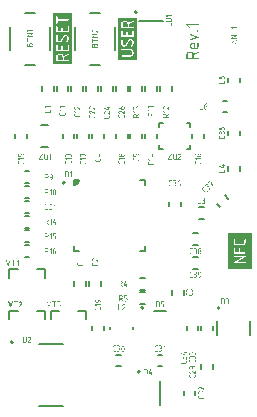
<source format=gbr>
%TF.GenerationSoftware,Altium Limited,Altium Designer,22.11.1 (43)*%
G04 Layer_Color=65535*
%FSLAX45Y45*%
%MOMM*%
%TF.SameCoordinates,68354FB4-E10A-4FE8-B7D5-3B9F33A940C7*%
%TF.FilePolarity,Positive*%
%TF.FileFunction,Legend,Top*%
%TF.Part,Single*%
G01*
G75*
%TA.AperFunction,NonConductor*%
%ADD48C,0.20000*%
G36*
X625000Y1960000D02*
X632956D01*
X647658Y1966089D01*
X658910Y1977341D01*
X665000Y1992043D01*
Y2000000D01*
D01*
X625000D01*
Y1960000D01*
D02*
G37*
G36*
X1673262Y3322005D02*
X1674094Y3321866D01*
X1674926Y3321450D01*
X1675897Y3320895D01*
X1676729Y3319925D01*
X1677284Y3318676D01*
X1677561Y3316873D01*
Y3316596D01*
X1677422Y3316041D01*
X1677284Y3315209D01*
X1676868Y3314238D01*
X1676313Y3313268D01*
X1675342Y3312436D01*
X1674094Y3311881D01*
X1672430Y3311603D01*
X1590467D01*
X1602533Y3299399D01*
X1602810Y3299122D01*
X1603226Y3298429D01*
X1603781Y3297180D01*
X1603920Y3296487D01*
X1604059Y3295794D01*
Y3295516D01*
X1603920Y3294961D01*
X1603781Y3294129D01*
X1603365Y3293159D01*
X1602810Y3292188D01*
X1601840Y3291356D01*
X1600591Y3290801D01*
X1598789Y3290524D01*
X1598650D01*
X1598372D01*
X1597540Y3290662D01*
X1596292Y3291217D01*
X1595737Y3291494D01*
X1595183Y3292049D01*
X1574519Y3312574D01*
X1574380Y3312713D01*
X1574241Y3312990D01*
X1573825Y3313406D01*
X1573409Y3313961D01*
X1572716Y3315209D01*
X1572577Y3316041D01*
X1572439Y3316873D01*
Y3317151D01*
X1572577Y3317706D01*
X1572716Y3318538D01*
X1573132Y3319508D01*
X1573687Y3320479D01*
X1574658Y3321311D01*
X1575906Y3321866D01*
X1577709Y3322143D01*
X1672430D01*
X1672707D01*
X1673262Y3322005D01*
D02*
G37*
G36*
X1673123Y3269582D02*
X1673955Y3269444D01*
X1674926Y3269027D01*
X1675897Y3268473D01*
X1676729Y3267502D01*
X1677284Y3266254D01*
X1677561Y3264451D01*
Y3264174D01*
X1677422Y3263619D01*
X1677284Y3262787D01*
X1676868Y3261816D01*
X1676313Y3260845D01*
X1675342Y3260013D01*
X1674094Y3259458D01*
X1672291Y3259181D01*
X1667021D01*
X1666744D01*
X1666189Y3259320D01*
X1665357Y3259458D01*
X1664386Y3259874D01*
X1663415Y3260429D01*
X1662583Y3261400D01*
X1662028Y3262648D01*
X1661751Y3264451D01*
Y3264728D01*
X1661890Y3265283D01*
X1662028Y3266115D01*
X1662444Y3267086D01*
X1662999Y3268057D01*
X1663970Y3268889D01*
X1665218Y3269444D01*
X1667021Y3269721D01*
X1672291D01*
X1672568D01*
X1673123Y3269582D01*
D02*
G37*
G36*
X1610299Y3237824D02*
X1610854Y3237685D01*
X1673262Y3217021D01*
X1673401D01*
X1673955Y3216744D01*
X1674649Y3216328D01*
X1675342Y3215773D01*
X1676174Y3215079D01*
X1676868Y3214109D01*
X1677422Y3212999D01*
X1677561Y3211751D01*
Y3211612D01*
X1677422Y3211196D01*
X1677284Y3210503D01*
X1677006Y3209671D01*
X1676452Y3208700D01*
X1675758Y3207868D01*
X1674649Y3207174D01*
X1673262Y3206481D01*
X1610854Y3185817D01*
X1610715D01*
X1610299Y3185678D01*
X1609745Y3185540D01*
X1609190Y3185401D01*
X1609051D01*
X1608774D01*
X1608358Y3185540D01*
X1607942D01*
X1606694Y3186094D01*
X1606000Y3186372D01*
X1605445Y3186927D01*
X1605307Y3187065D01*
X1605168Y3187204D01*
X1604613Y3188036D01*
X1604197Y3189146D01*
X1603920Y3189978D01*
Y3191364D01*
X1604059Y3191919D01*
X1604336Y3192751D01*
X1604752Y3193583D01*
X1605445Y3194416D01*
X1606277Y3195109D01*
X1607526Y3195664D01*
X1655649Y3211751D01*
X1607526Y3227700D01*
X1607387D01*
X1606971Y3227977D01*
X1606416Y3228254D01*
X1605723Y3228809D01*
X1605029Y3229364D01*
X1604475Y3230335D01*
X1604059Y3231305D01*
X1603920Y3232692D01*
Y3232970D01*
X1604059Y3233524D01*
X1604197Y3234356D01*
X1604613Y3235327D01*
X1605168Y3236298D01*
X1606139Y3237130D01*
X1607387Y3237685D01*
X1609190Y3237962D01*
X1609329D01*
X1609745D01*
X1610299Y3237824D01*
D02*
G37*
G36*
X1673123Y3164321D02*
X1673955Y3164182D01*
X1674926Y3163766D01*
X1675897Y3163212D01*
X1676729Y3162241D01*
X1677284Y3160993D01*
X1677561Y3159190D01*
Y3132008D01*
X1677422Y3131453D01*
X1677284Y3129789D01*
X1676868Y3127709D01*
X1676036Y3125351D01*
X1675065Y3122855D01*
X1673539Y3120358D01*
X1672707Y3119110D01*
X1671598Y3118001D01*
X1671459D01*
X1671320Y3117723D01*
X1670488Y3117030D01*
X1669240Y3116059D01*
X1667437Y3114950D01*
X1665218Y3113840D01*
X1662722Y3112869D01*
X1659809Y3112176D01*
X1658284Y3112037D01*
X1656620Y3111899D01*
X1630270D01*
X1630131D01*
X1629715D01*
X1629160D01*
X1628467Y3112037D01*
X1627496Y3112176D01*
X1626387Y3112315D01*
X1623890Y3112869D01*
X1620978Y3113701D01*
X1617788Y3115088D01*
X1616263Y3116059D01*
X1614737Y3117030D01*
X1613212Y3118139D01*
X1611686Y3119526D01*
X1611547Y3119665D01*
X1611409Y3119942D01*
X1610993Y3120358D01*
X1610438Y3120913D01*
X1609883Y3121606D01*
X1609190Y3122577D01*
X1608496Y3123548D01*
X1607803Y3124796D01*
X1606416Y3127431D01*
X1605168Y3130621D01*
X1604197Y3134227D01*
X1604059Y3136168D01*
X1603920Y3138110D01*
Y3139219D01*
X1604059Y3139913D01*
X1604197Y3140883D01*
X1604336Y3141993D01*
X1604891Y3144628D01*
X1605723Y3147540D01*
X1607110Y3150730D01*
X1607942Y3152256D01*
X1609051Y3153781D01*
X1610161Y3155307D01*
X1611547Y3156832D01*
X1611686Y3156971D01*
X1611825Y3157110D01*
X1612380Y3157526D01*
X1612934Y3158080D01*
X1613628Y3158635D01*
X1614598Y3159190D01*
X1615569Y3159883D01*
X1616679Y3160715D01*
X1619452Y3162102D01*
X1622642Y3163212D01*
X1626248Y3164182D01*
X1628190Y3164321D01*
X1630270Y3164460D01*
X1646080D01*
Y3122439D01*
X1656620D01*
X1656758D01*
X1657313D01*
X1658145Y3122577D01*
X1659116Y3122855D01*
X1660364Y3123132D01*
X1661474Y3123687D01*
X1662722Y3124519D01*
X1663970Y3125490D01*
X1664109Y3125628D01*
X1664386Y3126044D01*
X1664941Y3126738D01*
X1665496Y3127570D01*
X1666050Y3128679D01*
X1666605Y3129927D01*
X1666882Y3131314D01*
X1667021Y3132840D01*
Y3159467D01*
X1667160Y3160022D01*
X1667298Y3160854D01*
X1667714Y3161825D01*
X1668269Y3162796D01*
X1669240Y3163628D01*
X1670488Y3164182D01*
X1672291Y3164460D01*
X1672568D01*
X1673123Y3164321D01*
D02*
G37*
G36*
X1673678Y3090680D02*
X1674787Y3090125D01*
X1675481Y3089709D01*
X1676036Y3089154D01*
Y3089016D01*
X1676313Y3088877D01*
X1676729Y3088045D01*
X1677284Y3086935D01*
X1677422Y3086103D01*
X1677561Y3085410D01*
Y3084855D01*
X1677422Y3084300D01*
X1677145Y3083607D01*
X1676868Y3082775D01*
X1676313Y3082081D01*
X1675619Y3081249D01*
X1674649Y3080695D01*
X1635540Y3061140D01*
Y3038396D01*
X1672430D01*
X1672707D01*
X1673262Y3038257D01*
X1674094Y3038119D01*
X1674926Y3037703D01*
X1675897Y3037148D01*
X1676729Y3036177D01*
X1677284Y3034929D01*
X1677561Y3033126D01*
Y3032849D01*
X1677422Y3032294D01*
X1677284Y3031462D01*
X1676868Y3030491D01*
X1676313Y3029520D01*
X1675342Y3028688D01*
X1674094Y3028133D01*
X1672430Y3027856D01*
X1577709D01*
X1577431D01*
X1576876Y3027995D01*
X1576044Y3028133D01*
X1575074Y3028549D01*
X1574103Y3029104D01*
X1573271Y3030075D01*
X1572716Y3031323D01*
X1572439Y3032987D01*
Y3060585D01*
X1572577Y3061556D01*
X1572716Y3062666D01*
X1572993Y3063914D01*
X1573271Y3065439D01*
X1573548Y3066965D01*
X1574658Y3070432D01*
X1575490Y3072374D01*
X1576322Y3074176D01*
X1577431Y3076118D01*
X1578679Y3077921D01*
X1580066Y3079724D01*
X1581730Y3081527D01*
X1581869Y3081665D01*
X1582146Y3081943D01*
X1582701Y3082359D01*
X1583395Y3083052D01*
X1584227Y3083746D01*
X1585336Y3084439D01*
X1586584Y3085271D01*
X1587971Y3086242D01*
X1589497Y3087074D01*
X1591161Y3087906D01*
X1593102Y3088600D01*
X1595044Y3089432D01*
X1597124Y3089986D01*
X1599343Y3090403D01*
X1601701Y3090680D01*
X1604059Y3090819D01*
X1604336D01*
X1605029D01*
X1606139Y3090680D01*
X1607526Y3090541D01*
X1609329Y3090264D01*
X1611270Y3089848D01*
X1613489Y3089154D01*
X1615847Y3088461D01*
X1618343Y3087351D01*
X1620701Y3086103D01*
X1623197Y3084578D01*
X1625555Y3082775D01*
X1627773Y3080556D01*
X1629854Y3078060D01*
X1631795Y3075009D01*
X1633321Y3071680D01*
X1669933Y3090125D01*
X1670211Y3090264D01*
X1670766Y3090541D01*
X1671598Y3090680D01*
X1672430Y3090819D01*
X1672568D01*
X1672707D01*
X1673678Y3090680D01*
D02*
G37*
G36*
X2125000Y1250002D02*
X1925000D01*
Y1550001D01*
X2125000D01*
Y1250002D01*
D02*
G37*
G36*
X1152561Y3022656D02*
X997439D01*
Y3377344D01*
X1152561D01*
Y3022656D01*
D02*
G37*
G36*
X602561Y3414165D02*
Y2985835D01*
X447439D01*
Y3414165D01*
X602561D01*
D02*
G37*
G36*
X1687688Y1226211D02*
X1688173Y1226142D01*
X1688728Y1226072D01*
X1689976Y1225795D01*
X1691432Y1225379D01*
X1693027Y1224686D01*
X1693790Y1224270D01*
X1694552Y1223715D01*
X1695315Y1223160D01*
X1696078Y1222467D01*
X1696147Y1222397D01*
X1696217Y1222328D01*
X1696425Y1222051D01*
X1696702Y1221773D01*
X1696979Y1221427D01*
X1697326Y1220941D01*
X1697673Y1220456D01*
X1698019Y1219901D01*
X1698713Y1218514D01*
X1699337Y1216919D01*
X1699822Y1215116D01*
X1699892Y1214215D01*
X1699961Y1213175D01*
Y1197365D01*
Y1197296D01*
Y1197226D01*
Y1197018D01*
Y1196810D01*
X1699892Y1196047D01*
X1699753Y1195146D01*
X1699614Y1194036D01*
X1699337Y1192719D01*
X1698921Y1191263D01*
X1698436Y1189737D01*
X1697742Y1188073D01*
X1696910Y1186340D01*
X1695939Y1184537D01*
X1694691Y1182803D01*
X1693235Y1181070D01*
X1691571Y1179336D01*
X1689698Y1177741D01*
X1688589Y1176978D01*
X1687479Y1176216D01*
X1687410D01*
X1687271Y1176077D01*
X1687063Y1176008D01*
X1686855Y1175800D01*
X1686093Y1175453D01*
X1685261Y1174967D01*
X1684290Y1174482D01*
X1683250Y1174135D01*
X1682348Y1173858D01*
X1681516Y1173719D01*
X1681377D01*
X1680892Y1173789D01*
X1680337Y1174066D01*
X1679991Y1174205D01*
X1679713Y1174482D01*
Y1174551D01*
X1679574Y1174621D01*
X1679366Y1174967D01*
X1679089Y1175592D01*
X1679020Y1175938D01*
X1678950Y1176285D01*
Y1176354D01*
Y1176562D01*
X1679020Y1176909D01*
X1679089Y1177256D01*
X1679228Y1177672D01*
X1679505Y1178018D01*
X1679783Y1178365D01*
X1680199Y1178573D01*
X1680337Y1178643D01*
X1680684Y1178781D01*
X1681239Y1178920D01*
X1681863Y1179197D01*
X1682626Y1179544D01*
X1683458Y1179891D01*
X1684220Y1180307D01*
X1684983Y1180792D01*
X1685053Y1180861D01*
X1685330Y1181070D01*
X1685746Y1181347D01*
X1686301Y1181763D01*
X1686994Y1182318D01*
X1687688Y1182942D01*
X1688520Y1183705D01*
X1689352Y1184606D01*
X1690184Y1185577D01*
X1691016Y1186617D01*
X1691848Y1187726D01*
X1692541Y1188975D01*
X1693235Y1190292D01*
X1693790Y1191679D01*
X1694206Y1193204D01*
X1694483Y1194730D01*
X1686231D01*
X1685885Y1194799D01*
X1685399Y1194869D01*
X1684844Y1194938D01*
X1683596Y1195215D01*
X1682140Y1195631D01*
X1680545Y1196325D01*
X1679783Y1196810D01*
X1679020Y1197296D01*
X1678257Y1197850D01*
X1677494Y1198544D01*
X1677425Y1198613D01*
X1677356Y1198752D01*
X1677148Y1198960D01*
X1676870Y1199237D01*
X1676593Y1199584D01*
X1676315Y1200069D01*
X1675969Y1200555D01*
X1675622Y1201109D01*
X1674859Y1202496D01*
X1674304Y1204091D01*
X1673819Y1205894D01*
X1673750Y1206865D01*
X1673680Y1207836D01*
Y1213106D01*
Y1213175D01*
Y1213383D01*
Y1213660D01*
X1673750Y1214007D01*
X1673819Y1214492D01*
X1673888Y1215047D01*
X1674166Y1216295D01*
X1674582Y1217751D01*
X1675275Y1219346D01*
X1675761Y1220109D01*
X1676246Y1220872D01*
X1676801Y1221635D01*
X1677494Y1222397D01*
X1677564Y1222467D01*
X1677702Y1222536D01*
X1677910Y1222744D01*
X1678188Y1223021D01*
X1678534Y1223299D01*
X1679020Y1223646D01*
X1679505Y1223992D01*
X1680060Y1224339D01*
X1681447Y1225032D01*
X1683042Y1225656D01*
X1684844Y1226142D01*
X1685815Y1226211D01*
X1686786Y1226281D01*
X1687341D01*
X1687688Y1226211D01*
D02*
G37*
G36*
X1650867D02*
X1651352Y1226142D01*
X1651907Y1226072D01*
X1653155Y1225795D01*
X1654611Y1225310D01*
X1656137Y1224616D01*
X1656969Y1224200D01*
X1657732Y1223715D01*
X1658495Y1223091D01*
X1659257Y1222397D01*
X1659327Y1222328D01*
X1659396Y1222189D01*
X1659604Y1221981D01*
X1659881Y1221704D01*
X1660159Y1221357D01*
X1660505Y1220872D01*
X1660852Y1220386D01*
X1661199Y1219762D01*
X1661892Y1218445D01*
X1662516Y1216850D01*
X1663002Y1215047D01*
X1663071Y1214076D01*
X1663140Y1213106D01*
Y1213036D01*
Y1212828D01*
Y1212481D01*
X1663071Y1211996D01*
X1663002Y1211441D01*
X1662863Y1210817D01*
X1662724Y1210124D01*
X1662516Y1209361D01*
X1662239Y1208529D01*
X1661823Y1207697D01*
X1661407Y1206795D01*
X1660921Y1205963D01*
X1660297Y1205062D01*
X1659604Y1204230D01*
X1658772Y1203398D01*
X1657870Y1202635D01*
X1657940Y1202566D01*
X1658078Y1202427D01*
X1658356Y1202219D01*
X1658703Y1201941D01*
X1659119Y1201525D01*
X1659535Y1201040D01*
X1660020Y1200485D01*
X1660505Y1199792D01*
X1660991Y1199098D01*
X1661476Y1198266D01*
X1661892Y1197434D01*
X1662308Y1196463D01*
X1662655Y1195493D01*
X1662932Y1194453D01*
X1663071Y1193274D01*
X1663140Y1192095D01*
Y1186825D01*
Y1186756D01*
Y1186617D01*
Y1186270D01*
X1663071Y1185923D01*
X1663002Y1185438D01*
X1662932Y1184883D01*
X1662655Y1183635D01*
X1662170Y1182179D01*
X1661476Y1180584D01*
X1661060Y1179821D01*
X1660575Y1179059D01*
X1659951Y1178296D01*
X1659257Y1177533D01*
X1659188Y1177464D01*
X1659049Y1177394D01*
X1658841Y1177186D01*
X1658564Y1176909D01*
X1658217Y1176632D01*
X1657732Y1176354D01*
X1657246Y1176008D01*
X1656622Y1175661D01*
X1655305Y1174898D01*
X1653710Y1174343D01*
X1651907Y1173858D01*
X1650936Y1173789D01*
X1649965Y1173719D01*
X1639287D01*
X1639009Y1173789D01*
X1638593Y1173858D01*
X1638108Y1174066D01*
X1637623Y1174343D01*
X1637207Y1174829D01*
X1636929Y1175453D01*
X1636790Y1176354D01*
Y1176493D01*
X1636860Y1176770D01*
X1636929Y1177186D01*
X1637137Y1177672D01*
X1637415Y1178157D01*
X1637900Y1178573D01*
X1638524Y1178851D01*
X1639425Y1178989D01*
X1650104D01*
X1650520Y1179059D01*
X1651144Y1179128D01*
X1651907Y1179267D01*
X1652739Y1179544D01*
X1653710Y1179960D01*
X1654611Y1180515D01*
X1655513Y1181278D01*
X1655582Y1181416D01*
X1655860Y1181694D01*
X1656276Y1182179D01*
X1656692Y1182803D01*
X1657108Y1183635D01*
X1657524Y1184606D01*
X1657801Y1185646D01*
X1657870Y1186825D01*
Y1192095D01*
Y1192164D01*
Y1192234D01*
Y1192650D01*
X1657732Y1193274D01*
X1657593Y1194036D01*
X1657316Y1194869D01*
X1656900Y1195839D01*
X1656276Y1196741D01*
X1655513Y1197642D01*
X1655443Y1197712D01*
X1655097Y1197989D01*
X1654611Y1198405D01*
X1653987Y1198821D01*
X1653155Y1199237D01*
X1652184Y1199653D01*
X1651144Y1199931D01*
X1649965Y1200000D01*
X1644557D01*
X1644279Y1200069D01*
X1643863Y1200139D01*
X1643378Y1200347D01*
X1642893Y1200624D01*
X1642477Y1201109D01*
X1642199Y1201733D01*
X1642060Y1202635D01*
Y1202774D01*
X1642130Y1203051D01*
X1642199Y1203467D01*
X1642407Y1203952D01*
X1642685Y1204438D01*
X1643170Y1204854D01*
X1643794Y1205131D01*
X1644695Y1205270D01*
X1650104D01*
X1650520Y1205339D01*
X1651144Y1205409D01*
X1651907Y1205547D01*
X1652739Y1205825D01*
X1653710Y1206241D01*
X1654611Y1206726D01*
X1655513Y1207489D01*
X1655582Y1207628D01*
X1655860Y1207905D01*
X1656276Y1208390D01*
X1656692Y1209084D01*
X1657108Y1209846D01*
X1657524Y1210817D01*
X1657801Y1211927D01*
X1657870Y1213106D01*
Y1213175D01*
Y1213244D01*
Y1213660D01*
X1657732Y1214284D01*
X1657593Y1215047D01*
X1657316Y1215879D01*
X1656900Y1216850D01*
X1656276Y1217751D01*
X1655513Y1218653D01*
X1655443Y1218722D01*
X1655097Y1219000D01*
X1654611Y1219416D01*
X1653987Y1219832D01*
X1653155Y1220248D01*
X1652184Y1220664D01*
X1651144Y1220941D01*
X1649965Y1221011D01*
X1639287D01*
X1639009Y1221080D01*
X1638593Y1221149D01*
X1638108Y1221357D01*
X1637623Y1221635D01*
X1637207Y1222120D01*
X1636929Y1222744D01*
X1636790Y1223646D01*
Y1223784D01*
X1636860Y1224062D01*
X1636929Y1224478D01*
X1637137Y1224963D01*
X1637415Y1225448D01*
X1637900Y1225864D01*
X1638524Y1226142D01*
X1639425Y1226281D01*
X1650520D01*
X1650867Y1226211D01*
D02*
G37*
G36*
X1624101D02*
X1624517Y1226142D01*
X1625002Y1225934D01*
X1625488Y1225656D01*
X1625904Y1225171D01*
X1626181Y1224547D01*
X1626320Y1223646D01*
Y1223507D01*
X1626250Y1223229D01*
X1626181Y1222813D01*
X1625973Y1222328D01*
X1625696Y1221843D01*
X1625210Y1221427D01*
X1624586Y1221149D01*
X1623685Y1221011D01*
X1612590D01*
X1611966Y1220872D01*
X1611203Y1220733D01*
X1610371Y1220456D01*
X1609400Y1220040D01*
X1608499Y1219416D01*
X1607597Y1218653D01*
X1607528Y1218584D01*
X1607251Y1218237D01*
X1606904Y1217751D01*
X1606488Y1217127D01*
X1606003Y1216295D01*
X1605656Y1215324D01*
X1605379Y1214284D01*
X1605309Y1213106D01*
Y1186825D01*
Y1186756D01*
Y1186686D01*
X1605379Y1186270D01*
X1605448Y1185646D01*
X1605587Y1184883D01*
X1605864Y1184051D01*
X1606280Y1183080D01*
X1606835Y1182179D01*
X1607597Y1181278D01*
X1607736Y1181208D01*
X1608014Y1180931D01*
X1608499Y1180584D01*
X1609123Y1180168D01*
X1609955Y1179683D01*
X1610926Y1179336D01*
X1611966Y1179059D01*
X1613145Y1178989D01*
X1623824D01*
X1624101Y1178920D01*
X1624517Y1178851D01*
X1625002Y1178643D01*
X1625488Y1178365D01*
X1625904Y1177880D01*
X1626181Y1177256D01*
X1626320Y1176354D01*
Y1176216D01*
X1626250Y1175938D01*
X1626181Y1175522D01*
X1625973Y1175037D01*
X1625696Y1174551D01*
X1625210Y1174135D01*
X1624586Y1173858D01*
X1623685Y1173719D01*
X1612590D01*
X1612243Y1173789D01*
X1611758Y1173858D01*
X1611203Y1173927D01*
X1609955Y1174205D01*
X1608499Y1174621D01*
X1606973Y1175314D01*
X1606141Y1175800D01*
X1605379Y1176285D01*
X1604616Y1176840D01*
X1603853Y1177533D01*
X1603784Y1177602D01*
X1603714Y1177741D01*
X1603506Y1177949D01*
X1603229Y1178226D01*
X1602952Y1178573D01*
X1602674Y1179059D01*
X1602328Y1179544D01*
X1601981Y1180099D01*
X1601218Y1181486D01*
X1600663Y1183080D01*
X1600178Y1184883D01*
X1600109Y1185854D01*
X1600039Y1186825D01*
Y1213106D01*
Y1213175D01*
Y1213383D01*
Y1213660D01*
X1600109Y1214007D01*
X1600178Y1214492D01*
X1600247Y1215047D01*
X1600525Y1216295D01*
X1600941Y1217751D01*
X1601634Y1219346D01*
X1602119Y1220109D01*
X1602605Y1220872D01*
X1603160Y1221635D01*
X1603853Y1222397D01*
X1603922Y1222467D01*
X1604061Y1222536D01*
X1604269Y1222744D01*
X1604546Y1223021D01*
X1604893Y1223299D01*
X1605379Y1223646D01*
X1605864Y1223992D01*
X1606488Y1224339D01*
X1607806Y1225032D01*
X1609400Y1225656D01*
X1611203Y1226142D01*
X1612174Y1226211D01*
X1613145Y1226281D01*
X1623824D01*
X1624101Y1226211D01*
D02*
G37*
G36*
X1687688Y1426211D02*
X1688173Y1426142D01*
X1688728Y1426073D01*
X1689976Y1425795D01*
X1691432Y1425310D01*
X1693027Y1424616D01*
X1693790Y1424200D01*
X1694552Y1423715D01*
X1695315Y1423091D01*
X1696078Y1422397D01*
X1696147Y1422328D01*
X1696217Y1422259D01*
X1696425Y1421981D01*
X1696702Y1421704D01*
X1696979Y1421357D01*
X1697326Y1420872D01*
X1697673Y1420387D01*
X1698019Y1419832D01*
X1698713Y1418445D01*
X1699337Y1416850D01*
X1699822Y1415047D01*
X1699892Y1414146D01*
X1699961Y1413106D01*
Y1413036D01*
Y1412828D01*
Y1412482D01*
X1699892Y1411996D01*
X1699822Y1411441D01*
X1699684Y1410817D01*
X1699545Y1410124D01*
X1699337Y1409361D01*
X1699060Y1408529D01*
X1698644Y1407697D01*
X1698227Y1406796D01*
X1697742Y1405894D01*
X1697118Y1405062D01*
X1696425Y1404161D01*
X1695592Y1403328D01*
X1694691Y1402566D01*
X1694760D01*
X1694830Y1402427D01*
X1695315Y1402080D01*
X1695939Y1401456D01*
X1696702Y1400624D01*
X1697534Y1399584D01*
X1698297Y1398405D01*
X1698990Y1397088D01*
X1699476Y1395562D01*
Y1395493D01*
X1699545Y1395146D01*
X1699614Y1394869D01*
Y1394522D01*
X1699684Y1394106D01*
X1699753Y1393690D01*
Y1393135D01*
X1699822Y1392511D01*
Y1391748D01*
X1699892Y1390986D01*
Y1390084D01*
X1699961Y1389113D01*
Y1388004D01*
Y1386825D01*
Y1386756D01*
Y1386617D01*
Y1386270D01*
X1699892Y1385924D01*
X1699822Y1385438D01*
X1699753Y1384883D01*
X1699476Y1383635D01*
X1698990Y1382179D01*
X1698297Y1380584D01*
X1697881Y1379821D01*
X1697395Y1379059D01*
X1696771Y1378296D01*
X1696078Y1377533D01*
X1696009Y1377464D01*
X1695939Y1377395D01*
X1695662Y1377186D01*
X1695384Y1376909D01*
X1695038Y1376632D01*
X1694552Y1376354D01*
X1694067Y1376008D01*
X1693512Y1375661D01*
X1692125Y1374898D01*
X1690531Y1374343D01*
X1688728Y1373858D01*
X1687826Y1373789D01*
X1686786Y1373719D01*
X1686231D01*
X1685885Y1373789D01*
X1685399Y1373858D01*
X1684844Y1373927D01*
X1683596Y1374205D01*
X1682140Y1374621D01*
X1680545Y1375314D01*
X1679783Y1375800D01*
X1679020Y1376285D01*
X1678257Y1376840D01*
X1677494Y1377533D01*
X1677425Y1377603D01*
X1677356Y1377741D01*
X1677148Y1377949D01*
X1676870Y1378227D01*
X1676593Y1378573D01*
X1676315Y1379059D01*
X1675969Y1379544D01*
X1675622Y1380099D01*
X1674859Y1381486D01*
X1674304Y1383081D01*
X1673819Y1384883D01*
X1673750Y1385854D01*
X1673680Y1386825D01*
Y1392095D01*
Y1392164D01*
Y1392372D01*
X1673750Y1392719D01*
Y1393204D01*
X1673819Y1393759D01*
X1673958Y1394383D01*
X1674096Y1395077D01*
X1674374Y1395839D01*
X1674651Y1396672D01*
X1674998Y1397504D01*
X1675414Y1398405D01*
X1675899Y1399237D01*
X1676523Y1400139D01*
X1677217Y1400971D01*
X1678049Y1401803D01*
X1678950Y1402566D01*
X1678881Y1402635D01*
X1678742Y1402774D01*
X1678465Y1402982D01*
X1678118Y1403328D01*
X1677702Y1403675D01*
X1677286Y1404161D01*
X1676801Y1404715D01*
X1676315Y1405409D01*
X1675830Y1406102D01*
X1675345Y1406934D01*
X1674929Y1407766D01*
X1674513Y1408737D01*
X1674166Y1409708D01*
X1673888Y1410817D01*
X1673750Y1411927D01*
X1673680Y1413106D01*
Y1413175D01*
Y1413383D01*
Y1413660D01*
X1673750Y1414007D01*
X1673819Y1414492D01*
X1673888Y1415047D01*
X1674166Y1416295D01*
X1674582Y1417752D01*
X1675275Y1419346D01*
X1675761Y1420109D01*
X1676246Y1420872D01*
X1676801Y1421635D01*
X1677494Y1422397D01*
X1677564Y1422467D01*
X1677702Y1422536D01*
X1677910Y1422744D01*
X1678188Y1423022D01*
X1678534Y1423299D01*
X1679020Y1423646D01*
X1679505Y1423992D01*
X1680060Y1424339D01*
X1681447Y1425032D01*
X1683042Y1425657D01*
X1684844Y1426142D01*
X1685815Y1426211D01*
X1686786Y1426281D01*
X1687341D01*
X1687688Y1426211D01*
D02*
G37*
G36*
X1650867D02*
X1651352Y1426142D01*
X1651907Y1426073D01*
X1653155Y1425795D01*
X1654611Y1425310D01*
X1656137Y1424616D01*
X1656969Y1424200D01*
X1657732Y1423715D01*
X1658495Y1423091D01*
X1659257Y1422397D01*
X1659327Y1422328D01*
X1659396Y1422189D01*
X1659604Y1421981D01*
X1659881Y1421704D01*
X1660159Y1421357D01*
X1660505Y1420872D01*
X1660852Y1420387D01*
X1661199Y1419762D01*
X1661892Y1418445D01*
X1662516Y1416850D01*
X1663002Y1415047D01*
X1663071Y1414076D01*
X1663140Y1413106D01*
Y1413036D01*
Y1412828D01*
Y1412482D01*
X1663071Y1411996D01*
X1663002Y1411441D01*
X1662863Y1410817D01*
X1662724Y1410124D01*
X1662516Y1409361D01*
X1662239Y1408529D01*
X1661823Y1407697D01*
X1661407Y1406796D01*
X1660921Y1405963D01*
X1660297Y1405062D01*
X1659604Y1404230D01*
X1658772Y1403398D01*
X1657870Y1402635D01*
X1657940Y1402566D01*
X1658078Y1402427D01*
X1658356Y1402219D01*
X1658703Y1401942D01*
X1659119Y1401526D01*
X1659535Y1401040D01*
X1660020Y1400485D01*
X1660505Y1399792D01*
X1660991Y1399099D01*
X1661476Y1398266D01*
X1661892Y1397434D01*
X1662308Y1396464D01*
X1662655Y1395493D01*
X1662932Y1394453D01*
X1663071Y1393274D01*
X1663140Y1392095D01*
Y1386825D01*
Y1386756D01*
Y1386617D01*
Y1386270D01*
X1663071Y1385924D01*
X1663002Y1385438D01*
X1662932Y1384883D01*
X1662655Y1383635D01*
X1662170Y1382179D01*
X1661476Y1380584D01*
X1661060Y1379821D01*
X1660575Y1379059D01*
X1659951Y1378296D01*
X1659257Y1377533D01*
X1659188Y1377464D01*
X1659049Y1377395D01*
X1658841Y1377186D01*
X1658564Y1376909D01*
X1658217Y1376632D01*
X1657732Y1376354D01*
X1657246Y1376008D01*
X1656622Y1375661D01*
X1655305Y1374898D01*
X1653710Y1374343D01*
X1651907Y1373858D01*
X1650936Y1373789D01*
X1649965Y1373719D01*
X1639287D01*
X1639009Y1373789D01*
X1638593Y1373858D01*
X1638108Y1374066D01*
X1637623Y1374343D01*
X1637207Y1374829D01*
X1636929Y1375453D01*
X1636790Y1376354D01*
Y1376493D01*
X1636860Y1376770D01*
X1636929Y1377186D01*
X1637137Y1377672D01*
X1637415Y1378157D01*
X1637900Y1378573D01*
X1638524Y1378851D01*
X1639425Y1378989D01*
X1650104D01*
X1650520Y1379059D01*
X1651144Y1379128D01*
X1651907Y1379267D01*
X1652739Y1379544D01*
X1653710Y1379960D01*
X1654611Y1380515D01*
X1655513Y1381278D01*
X1655582Y1381416D01*
X1655860Y1381694D01*
X1656276Y1382179D01*
X1656692Y1382803D01*
X1657108Y1383635D01*
X1657524Y1384606D01*
X1657801Y1385646D01*
X1657870Y1386825D01*
Y1392095D01*
Y1392164D01*
Y1392234D01*
Y1392650D01*
X1657732Y1393274D01*
X1657593Y1394037D01*
X1657316Y1394869D01*
X1656900Y1395839D01*
X1656276Y1396741D01*
X1655513Y1397642D01*
X1655443Y1397712D01*
X1655097Y1397989D01*
X1654611Y1398405D01*
X1653987Y1398821D01*
X1653155Y1399237D01*
X1652184Y1399653D01*
X1651144Y1399931D01*
X1649965Y1400000D01*
X1644557D01*
X1644279Y1400069D01*
X1643863Y1400139D01*
X1643378Y1400347D01*
X1642893Y1400624D01*
X1642477Y1401109D01*
X1642199Y1401734D01*
X1642060Y1402635D01*
Y1402774D01*
X1642130Y1403051D01*
X1642199Y1403467D01*
X1642407Y1403952D01*
X1642685Y1404438D01*
X1643170Y1404854D01*
X1643794Y1405131D01*
X1644695Y1405270D01*
X1650104D01*
X1650520Y1405339D01*
X1651144Y1405409D01*
X1651907Y1405547D01*
X1652739Y1405825D01*
X1653710Y1406241D01*
X1654611Y1406726D01*
X1655513Y1407489D01*
X1655582Y1407628D01*
X1655860Y1407905D01*
X1656276Y1408390D01*
X1656692Y1409084D01*
X1657108Y1409847D01*
X1657524Y1410817D01*
X1657801Y1411927D01*
X1657870Y1413106D01*
Y1413175D01*
Y1413244D01*
Y1413660D01*
X1657732Y1414284D01*
X1657593Y1415047D01*
X1657316Y1415879D01*
X1656900Y1416850D01*
X1656276Y1417752D01*
X1655513Y1418653D01*
X1655443Y1418722D01*
X1655097Y1419000D01*
X1654611Y1419416D01*
X1653987Y1419832D01*
X1653155Y1420248D01*
X1652184Y1420664D01*
X1651144Y1420941D01*
X1649965Y1421011D01*
X1639287D01*
X1639009Y1421080D01*
X1638593Y1421149D01*
X1638108Y1421357D01*
X1637623Y1421635D01*
X1637207Y1422120D01*
X1636929Y1422744D01*
X1636790Y1423646D01*
Y1423784D01*
X1636860Y1424062D01*
X1636929Y1424478D01*
X1637137Y1424963D01*
X1637415Y1425449D01*
X1637900Y1425865D01*
X1638524Y1426142D01*
X1639425Y1426281D01*
X1650520D01*
X1650867Y1426211D01*
D02*
G37*
G36*
X1624101D02*
X1624517Y1426142D01*
X1625002Y1425934D01*
X1625488Y1425657D01*
X1625904Y1425171D01*
X1626181Y1424547D01*
X1626320Y1423646D01*
Y1423507D01*
X1626250Y1423230D01*
X1626181Y1422814D01*
X1625973Y1422328D01*
X1625696Y1421843D01*
X1625210Y1421427D01*
X1624586Y1421149D01*
X1623685Y1421011D01*
X1612590D01*
X1611966Y1420872D01*
X1611203Y1420733D01*
X1610371Y1420456D01*
X1609400Y1420040D01*
X1608499Y1419416D01*
X1607597Y1418653D01*
X1607528Y1418584D01*
X1607251Y1418237D01*
X1606904Y1417752D01*
X1606488Y1417127D01*
X1606003Y1416295D01*
X1605656Y1415325D01*
X1605379Y1414284D01*
X1605309Y1413106D01*
Y1386825D01*
Y1386756D01*
Y1386686D01*
X1605379Y1386270D01*
X1605448Y1385646D01*
X1605587Y1384883D01*
X1605864Y1384051D01*
X1606280Y1383081D01*
X1606835Y1382179D01*
X1607597Y1381278D01*
X1607736Y1381208D01*
X1608014Y1380931D01*
X1608499Y1380584D01*
X1609123Y1380168D01*
X1609955Y1379683D01*
X1610926Y1379336D01*
X1611966Y1379059D01*
X1613145Y1378989D01*
X1623824D01*
X1624101Y1378920D01*
X1624517Y1378851D01*
X1625002Y1378643D01*
X1625488Y1378365D01*
X1625904Y1377880D01*
X1626181Y1377256D01*
X1626320Y1376354D01*
Y1376216D01*
X1626250Y1375938D01*
X1626181Y1375522D01*
X1625973Y1375037D01*
X1625696Y1374551D01*
X1625210Y1374135D01*
X1624586Y1373858D01*
X1623685Y1373719D01*
X1612590D01*
X1612243Y1373789D01*
X1611758Y1373858D01*
X1611203Y1373927D01*
X1609955Y1374205D01*
X1608499Y1374621D01*
X1606973Y1375314D01*
X1606141Y1375800D01*
X1605379Y1376285D01*
X1604616Y1376840D01*
X1603853Y1377533D01*
X1603784Y1377603D01*
X1603714Y1377741D01*
X1603506Y1377949D01*
X1603229Y1378227D01*
X1602952Y1378573D01*
X1602674Y1379059D01*
X1602328Y1379544D01*
X1601981Y1380099D01*
X1601218Y1381486D01*
X1600663Y1383081D01*
X1600178Y1384883D01*
X1600109Y1385854D01*
X1600039Y1386825D01*
Y1413106D01*
Y1413175D01*
Y1413383D01*
Y1413660D01*
X1600109Y1414007D01*
X1600178Y1414492D01*
X1600247Y1415047D01*
X1600525Y1416295D01*
X1600941Y1417752D01*
X1601634Y1419346D01*
X1602119Y1420109D01*
X1602605Y1420872D01*
X1603160Y1421635D01*
X1603853Y1422397D01*
X1603922Y1422467D01*
X1604061Y1422536D01*
X1604269Y1422744D01*
X1604546Y1423022D01*
X1604893Y1423299D01*
X1605379Y1423646D01*
X1605864Y1423992D01*
X1606488Y1424339D01*
X1607806Y1425032D01*
X1609400Y1425657D01*
X1611203Y1426142D01*
X1612174Y1426211D01*
X1613145Y1426281D01*
X1623824D01*
X1624101Y1426211D01*
D02*
G37*
G36*
X1742511Y2651211D02*
X1742927Y2651142D01*
X1743413Y2650934D01*
X1743898Y2650657D01*
X1744314Y2650171D01*
X1744591Y2649547D01*
X1744730Y2648646D01*
Y2648576D01*
Y2648368D01*
X1744661Y2648022D01*
X1744591Y2647606D01*
X1744383Y2647259D01*
X1744175Y2646843D01*
X1743829Y2646565D01*
X1743413Y2646357D01*
X1743343D01*
X1743135Y2646288D01*
X1742858Y2646219D01*
X1742442Y2646080D01*
X1741887Y2645872D01*
X1741332Y2645595D01*
X1740639Y2645317D01*
X1739945Y2644971D01*
X1739113Y2644485D01*
X1738351Y2644000D01*
X1737449Y2643445D01*
X1736617Y2642821D01*
X1735716Y2642058D01*
X1734814Y2641226D01*
X1733982Y2640325D01*
X1733150Y2639354D01*
X1733081Y2639285D01*
X1733011Y2639146D01*
X1732803Y2638938D01*
X1732595Y2638591D01*
X1732318Y2638175D01*
X1732040Y2637759D01*
X1731416Y2636580D01*
X1730723Y2635193D01*
X1730030Y2633668D01*
X1729544Y2632004D01*
X1729197Y2630270D01*
X1737380D01*
X1737796Y2630201D01*
X1738212Y2630131D01*
X1738836Y2630062D01*
X1740084Y2629785D01*
X1741610Y2629299D01*
X1743135Y2628606D01*
X1743967Y2628190D01*
X1744730Y2627704D01*
X1745493Y2627080D01*
X1746186Y2626387D01*
X1746256Y2626318D01*
X1746325Y2626248D01*
X1746533Y2625971D01*
X1746810Y2625694D01*
X1747088Y2625347D01*
X1747365Y2624861D01*
X1747712Y2624376D01*
X1748128Y2623821D01*
X1748821Y2622434D01*
X1749376Y2620840D01*
X1749861Y2619037D01*
X1749931Y2618135D01*
X1750000Y2617095D01*
Y2611825D01*
Y2611756D01*
Y2611617D01*
Y2611270D01*
X1749931Y2610924D01*
X1749861Y2610438D01*
X1749792Y2609884D01*
X1749515Y2608635D01*
X1749029Y2607179D01*
X1748336Y2605584D01*
X1747920Y2604822D01*
X1747434Y2604059D01*
X1746810Y2603296D01*
X1746117Y2602533D01*
X1746048Y2602464D01*
X1745978Y2602395D01*
X1745701Y2602187D01*
X1745423Y2601909D01*
X1745077Y2601632D01*
X1744591Y2601354D01*
X1744106Y2601008D01*
X1743551Y2600661D01*
X1742164Y2599898D01*
X1740570Y2599344D01*
X1738767Y2598858D01*
X1737865Y2598789D01*
X1736825Y2598719D01*
X1736270D01*
X1735924Y2598789D01*
X1735438Y2598858D01*
X1734884Y2598927D01*
X1733635Y2599205D01*
X1732179Y2599621D01*
X1730584Y2600314D01*
X1729822Y2600730D01*
X1729059Y2601216D01*
X1728296Y2601840D01*
X1727533Y2602464D01*
X1727464Y2602533D01*
X1727395Y2602672D01*
X1727187Y2602880D01*
X1726909Y2603157D01*
X1726632Y2603504D01*
X1726354Y2603989D01*
X1726008Y2604475D01*
X1725661Y2605030D01*
X1724898Y2606416D01*
X1724344Y2608011D01*
X1723858Y2609814D01*
X1723789Y2610785D01*
X1723719Y2611756D01*
Y2627566D01*
Y2627704D01*
Y2627982D01*
X1723789Y2628467D01*
Y2629091D01*
X1723927Y2629854D01*
X1724066Y2630755D01*
X1724205Y2631796D01*
X1724482Y2632905D01*
X1724760Y2634084D01*
X1725176Y2635332D01*
X1725661Y2636650D01*
X1726216Y2637967D01*
X1726909Y2639285D01*
X1727672Y2640602D01*
X1728573Y2641989D01*
X1729614Y2643237D01*
X1729683Y2643306D01*
X1729822Y2643445D01*
X1730099Y2643722D01*
X1730446Y2644069D01*
X1730862Y2644485D01*
X1731347Y2644971D01*
X1731971Y2645525D01*
X1732595Y2646149D01*
X1734121Y2647328D01*
X1735785Y2648576D01*
X1737657Y2649686D01*
X1738697Y2650241D01*
X1739668Y2650657D01*
X1739737D01*
X1739945Y2650726D01*
X1740223Y2650865D01*
X1740570Y2651003D01*
X1741402Y2651211D01*
X1741748Y2651281D01*
X1742234D01*
X1742511Y2651211D01*
D02*
G37*
G36*
X1689950D02*
X1690366Y2651142D01*
X1690851Y2650934D01*
X1691337Y2650657D01*
X1691753Y2650171D01*
X1692030Y2649547D01*
X1692169Y2648646D01*
Y2603989D01*
X1710683D01*
X1710961Y2603920D01*
X1711377Y2603851D01*
X1711862Y2603643D01*
X1712347Y2603365D01*
X1712763Y2602880D01*
X1713041Y2602256D01*
X1713179Y2601354D01*
Y2601216D01*
X1713110Y2600938D01*
X1713041Y2600522D01*
X1712833Y2600037D01*
X1712555Y2599552D01*
X1712070Y2599136D01*
X1711446Y2598858D01*
X1710544Y2598719D01*
X1689395D01*
X1689118Y2598789D01*
X1688702Y2598858D01*
X1688216Y2599066D01*
X1687731Y2599344D01*
X1687315Y2599829D01*
X1687038Y2600453D01*
X1686899Y2601285D01*
Y2648646D01*
Y2648784D01*
X1686968Y2649062D01*
X1687038Y2649478D01*
X1687246Y2649963D01*
X1687523Y2650449D01*
X1688008Y2650865D01*
X1688632Y2651142D01*
X1689534Y2651281D01*
X1689673D01*
X1689950Y2651211D01*
D02*
G37*
G36*
X1889076Y2881481D02*
X1889562Y2881412D01*
X1890116Y2881343D01*
X1891365Y2881065D01*
X1892821Y2880580D01*
X1894416Y2879887D01*
X1895178Y2879470D01*
X1895941Y2878985D01*
X1896704Y2878361D01*
X1897467Y2877668D01*
X1897536Y2877598D01*
X1897605Y2877460D01*
X1897813Y2877252D01*
X1898091Y2876974D01*
X1898368Y2876627D01*
X1898645Y2876142D01*
X1898992Y2875657D01*
X1899339Y2875033D01*
X1900102Y2873715D01*
X1900656Y2872120D01*
X1901142Y2870317D01*
X1901211Y2869347D01*
X1901280Y2868376D01*
Y2857697D01*
X1901211Y2857420D01*
X1901142Y2857004D01*
X1900934Y2856588D01*
X1900656Y2856102D01*
X1900171Y2855686D01*
X1899547Y2855409D01*
X1898645Y2855270D01*
X1898507D01*
X1898229Y2855339D01*
X1897813Y2855409D01*
X1897328Y2855617D01*
X1896843Y2855894D01*
X1896426Y2856380D01*
X1896149Y2857004D01*
X1896010Y2857836D01*
Y2868514D01*
X1895941Y2868931D01*
X1895872Y2869555D01*
X1895733Y2870317D01*
X1895456Y2871219D01*
X1895040Y2872120D01*
X1894485Y2873091D01*
X1893722Y2873992D01*
X1893583Y2874062D01*
X1893306Y2874339D01*
X1892821Y2874686D01*
X1892197Y2875171D01*
X1891365Y2875587D01*
X1890394Y2875934D01*
X1889354Y2876211D01*
X1888175Y2876281D01*
X1882905D01*
X1882835D01*
X1882766D01*
X1882350D01*
X1881726Y2876142D01*
X1880963Y2876003D01*
X1880131Y2875726D01*
X1879160Y2875310D01*
X1878259Y2874686D01*
X1877357Y2873923D01*
X1877288Y2873854D01*
X1877011Y2873507D01*
X1876595Y2873022D01*
X1876179Y2872398D01*
X1875763Y2871566D01*
X1875347Y2870595D01*
X1875069Y2869555D01*
X1875000Y2868376D01*
Y2857697D01*
X1874930Y2857420D01*
X1874861Y2857004D01*
X1874653Y2856588D01*
X1874376Y2856102D01*
X1873890Y2855686D01*
X1873266Y2855409D01*
X1872434Y2855270D01*
X1851354D01*
X1851215D01*
X1850938Y2855339D01*
X1850522Y2855409D01*
X1850037Y2855617D01*
X1849551Y2855894D01*
X1849135Y2856380D01*
X1848858Y2857004D01*
X1848719Y2857836D01*
Y2876419D01*
X1848789Y2876697D01*
X1848858Y2877113D01*
X1849066Y2877598D01*
X1849343Y2878014D01*
X1849829Y2878430D01*
X1850453Y2878708D01*
X1851354Y2878846D01*
X1851493D01*
X1851770Y2878777D01*
X1852186Y2878708D01*
X1852672Y2878500D01*
X1853157Y2878222D01*
X1853573Y2877737D01*
X1853850Y2877113D01*
X1853989Y2876281D01*
Y2860540D01*
X1869730D01*
Y2868931D01*
X1869799Y2869277D01*
X1869868Y2869763D01*
X1869938Y2870317D01*
X1870215Y2871566D01*
X1870701Y2873022D01*
X1871394Y2874617D01*
X1871810Y2875379D01*
X1872295Y2876142D01*
X1872920Y2876905D01*
X1873613Y2877668D01*
X1873682Y2877737D01*
X1873821Y2877806D01*
X1874029Y2878014D01*
X1874306Y2878292D01*
X1874653Y2878569D01*
X1875138Y2878916D01*
X1875624Y2879262D01*
X1876248Y2879609D01*
X1877565Y2880303D01*
X1879160Y2880927D01*
X1880963Y2881412D01*
X1881934Y2881481D01*
X1882905Y2881551D01*
X1888175D01*
X1888244D01*
X1888383D01*
X1888730D01*
X1889076Y2881481D01*
D02*
G37*
G36*
X1899061Y2844661D02*
X1899478Y2844591D01*
X1899963Y2844383D01*
X1900448Y2844106D01*
X1900864Y2843621D01*
X1901142Y2842997D01*
X1901280Y2842095D01*
Y2820946D01*
X1901211Y2820668D01*
X1901142Y2820252D01*
X1900934Y2819767D01*
X1900656Y2819282D01*
X1900171Y2818866D01*
X1899547Y2818588D01*
X1898715Y2818450D01*
X1851354D01*
X1851215D01*
X1850938Y2818519D01*
X1850522Y2818588D01*
X1850037Y2818796D01*
X1849551Y2819074D01*
X1849135Y2819559D01*
X1848858Y2820183D01*
X1848719Y2821085D01*
Y2821223D01*
X1848789Y2821501D01*
X1848858Y2821917D01*
X1849066Y2822402D01*
X1849343Y2822887D01*
X1849829Y2823303D01*
X1850453Y2823581D01*
X1851354Y2823720D01*
X1896010D01*
Y2842234D01*
X1896080Y2842511D01*
X1896149Y2842927D01*
X1896357Y2843413D01*
X1896635Y2843898D01*
X1897120Y2844314D01*
X1897744Y2844591D01*
X1898645Y2844730D01*
X1898784D01*
X1899061Y2844661D01*
D02*
G37*
G36*
X1888591Y2134082D02*
X1889007Y2134012D01*
X1889493Y2133804D01*
X1889978Y2133527D01*
X1890394Y2133041D01*
X1890671Y2132417D01*
X1890810Y2131516D01*
Y2126315D01*
X1898715D01*
X1898854D01*
X1899131Y2126246D01*
X1899547Y2126177D01*
X1899963Y2125969D01*
X1900449Y2125691D01*
X1900865Y2125206D01*
X1901142Y2124582D01*
X1901281Y2123680D01*
Y2123542D01*
X1901211Y2123264D01*
X1901142Y2122848D01*
X1900934Y2122363D01*
X1900657Y2121877D01*
X1900171Y2121461D01*
X1899547Y2121184D01*
X1898715Y2121045D01*
X1890810D01*
Y2105097D01*
X1890741Y2104819D01*
X1890671Y2104403D01*
X1890463Y2103918D01*
X1890186Y2103432D01*
X1889701Y2103016D01*
X1889076Y2102739D01*
X1888244Y2102600D01*
X1888175D01*
X1887967D01*
X1887690D01*
X1887482Y2102670D01*
X1850661Y2113210D01*
X1850592D01*
X1850384Y2113348D01*
X1850037Y2113487D01*
X1849690Y2113764D01*
X1849344Y2114111D01*
X1848997Y2114527D01*
X1848789Y2115082D01*
X1848719Y2115775D01*
Y2115914D01*
X1848789Y2116191D01*
X1848858Y2116607D01*
X1849066Y2117093D01*
X1849344Y2117578D01*
X1849829Y2117994D01*
X1850453Y2118272D01*
X1851354Y2118410D01*
X1851424D01*
X1851632D01*
X1852117Y2118272D01*
X1885540Y2108702D01*
Y2121045D01*
X1877704D01*
X1877566D01*
X1877288Y2121115D01*
X1876872Y2121184D01*
X1876387Y2121392D01*
X1875902Y2121669D01*
X1875485Y2122155D01*
X1875208Y2122779D01*
X1875069Y2123680D01*
Y2123819D01*
X1875139Y2124096D01*
X1875208Y2124512D01*
X1875416Y2124998D01*
X1875693Y2125483D01*
X1876179Y2125899D01*
X1876803Y2126177D01*
X1877704Y2126315D01*
X1885540D01*
Y2131655D01*
X1885609Y2131932D01*
X1885679Y2132348D01*
X1885887Y2132833D01*
X1886164Y2133319D01*
X1886650Y2133735D01*
X1887274Y2134012D01*
X1888175Y2134151D01*
X1888314D01*
X1888591Y2134082D01*
D02*
G37*
G36*
X1899062Y2092060D02*
X1899478Y2091991D01*
X1899963Y2091783D01*
X1900449Y2091506D01*
X1900865Y2091020D01*
X1901142Y2090396D01*
X1901281Y2089495D01*
Y2068345D01*
X1901211Y2068068D01*
X1901142Y2067652D01*
X1900934Y2067167D01*
X1900657Y2066681D01*
X1900171Y2066265D01*
X1899547Y2065988D01*
X1898715Y2065849D01*
X1851354D01*
X1851216D01*
X1850938Y2065918D01*
X1850522Y2065988D01*
X1850037Y2066196D01*
X1849552Y2066473D01*
X1849135Y2066959D01*
X1848858Y2067583D01*
X1848719Y2068484D01*
Y2068623D01*
X1848789Y2068900D01*
X1848858Y2069316D01*
X1849066Y2069802D01*
X1849344Y2070287D01*
X1849829Y2070703D01*
X1850453Y2070980D01*
X1851354Y2071119D01*
X1896011D01*
Y2089633D01*
X1896080Y2089911D01*
X1896149Y2090327D01*
X1896357Y2090812D01*
X1896635Y2091298D01*
X1897120Y2091714D01*
X1897744Y2091991D01*
X1898646Y2092130D01*
X1898784D01*
X1899062Y2092060D01*
D02*
G37*
G36*
X1719277Y1851211D02*
X1719762Y1851142D01*
X1720317Y1851073D01*
X1721565Y1850795D01*
X1723021Y1850310D01*
X1724547Y1849617D01*
X1725379Y1849201D01*
X1726142Y1848715D01*
X1726905Y1848091D01*
X1727667Y1847398D01*
X1727737Y1847328D01*
X1727806Y1847190D01*
X1728014Y1846982D01*
X1728291Y1846704D01*
X1728569Y1846357D01*
X1728916Y1845872D01*
X1729262Y1845387D01*
X1729609Y1844763D01*
X1730302Y1843445D01*
X1730926Y1841850D01*
X1731412Y1840047D01*
X1731481Y1839077D01*
X1731551Y1838106D01*
Y1838036D01*
Y1837828D01*
Y1837482D01*
X1731481Y1836996D01*
X1731412Y1836442D01*
X1731273Y1835818D01*
X1731134Y1835124D01*
X1730926Y1834361D01*
X1730649Y1833529D01*
X1730233Y1832697D01*
X1729817Y1831796D01*
X1729332Y1830964D01*
X1728707Y1830062D01*
X1728014Y1829230D01*
X1727182Y1828398D01*
X1726281Y1827635D01*
X1726350Y1827566D01*
X1726489Y1827427D01*
X1726766Y1827219D01*
X1727113Y1826942D01*
X1727529Y1826526D01*
X1727945Y1826040D01*
X1728430Y1825486D01*
X1728916Y1824792D01*
X1729401Y1824099D01*
X1729886Y1823267D01*
X1730302Y1822435D01*
X1730718Y1821464D01*
X1731065Y1820493D01*
X1731342Y1819453D01*
X1731481Y1818274D01*
X1731551Y1817095D01*
Y1811825D01*
Y1811756D01*
Y1811617D01*
Y1811270D01*
X1731481Y1810924D01*
X1731412Y1810438D01*
X1731342Y1809884D01*
X1731065Y1808635D01*
X1730580Y1807179D01*
X1729886Y1805584D01*
X1729470Y1804822D01*
X1728985Y1804059D01*
X1728361Y1803296D01*
X1727667Y1802533D01*
X1727598Y1802464D01*
X1727459Y1802395D01*
X1727251Y1802187D01*
X1726974Y1801909D01*
X1726627Y1801632D01*
X1726142Y1801355D01*
X1725656Y1801008D01*
X1725032Y1800661D01*
X1723715Y1799898D01*
X1722120Y1799344D01*
X1720317Y1798858D01*
X1719346Y1798789D01*
X1718376Y1798720D01*
X1707697D01*
X1707419Y1798789D01*
X1707003Y1798858D01*
X1706518Y1799066D01*
X1706033Y1799344D01*
X1705617Y1799829D01*
X1705339Y1800453D01*
X1705201Y1801355D01*
Y1801493D01*
X1705270Y1801771D01*
X1705339Y1802187D01*
X1705547Y1802672D01*
X1705825Y1803157D01*
X1706310Y1803573D01*
X1706934Y1803851D01*
X1707836Y1803990D01*
X1718514D01*
X1718930Y1804059D01*
X1719554Y1804128D01*
X1720317Y1804267D01*
X1721149Y1804544D01*
X1722120Y1804960D01*
X1723021Y1805515D01*
X1723923Y1806278D01*
X1723992Y1806417D01*
X1724270Y1806694D01*
X1724686Y1807179D01*
X1725102Y1807803D01*
X1725518Y1808635D01*
X1725934Y1809606D01*
X1726211Y1810646D01*
X1726281Y1811825D01*
Y1817095D01*
Y1817165D01*
Y1817234D01*
Y1817650D01*
X1726142Y1818274D01*
X1726003Y1819037D01*
X1725726Y1819869D01*
X1725310Y1820840D01*
X1724686Y1821741D01*
X1723923Y1822643D01*
X1723854Y1822712D01*
X1723507Y1822989D01*
X1723021Y1823405D01*
X1722397Y1823821D01*
X1721565Y1824237D01*
X1720594Y1824653D01*
X1719554Y1824931D01*
X1718376Y1825000D01*
X1712967D01*
X1712689Y1825070D01*
X1712273Y1825139D01*
X1711788Y1825347D01*
X1711303Y1825624D01*
X1710887Y1826110D01*
X1710609Y1826734D01*
X1710471Y1827635D01*
Y1827774D01*
X1710540Y1828051D01*
X1710609Y1828467D01*
X1710817Y1828953D01*
X1711095Y1829438D01*
X1711580Y1829854D01*
X1712204Y1830131D01*
X1713106Y1830270D01*
X1718514D01*
X1718930Y1830339D01*
X1719554Y1830409D01*
X1720317Y1830548D01*
X1721149Y1830825D01*
X1722120Y1831241D01*
X1723021Y1831726D01*
X1723923Y1832489D01*
X1723992Y1832628D01*
X1724270Y1832905D01*
X1724686Y1833391D01*
X1725102Y1834084D01*
X1725518Y1834847D01*
X1725934Y1835818D01*
X1726211Y1836927D01*
X1726281Y1838106D01*
Y1838175D01*
Y1838244D01*
Y1838661D01*
X1726142Y1839285D01*
X1726003Y1840047D01*
X1725726Y1840879D01*
X1725310Y1841850D01*
X1724686Y1842752D01*
X1723923Y1843653D01*
X1723854Y1843723D01*
X1723507Y1844000D01*
X1723021Y1844416D01*
X1722397Y1844832D01*
X1721565Y1845248D01*
X1720594Y1845664D01*
X1719554Y1845941D01*
X1718376Y1846011D01*
X1707697D01*
X1707419Y1846080D01*
X1707003Y1846149D01*
X1706518Y1846357D01*
X1706033Y1846635D01*
X1705617Y1847120D01*
X1705339Y1847744D01*
X1705201Y1848646D01*
Y1848784D01*
X1705270Y1849062D01*
X1705339Y1849478D01*
X1705547Y1849963D01*
X1705825Y1850449D01*
X1706310Y1850865D01*
X1706934Y1851142D01*
X1707836Y1851281D01*
X1718930D01*
X1719277Y1851211D01*
D02*
G37*
G36*
X1671500D02*
X1671916Y1851142D01*
X1672402Y1850934D01*
X1672887Y1850657D01*
X1673303Y1850171D01*
X1673581Y1849547D01*
X1673719Y1848646D01*
Y1803990D01*
X1692234D01*
X1692511Y1803920D01*
X1692927Y1803851D01*
X1693412Y1803643D01*
X1693898Y1803365D01*
X1694314Y1802880D01*
X1694591Y1802256D01*
X1694730Y1801355D01*
Y1801216D01*
X1694661Y1800938D01*
X1694591Y1800522D01*
X1694383Y1800037D01*
X1694106Y1799552D01*
X1693620Y1799136D01*
X1692996Y1798858D01*
X1692095Y1798720D01*
X1670946D01*
X1670668Y1798789D01*
X1670252Y1798858D01*
X1669767Y1799066D01*
X1669281Y1799344D01*
X1668865Y1799829D01*
X1668588Y1800453D01*
X1668449Y1801285D01*
Y1848646D01*
Y1848784D01*
X1668519Y1849062D01*
X1668588Y1849478D01*
X1668796Y1849963D01*
X1669073Y1850449D01*
X1669559Y1850865D01*
X1670183Y1851142D01*
X1671084Y1851281D01*
X1671223D01*
X1671500Y1851211D01*
D02*
G37*
G36*
X1771496Y1998515D02*
X1772134Y1998270D01*
X1772820Y1997779D01*
X1772869Y1997730D01*
X1772967Y1997632D01*
X1773163Y1997240D01*
X1784441Y1979588D01*
X1785961Y1981108D01*
X1786206Y1981255D01*
X1786549Y1981500D01*
X1787040Y1981697D01*
X1787579Y1981844D01*
X1788216Y1981795D01*
X1788854Y1981550D01*
X1789589Y1981010D01*
X1789687Y1980912D01*
X1789834Y1980667D01*
X1790079Y1980324D01*
X1790276Y1979833D01*
X1790423Y1979294D01*
X1790374Y1978657D01*
X1790129Y1978019D01*
X1789589Y1977284D01*
X1787334Y1975028D01*
X1799249Y1956347D01*
X1799298Y1956298D01*
X1799347Y1956053D01*
X1799494Y1955710D01*
X1799592Y1955317D01*
X1799641Y1954778D01*
X1799543Y1954288D01*
X1799347Y1953699D01*
X1798905Y1953160D01*
X1798807Y1953062D01*
X1798562Y1952915D01*
X1798219Y1952670D01*
X1797728Y1952474D01*
X1797189Y1952327D01*
X1796552Y1952376D01*
X1795914Y1952621D01*
X1795228Y1953111D01*
X1795179Y1953160D01*
X1795081Y1953258D01*
X1794934Y1953405D01*
X1794836Y1953601D01*
X1783558Y1971253D01*
X1782087Y1969782D01*
X1781842Y1969635D01*
X1781499Y1969390D01*
X1781009Y1969193D01*
X1780469Y1969046D01*
X1779832Y1969095D01*
X1779194Y1969341D01*
X1778459Y1969880D01*
X1778361Y1969978D01*
X1778214Y1970223D01*
X1777969Y1970567D01*
X1777772Y1971057D01*
X1777625Y1971596D01*
X1777674Y1972234D01*
X1777919Y1972871D01*
X1778410Y1973557D01*
X1780616Y1975764D01*
X1770516Y1991650D01*
X1757914Y1979049D01*
X1757669Y1978902D01*
X1757326Y1978657D01*
X1756836Y1978461D01*
X1756296Y1978314D01*
X1755659Y1978363D01*
X1755021Y1978608D01*
X1754286Y1979147D01*
X1754188Y1979245D01*
X1754041Y1979490D01*
X1753796Y1979833D01*
X1753599Y1980324D01*
X1753452Y1980863D01*
X1753501Y1981500D01*
X1753747Y1982138D01*
X1754286Y1982874D01*
X1769241Y1997828D01*
X1769486Y1997975D01*
X1769829Y1998221D01*
X1770320Y1998417D01*
X1770859Y1998564D01*
X1771496Y1998515D01*
D02*
G37*
G36*
X1745215Y1968017D02*
X1745902D01*
X1746343Y1967968D01*
X1746931Y1967870D01*
X1747519Y1967772D01*
X1748206Y1967575D01*
X1749628Y1967134D01*
X1751197Y1966448D01*
X1752815Y1965516D01*
X1753550Y1964879D01*
X1754286Y1964241D01*
X1754335Y1964192D01*
X1754482Y1964045D01*
X1754727Y1963800D01*
X1755021Y1963408D01*
X1755365Y1962966D01*
X1755708Y1962427D01*
X1756100Y1961839D01*
X1756493Y1961152D01*
X1756885Y1960368D01*
X1757179Y1959485D01*
X1757522Y1958554D01*
X1757767Y1957622D01*
X1757963Y1956543D01*
X1758062Y1955464D01*
Y1954288D01*
X1757963Y1953111D01*
X1758258D01*
X1758601Y1953160D01*
X1759042Y1953209D01*
X1759630D01*
X1760268Y1953160D01*
X1761003Y1953111D01*
X1761837Y1952964D01*
X1762671Y1952817D01*
X1763602Y1952572D01*
X1764485Y1952278D01*
X1765465Y1951885D01*
X1766397Y1951444D01*
X1767328Y1950904D01*
X1768260Y1950169D01*
X1769143Y1949384D01*
X1772869Y1945658D01*
X1772918Y1945609D01*
X1773016Y1945511D01*
X1773261Y1945266D01*
X1773457Y1944972D01*
X1773752Y1944579D01*
X1774095Y1944138D01*
X1774782Y1943059D01*
X1775468Y1941686D01*
X1776105Y1940069D01*
X1776351Y1939235D01*
X1776547Y1938352D01*
X1776645Y1937372D01*
X1776694Y1936342D01*
Y1936244D01*
X1776645Y1936097D01*
Y1935803D01*
Y1935410D01*
X1776596Y1934969D01*
X1776449Y1934430D01*
X1776351Y1933841D01*
X1776154Y1933155D01*
X1775762Y1931684D01*
X1775027Y1930164D01*
X1774095Y1928546D01*
X1773457Y1927810D01*
X1772820Y1927075D01*
X1765269Y1919524D01*
X1765024Y1919377D01*
X1764681Y1919132D01*
X1764191Y1918935D01*
X1763651Y1918788D01*
X1763014Y1918837D01*
X1762376Y1919083D01*
X1761641Y1919622D01*
X1761543Y1919720D01*
X1761396Y1919965D01*
X1761150Y1920308D01*
X1760954Y1920799D01*
X1760807Y1921338D01*
X1760856Y1921976D01*
X1761101Y1922613D01*
X1761641Y1923348D01*
X1769192Y1930899D01*
X1769437Y1931243D01*
X1769829Y1931733D01*
X1770271Y1932370D01*
X1770663Y1933155D01*
X1771055Y1934136D01*
X1771300Y1935165D01*
X1771398Y1936342D01*
X1771349Y1936489D01*
Y1936881D01*
X1771300Y1937519D01*
X1771153Y1938254D01*
X1770859Y1939137D01*
X1770467Y1940118D01*
X1769927Y1941049D01*
X1769143Y1941932D01*
X1765416Y1945658D01*
X1765367Y1945707D01*
X1765318Y1945756D01*
X1765024Y1946050D01*
X1764485Y1946394D01*
X1763847Y1946835D01*
X1763063Y1947227D01*
X1762082Y1947619D01*
X1761003Y1947816D01*
X1759827Y1947914D01*
X1759729D01*
X1759287Y1947865D01*
X1758650Y1947816D01*
X1757914Y1947668D01*
X1757032Y1947374D01*
X1756051Y1946982D01*
X1755119Y1946443D01*
X1754237Y1945658D01*
X1750413Y1941834D01*
X1750167Y1941686D01*
X1749824Y1941441D01*
X1749334Y1941245D01*
X1748794Y1941098D01*
X1748157Y1941147D01*
X1747519Y1941392D01*
X1746784Y1941932D01*
X1746686Y1942030D01*
X1746539Y1942275D01*
X1746294Y1942618D01*
X1746098Y1943108D01*
X1745951Y1943648D01*
X1746000Y1944285D01*
X1746245Y1944923D01*
X1746784Y1945658D01*
X1750609Y1949483D01*
X1750854Y1949826D01*
X1751246Y1950316D01*
X1751687Y1950953D01*
X1752080Y1951738D01*
X1752472Y1952719D01*
X1752766Y1953699D01*
X1752864Y1954876D01*
X1752815Y1955023D01*
Y1955415D01*
X1752766Y1956053D01*
X1752570Y1956837D01*
X1752325Y1957671D01*
X1751932Y1958652D01*
X1751344Y1959632D01*
X1750560Y1960515D01*
X1750511Y1960564D01*
X1750462Y1960613D01*
X1750167Y1960907D01*
X1749628Y1961250D01*
X1748990Y1961692D01*
X1748206Y1962084D01*
X1747225Y1962476D01*
X1746147Y1962672D01*
X1744970Y1962770D01*
X1744872D01*
X1744431Y1962721D01*
X1743793Y1962672D01*
X1743058Y1962525D01*
X1742175Y1962231D01*
X1741194Y1961839D01*
X1740263Y1961299D01*
X1739380Y1960515D01*
X1731829Y1952964D01*
X1731584Y1952817D01*
X1731241Y1952572D01*
X1730750Y1952376D01*
X1730211Y1952229D01*
X1729574Y1952278D01*
X1728936Y1952523D01*
X1728201Y1953062D01*
X1728103Y1953160D01*
X1727956Y1953405D01*
X1727711Y1953748D01*
X1727514Y1954239D01*
X1727367Y1954778D01*
X1727416Y1955415D01*
X1727662Y1956053D01*
X1728201Y1956788D01*
X1736046Y1964634D01*
X1736340Y1964830D01*
X1736732Y1965124D01*
X1737174Y1965467D01*
X1738253Y1966154D01*
X1739625Y1966840D01*
X1741194Y1967428D01*
X1742077Y1967723D01*
X1742959Y1967919D01*
X1743940Y1968017D01*
X1744970Y1968066D01*
X1745068D01*
X1745215Y1968017D01*
D02*
G37*
G36*
X1719424Y1946443D02*
X1720062Y1946198D01*
X1720797Y1945658D01*
X1720895Y1945560D01*
X1721042Y1945315D01*
X1721287Y1944972D01*
X1721483Y1944481D01*
X1721631Y1943942D01*
X1721582Y1943304D01*
X1721336Y1942667D01*
X1720797Y1941932D01*
X1712952Y1934087D01*
X1712609Y1933547D01*
X1712167Y1932910D01*
X1711775Y1932125D01*
X1711383Y1931144D01*
X1711187Y1930066D01*
X1711089Y1928889D01*
Y1928791D01*
X1711138Y1928350D01*
X1711236Y1927761D01*
X1711383Y1927026D01*
X1711628Y1926094D01*
X1712069Y1925163D01*
X1712609Y1924231D01*
X1713393Y1923348D01*
X1731976Y1904765D01*
X1732025Y1904716D01*
X1732075Y1904667D01*
X1732418Y1904422D01*
X1732908Y1904030D01*
X1733545Y1903589D01*
X1734330Y1903196D01*
X1735310Y1902804D01*
X1736340Y1902559D01*
X1737517Y1902461D01*
X1737664Y1902510D01*
X1738056D01*
X1738645Y1902608D01*
X1739380Y1902755D01*
X1740312Y1903000D01*
X1741243Y1903441D01*
X1742175Y1903981D01*
X1743058Y1904765D01*
X1750609Y1912316D01*
X1750854Y1912463D01*
X1751197Y1912708D01*
X1751687Y1912904D01*
X1752227Y1913052D01*
X1752864Y1913003D01*
X1753501Y1912757D01*
X1754237Y1912218D01*
X1754335Y1912120D01*
X1754482Y1911875D01*
X1754727Y1911532D01*
X1754923Y1911041D01*
X1755070Y1910502D01*
X1755021Y1909865D01*
X1754776Y1909227D01*
X1754237Y1908492D01*
X1746392Y1900646D01*
X1746098Y1900450D01*
X1745705Y1900156D01*
X1745264Y1899813D01*
X1744185Y1899127D01*
X1742861Y1898391D01*
X1741292Y1897803D01*
X1740361Y1897558D01*
X1739478Y1897361D01*
X1738547Y1897214D01*
X1737517Y1897165D01*
X1737419D01*
X1737272Y1897214D01*
X1736585D01*
X1736144Y1897263D01*
X1735605Y1897410D01*
X1735016Y1897509D01*
X1734379Y1897656D01*
X1732859Y1898097D01*
X1731339Y1898832D01*
X1729721Y1899764D01*
X1728985Y1900401D01*
X1728250Y1901039D01*
X1709667Y1919622D01*
X1709618Y1919671D01*
X1709471Y1919818D01*
X1709274Y1920014D01*
X1709078Y1920308D01*
X1708784Y1920701D01*
X1708441Y1921142D01*
X1707755Y1922221D01*
X1707019Y1923545D01*
X1706382Y1925163D01*
X1706185Y1926045D01*
X1705989Y1926928D01*
X1705842Y1927859D01*
X1705793Y1928889D01*
Y1928987D01*
X1705842Y1929134D01*
Y1929428D01*
Y1929821D01*
X1705891Y1930262D01*
X1705989Y1930850D01*
X1706087Y1931439D01*
X1706283Y1932125D01*
X1706725Y1933547D01*
X1707411Y1935116D01*
X1708343Y1936734D01*
X1708980Y1937470D01*
X1709618Y1938205D01*
X1717169Y1945756D01*
X1717414Y1945903D01*
X1717757Y1946149D01*
X1718247Y1946345D01*
X1718787Y1946492D01*
X1719424Y1946443D01*
D02*
G37*
G36*
X1517433Y2001211D02*
X1517849Y2001142D01*
X1518335Y2000934D01*
X1518820Y2000656D01*
X1519236Y2000171D01*
X1519513Y1999547D01*
X1519652Y1998645D01*
Y1998576D01*
Y1998368D01*
X1519583Y1998021D01*
X1519513Y1997605D01*
X1519305Y1997259D01*
X1519097Y1996843D01*
X1518751Y1996565D01*
X1518335Y1996357D01*
X1518265D01*
X1518057Y1996288D01*
X1517780Y1996219D01*
X1517364Y1996080D01*
X1516809Y1995872D01*
X1516254Y1995594D01*
X1515561Y1995317D01*
X1514867Y1994970D01*
X1514035Y1994485D01*
X1513273Y1994000D01*
X1512371Y1993445D01*
X1511539Y1992821D01*
X1510638Y1992058D01*
X1509736Y1991226D01*
X1508904Y1990324D01*
X1508072Y1989354D01*
X1508003Y1989284D01*
X1507933Y1989146D01*
X1507725Y1988938D01*
X1507517Y1988591D01*
X1507240Y1988175D01*
X1506962Y1987759D01*
X1506338Y1986580D01*
X1505645Y1985193D01*
X1504952Y1983668D01*
X1504466Y1982003D01*
X1504119Y1980270D01*
X1512302D01*
X1512718Y1980201D01*
X1513134Y1980131D01*
X1513758Y1980062D01*
X1515006Y1979784D01*
X1516532Y1979299D01*
X1518057Y1978606D01*
X1518889Y1978190D01*
X1519652Y1977704D01*
X1520415Y1977080D01*
X1521108Y1976387D01*
X1521178Y1976317D01*
X1521247Y1976248D01*
X1521455Y1975971D01*
X1521732Y1975693D01*
X1522010Y1975347D01*
X1522287Y1974861D01*
X1522634Y1974376D01*
X1523050Y1973821D01*
X1523743Y1972434D01*
X1524298Y1970839D01*
X1524783Y1969036D01*
X1524853Y1968135D01*
X1524922Y1967095D01*
Y1961825D01*
Y1961756D01*
Y1961617D01*
Y1961270D01*
X1524853Y1960923D01*
X1524783Y1960438D01*
X1524714Y1959883D01*
X1524437Y1958635D01*
X1523951Y1957179D01*
X1523258Y1955584D01*
X1522842Y1954821D01*
X1522356Y1954059D01*
X1521732Y1953296D01*
X1521039Y1952533D01*
X1520970Y1952464D01*
X1520900Y1952394D01*
X1520623Y1952186D01*
X1520345Y1951909D01*
X1519999Y1951632D01*
X1519513Y1951354D01*
X1519028Y1951008D01*
X1518473Y1950661D01*
X1517086Y1949898D01*
X1515492Y1949343D01*
X1513689Y1948858D01*
X1512787Y1948789D01*
X1511747Y1948719D01*
X1511192D01*
X1510846Y1948789D01*
X1510360Y1948858D01*
X1509805Y1948927D01*
X1508557Y1949205D01*
X1507101Y1949621D01*
X1505506Y1950314D01*
X1504743Y1950730D01*
X1503981Y1951216D01*
X1503218Y1951840D01*
X1502455Y1952464D01*
X1502386Y1952533D01*
X1502317Y1952672D01*
X1502109Y1952880D01*
X1501831Y1953157D01*
X1501554Y1953504D01*
X1501276Y1953989D01*
X1500930Y1954475D01*
X1500583Y1955029D01*
X1499820Y1956416D01*
X1499265Y1958011D01*
X1498780Y1959814D01*
X1498711Y1960785D01*
X1498641Y1961756D01*
Y1977566D01*
Y1977704D01*
Y1977982D01*
X1498711Y1978467D01*
Y1979091D01*
X1498849Y1979854D01*
X1498988Y1980755D01*
X1499127Y1981795D01*
X1499404Y1982905D01*
X1499682Y1984084D01*
X1500098Y1985332D01*
X1500583Y1986649D01*
X1501138Y1987967D01*
X1501831Y1989284D01*
X1502594Y1990602D01*
X1503495Y1991989D01*
X1504535Y1993237D01*
X1504605Y1993306D01*
X1504743Y1993445D01*
X1505021Y1993722D01*
X1505368Y1994069D01*
X1505784Y1994485D01*
X1506269Y1994970D01*
X1506893Y1995525D01*
X1507517Y1996149D01*
X1509043Y1997328D01*
X1510707Y1998576D01*
X1512579Y1999686D01*
X1513619Y2000240D01*
X1514590Y2000656D01*
X1514659D01*
X1514867Y2000726D01*
X1515145Y2000864D01*
X1515492Y2001003D01*
X1516324Y2001211D01*
X1516670Y2001280D01*
X1517156D01*
X1517433Y2001211D01*
D02*
G37*
G36*
X1475828D02*
X1476313Y2001142D01*
X1476868Y2001072D01*
X1478116Y2000795D01*
X1479572Y2000310D01*
X1481098Y1999616D01*
X1481930Y1999200D01*
X1482693Y1998715D01*
X1483456Y1998091D01*
X1484218Y1997397D01*
X1484288Y1997328D01*
X1484357Y1997189D01*
X1484565Y1996981D01*
X1484842Y1996704D01*
X1485120Y1996357D01*
X1485466Y1995872D01*
X1485813Y1995386D01*
X1486160Y1994762D01*
X1486853Y1993445D01*
X1487477Y1991850D01*
X1487963Y1990047D01*
X1488032Y1989076D01*
X1488101Y1988105D01*
Y1988036D01*
Y1987828D01*
Y1987481D01*
X1488032Y1986996D01*
X1487963Y1986441D01*
X1487824Y1985817D01*
X1487685Y1985124D01*
X1487477Y1984361D01*
X1487200Y1983529D01*
X1486784Y1982697D01*
X1486368Y1981795D01*
X1485882Y1980963D01*
X1485258Y1980062D01*
X1484565Y1979230D01*
X1483733Y1978398D01*
X1482831Y1977635D01*
X1482901Y1977566D01*
X1483039Y1977427D01*
X1483317Y1977219D01*
X1483664Y1976941D01*
X1484080Y1976525D01*
X1484496Y1976040D01*
X1484981Y1975485D01*
X1485466Y1974792D01*
X1485952Y1974098D01*
X1486437Y1973266D01*
X1486853Y1972434D01*
X1487269Y1971463D01*
X1487616Y1970493D01*
X1487893Y1969452D01*
X1488032Y1968274D01*
X1488101Y1967095D01*
Y1961825D01*
Y1961756D01*
Y1961617D01*
Y1961270D01*
X1488032Y1960923D01*
X1487963Y1960438D01*
X1487893Y1959883D01*
X1487616Y1958635D01*
X1487131Y1957179D01*
X1486437Y1955584D01*
X1486021Y1954821D01*
X1485536Y1954059D01*
X1484912Y1953296D01*
X1484218Y1952533D01*
X1484149Y1952464D01*
X1484010Y1952394D01*
X1483802Y1952186D01*
X1483525Y1951909D01*
X1483178Y1951632D01*
X1482693Y1951354D01*
X1482207Y1951008D01*
X1481583Y1950661D01*
X1480266Y1949898D01*
X1478671Y1949343D01*
X1476868Y1948858D01*
X1475897Y1948789D01*
X1474926Y1948719D01*
X1464248D01*
X1463970Y1948789D01*
X1463554Y1948858D01*
X1463069Y1949066D01*
X1462584Y1949343D01*
X1462168Y1949829D01*
X1461890Y1950453D01*
X1461751Y1951354D01*
Y1951493D01*
X1461821Y1951770D01*
X1461890Y1952186D01*
X1462098Y1952672D01*
X1462376Y1953157D01*
X1462861Y1953573D01*
X1463485Y1953851D01*
X1464386Y1953989D01*
X1475065D01*
X1475481Y1954059D01*
X1476105Y1954128D01*
X1476868Y1954267D01*
X1477700Y1954544D01*
X1478671Y1954960D01*
X1479572Y1955515D01*
X1480474Y1956278D01*
X1480543Y1956416D01*
X1480821Y1956694D01*
X1481237Y1957179D01*
X1481653Y1957803D01*
X1482069Y1958635D01*
X1482485Y1959606D01*
X1482762Y1960646D01*
X1482831Y1961825D01*
Y1967095D01*
Y1967164D01*
Y1967234D01*
Y1967650D01*
X1482693Y1968274D01*
X1482554Y1969036D01*
X1482277Y1969869D01*
X1481861Y1970839D01*
X1481237Y1971741D01*
X1480474Y1972642D01*
X1480404Y1972712D01*
X1480058Y1972989D01*
X1479572Y1973405D01*
X1478948Y1973821D01*
X1478116Y1974237D01*
X1477145Y1974653D01*
X1476105Y1974931D01*
X1474926Y1975000D01*
X1469518D01*
X1469240Y1975069D01*
X1468824Y1975139D01*
X1468339Y1975347D01*
X1467854Y1975624D01*
X1467438Y1976109D01*
X1467160Y1976733D01*
X1467021Y1977635D01*
Y1977774D01*
X1467091Y1978051D01*
X1467160Y1978467D01*
X1467368Y1978952D01*
X1467646Y1979438D01*
X1468131Y1979854D01*
X1468755Y1980131D01*
X1469656Y1980270D01*
X1475065D01*
X1475481Y1980339D01*
X1476105Y1980409D01*
X1476868Y1980547D01*
X1477700Y1980825D01*
X1478671Y1981241D01*
X1479572Y1981726D01*
X1480474Y1982489D01*
X1480543Y1982627D01*
X1480821Y1982905D01*
X1481237Y1983390D01*
X1481653Y1984084D01*
X1482069Y1984846D01*
X1482485Y1985817D01*
X1482762Y1986927D01*
X1482831Y1988105D01*
Y1988175D01*
Y1988244D01*
Y1988660D01*
X1482693Y1989284D01*
X1482554Y1990047D01*
X1482277Y1990879D01*
X1481861Y1991850D01*
X1481237Y1992751D01*
X1480474Y1993653D01*
X1480404Y1993722D01*
X1480058Y1994000D01*
X1479572Y1994416D01*
X1478948Y1994832D01*
X1478116Y1995248D01*
X1477145Y1995664D01*
X1476105Y1995941D01*
X1474926Y1996010D01*
X1464248D01*
X1463970Y1996080D01*
X1463554Y1996149D01*
X1463069Y1996357D01*
X1462584Y1996635D01*
X1462168Y1997120D01*
X1461890Y1997744D01*
X1461751Y1998645D01*
Y1998784D01*
X1461821Y1999062D01*
X1461890Y1999478D01*
X1462098Y1999963D01*
X1462376Y2000448D01*
X1462861Y2000864D01*
X1463485Y2001142D01*
X1464386Y2001280D01*
X1475481D01*
X1475828Y2001211D01*
D02*
G37*
G36*
X1449062D02*
X1449478Y2001142D01*
X1449963Y2000934D01*
X1450449Y2000656D01*
X1450865Y2000171D01*
X1451142Y1999547D01*
X1451281Y1998645D01*
Y1998507D01*
X1451211Y1998229D01*
X1451142Y1997813D01*
X1450934Y1997328D01*
X1450657Y1996843D01*
X1450171Y1996427D01*
X1449547Y1996149D01*
X1448646Y1996010D01*
X1437551D01*
X1436927Y1995872D01*
X1436164Y1995733D01*
X1435332Y1995456D01*
X1434361Y1995040D01*
X1433460Y1994416D01*
X1432558Y1993653D01*
X1432489Y1993584D01*
X1432212Y1993237D01*
X1431865Y1992751D01*
X1431449Y1992127D01*
X1430964Y1991295D01*
X1430617Y1990324D01*
X1430340Y1989284D01*
X1430270Y1988105D01*
Y1961825D01*
Y1961756D01*
Y1961686D01*
X1430340Y1961270D01*
X1430409Y1960646D01*
X1430548Y1959883D01*
X1430825Y1959051D01*
X1431241Y1958080D01*
X1431796Y1957179D01*
X1432558Y1956278D01*
X1432697Y1956208D01*
X1432975Y1955931D01*
X1433460Y1955584D01*
X1434084Y1955168D01*
X1434916Y1954683D01*
X1435887Y1954336D01*
X1436927Y1954059D01*
X1438106Y1953989D01*
X1448785D01*
X1449062Y1953920D01*
X1449478Y1953851D01*
X1449963Y1953643D01*
X1450449Y1953365D01*
X1450865Y1952880D01*
X1451142Y1952256D01*
X1451281Y1951354D01*
Y1951216D01*
X1451211Y1950938D01*
X1451142Y1950522D01*
X1450934Y1950037D01*
X1450657Y1949551D01*
X1450171Y1949135D01*
X1449547Y1948858D01*
X1448646Y1948719D01*
X1437551D01*
X1437204Y1948789D01*
X1436719Y1948858D01*
X1436164Y1948927D01*
X1434916Y1949205D01*
X1433460Y1949621D01*
X1431934Y1950314D01*
X1431102Y1950800D01*
X1430340Y1951285D01*
X1429577Y1951840D01*
X1428814Y1952533D01*
X1428745Y1952602D01*
X1428675Y1952741D01*
X1428467Y1952949D01*
X1428190Y1953226D01*
X1427913Y1953573D01*
X1427635Y1954059D01*
X1427288Y1954544D01*
X1426942Y1955099D01*
X1426179Y1956486D01*
X1425624Y1958080D01*
X1425139Y1959883D01*
X1425070Y1960854D01*
X1425000Y1961825D01*
Y1988105D01*
Y1988175D01*
Y1988383D01*
Y1988660D01*
X1425070Y1989007D01*
X1425139Y1989492D01*
X1425208Y1990047D01*
X1425486Y1991295D01*
X1425902Y1992751D01*
X1426595Y1994346D01*
X1427080Y1995109D01*
X1427566Y1995872D01*
X1428121Y1996635D01*
X1428814Y1997397D01*
X1428883Y1997467D01*
X1429022Y1997536D01*
X1429230Y1997744D01*
X1429507Y1998021D01*
X1429854Y1998299D01*
X1430340Y1998645D01*
X1430825Y1998992D01*
X1431449Y1999339D01*
X1432767Y2000032D01*
X1434361Y2000656D01*
X1436164Y2001142D01*
X1437135Y2001211D01*
X1438106Y2001280D01*
X1448785D01*
X1449062Y2001211D01*
D02*
G37*
G36*
X1889076Y2449892D02*
X1889562Y2449823D01*
X1890117Y2449753D01*
X1891365Y2449476D01*
X1892821Y2448991D01*
X1894416Y2448297D01*
X1895179Y2447881D01*
X1895941Y2447396D01*
X1896704Y2446772D01*
X1897467Y2446078D01*
X1897536Y2446009D01*
X1897606Y2445870D01*
X1897814Y2445662D01*
X1898091Y2445385D01*
X1898368Y2445038D01*
X1898646Y2444553D01*
X1898992Y2444067D01*
X1899339Y2443443D01*
X1900102Y2442126D01*
X1900657Y2440531D01*
X1901142Y2438728D01*
X1901211Y2437757D01*
X1901281Y2436786D01*
Y2426108D01*
X1901211Y2425830D01*
X1901142Y2425414D01*
X1900934Y2424998D01*
X1900657Y2424513D01*
X1900171Y2424097D01*
X1899547Y2423819D01*
X1898646Y2423681D01*
X1898507D01*
X1898230Y2423750D01*
X1897814Y2423819D01*
X1897328Y2424027D01*
X1896843Y2424305D01*
X1896427Y2424790D01*
X1896149Y2425414D01*
X1896011Y2426246D01*
Y2436925D01*
X1895941Y2437341D01*
X1895872Y2437965D01*
X1895733Y2438728D01*
X1895456Y2439629D01*
X1895040Y2440531D01*
X1894485Y2441502D01*
X1893722Y2442403D01*
X1893584Y2442472D01*
X1893306Y2442750D01*
X1892821Y2443096D01*
X1892197Y2443582D01*
X1891365Y2443998D01*
X1890394Y2444345D01*
X1889354Y2444622D01*
X1888175Y2444691D01*
X1882905D01*
X1882836D01*
X1882766D01*
X1882350D01*
X1881726Y2444553D01*
X1880963Y2444414D01*
X1880131Y2444137D01*
X1879161Y2443721D01*
X1878259Y2443096D01*
X1877358Y2442334D01*
X1877288Y2442264D01*
X1877011Y2441918D01*
X1876595Y2441432D01*
X1876179Y2440808D01*
X1875763Y2439976D01*
X1875347Y2439005D01*
X1875069Y2437965D01*
X1875000Y2436786D01*
Y2426108D01*
X1874931Y2425830D01*
X1874861Y2425414D01*
X1874653Y2424998D01*
X1874376Y2424513D01*
X1873891Y2424097D01*
X1873267Y2423819D01*
X1872434Y2423681D01*
X1851354D01*
X1851216D01*
X1850938Y2423750D01*
X1850522Y2423819D01*
X1850037Y2424027D01*
X1849552Y2424305D01*
X1849135Y2424790D01*
X1848858Y2425414D01*
X1848719Y2426246D01*
Y2444830D01*
X1848789Y2445107D01*
X1848858Y2445523D01*
X1849066Y2446009D01*
X1849344Y2446425D01*
X1849829Y2446841D01*
X1850453Y2447118D01*
X1851354Y2447257D01*
X1851493D01*
X1851770Y2447188D01*
X1852187Y2447118D01*
X1852672Y2446910D01*
X1853157Y2446633D01*
X1853573Y2446148D01*
X1853851Y2445523D01*
X1853989Y2444691D01*
Y2428951D01*
X1869730D01*
Y2437341D01*
X1869799Y2437688D01*
X1869869Y2438173D01*
X1869938Y2438728D01*
X1870215Y2439976D01*
X1870701Y2441432D01*
X1871394Y2443027D01*
X1871810Y2443790D01*
X1872296Y2444553D01*
X1872920Y2445315D01*
X1873613Y2446078D01*
X1873683Y2446148D01*
X1873821Y2446217D01*
X1874029Y2446425D01*
X1874307Y2446702D01*
X1874653Y2446980D01*
X1875139Y2447326D01*
X1875624Y2447673D01*
X1876248Y2448020D01*
X1877566Y2448713D01*
X1879161Y2449337D01*
X1880963Y2449823D01*
X1881934Y2449892D01*
X1882905Y2449961D01*
X1888175D01*
X1888244D01*
X1888383D01*
X1888730D01*
X1889076Y2449892D01*
D02*
G37*
G36*
Y2413071D02*
X1889562Y2413002D01*
X1890117Y2412933D01*
X1891365Y2412655D01*
X1892821Y2412170D01*
X1894416Y2411477D01*
X1895179Y2411060D01*
X1895941Y2410575D01*
X1896704Y2409951D01*
X1897467Y2409258D01*
X1897536Y2409188D01*
X1897606Y2409050D01*
X1897814Y2408842D01*
X1898091Y2408564D01*
X1898368Y2408217D01*
X1898646Y2407732D01*
X1898992Y2407247D01*
X1899339Y2406623D01*
X1900102Y2405305D01*
X1900657Y2403710D01*
X1901142Y2401907D01*
X1901211Y2400937D01*
X1901281Y2399966D01*
Y2389287D01*
X1901211Y2389010D01*
X1901142Y2388594D01*
X1900934Y2388108D01*
X1900657Y2387623D01*
X1900171Y2387207D01*
X1899547Y2386929D01*
X1898646Y2386791D01*
X1898507D01*
X1898230Y2386860D01*
X1897814Y2386929D01*
X1897328Y2387137D01*
X1896843Y2387415D01*
X1896427Y2387900D01*
X1896149Y2388524D01*
X1896011Y2389426D01*
Y2400104D01*
X1895941Y2400520D01*
X1895872Y2401145D01*
X1895733Y2401907D01*
X1895456Y2402739D01*
X1895040Y2403710D01*
X1894485Y2404612D01*
X1893722Y2405513D01*
X1893584Y2405582D01*
X1893306Y2405860D01*
X1892821Y2406276D01*
X1892197Y2406692D01*
X1891365Y2407108D01*
X1890394Y2407524D01*
X1889354Y2407801D01*
X1888175Y2407871D01*
X1882905D01*
X1882836D01*
X1882766D01*
X1882350D01*
X1881726Y2407732D01*
X1880963Y2407593D01*
X1880131Y2407316D01*
X1879161Y2406900D01*
X1878259Y2406276D01*
X1877358Y2405513D01*
X1877288Y2405444D01*
X1877011Y2405097D01*
X1876595Y2404612D01*
X1876179Y2403988D01*
X1875763Y2403155D01*
X1875347Y2402185D01*
X1875069Y2401145D01*
X1875000Y2399966D01*
Y2394557D01*
X1874931Y2394280D01*
X1874861Y2393864D01*
X1874653Y2393378D01*
X1874376Y2392893D01*
X1873891Y2392477D01*
X1873267Y2392199D01*
X1872365Y2392061D01*
X1872226D01*
X1871949Y2392130D01*
X1871533Y2392199D01*
X1871048Y2392407D01*
X1870562Y2392685D01*
X1870146Y2393170D01*
X1869869Y2393794D01*
X1869730Y2394696D01*
Y2400104D01*
X1869661Y2400520D01*
X1869591Y2401145D01*
X1869453Y2401907D01*
X1869175Y2402739D01*
X1868759Y2403710D01*
X1868274Y2404612D01*
X1867511Y2405513D01*
X1867372Y2405582D01*
X1867095Y2405860D01*
X1866610Y2406276D01*
X1865916Y2406692D01*
X1865153Y2407108D01*
X1864183Y2407524D01*
X1863073Y2407801D01*
X1861894Y2407871D01*
X1861825D01*
X1861756D01*
X1861340D01*
X1860716Y2407732D01*
X1859953Y2407593D01*
X1859121Y2407316D01*
X1858150Y2406900D01*
X1857249Y2406276D01*
X1856347Y2405513D01*
X1856278Y2405444D01*
X1856000Y2405097D01*
X1855584Y2404612D01*
X1855168Y2403988D01*
X1854752Y2403155D01*
X1854336Y2402185D01*
X1854059Y2401145D01*
X1853989Y2399966D01*
Y2389287D01*
X1853920Y2389010D01*
X1853851Y2388594D01*
X1853643Y2388108D01*
X1853365Y2387623D01*
X1852880Y2387207D01*
X1852256Y2386929D01*
X1851354Y2386791D01*
X1851216D01*
X1850938Y2386860D01*
X1850522Y2386929D01*
X1850037Y2387137D01*
X1849552Y2387415D01*
X1849135Y2387900D01*
X1848858Y2388524D01*
X1848719Y2389426D01*
Y2400520D01*
X1848789Y2400867D01*
X1848858Y2401353D01*
X1848927Y2401907D01*
X1849205Y2403155D01*
X1849690Y2404612D01*
X1850384Y2406137D01*
X1850800Y2406969D01*
X1851285Y2407732D01*
X1851909Y2408495D01*
X1852603Y2409258D01*
X1852672Y2409327D01*
X1852811Y2409396D01*
X1853019Y2409604D01*
X1853296Y2409882D01*
X1853643Y2410159D01*
X1854128Y2410506D01*
X1854614Y2410852D01*
X1855238Y2411199D01*
X1856555Y2411893D01*
X1858150Y2412517D01*
X1859953Y2413002D01*
X1860924Y2413071D01*
X1861894Y2413141D01*
X1861964D01*
X1862172D01*
X1862519D01*
X1863004Y2413071D01*
X1863559Y2413002D01*
X1864183Y2412863D01*
X1864876Y2412725D01*
X1865639Y2412517D01*
X1866471Y2412239D01*
X1867303Y2411823D01*
X1868205Y2411407D01*
X1869037Y2410922D01*
X1869938Y2410298D01*
X1870770Y2409604D01*
X1871602Y2408772D01*
X1872365Y2407871D01*
X1872434Y2407940D01*
X1872573Y2408079D01*
X1872781Y2408356D01*
X1873058Y2408703D01*
X1873475Y2409119D01*
X1873960Y2409535D01*
X1874515Y2410020D01*
X1875208Y2410506D01*
X1875902Y2410991D01*
X1876734Y2411477D01*
X1877566Y2411893D01*
X1878537Y2412309D01*
X1879507Y2412655D01*
X1880547Y2412933D01*
X1881726Y2413071D01*
X1882905Y2413141D01*
X1888175D01*
X1888244D01*
X1888383D01*
X1888730D01*
X1889076Y2413071D01*
D02*
G37*
G36*
X1899062Y2376251D02*
X1899478Y2376181D01*
X1899963Y2375973D01*
X1900449Y2375696D01*
X1900865Y2375211D01*
X1901142Y2374587D01*
X1901281Y2373685D01*
Y2362590D01*
X1901211Y2362244D01*
X1901142Y2361758D01*
X1901073Y2361204D01*
X1900795Y2359955D01*
X1900379Y2358499D01*
X1899686Y2356974D01*
X1899200Y2356142D01*
X1898715Y2355379D01*
X1898160Y2354616D01*
X1897467Y2353853D01*
X1897398Y2353784D01*
X1897259Y2353715D01*
X1897051Y2353507D01*
X1896773Y2353229D01*
X1896427Y2352952D01*
X1895941Y2352674D01*
X1895456Y2352328D01*
X1894901Y2351981D01*
X1893514Y2351218D01*
X1891920Y2350664D01*
X1890117Y2350178D01*
X1889146Y2350109D01*
X1888175Y2350039D01*
X1861894D01*
X1861825D01*
X1861617D01*
X1861340D01*
X1860993Y2350109D01*
X1860508Y2350178D01*
X1859953Y2350248D01*
X1858705Y2350525D01*
X1857249Y2350941D01*
X1855654Y2351634D01*
X1854891Y2352120D01*
X1854128Y2352605D01*
X1853365Y2353160D01*
X1852603Y2353853D01*
X1852533Y2353923D01*
X1852464Y2354061D01*
X1852256Y2354269D01*
X1851979Y2354547D01*
X1851701Y2354893D01*
X1851354Y2355379D01*
X1851008Y2355864D01*
X1850661Y2356488D01*
X1849968Y2357806D01*
X1849344Y2359401D01*
X1848858Y2361204D01*
X1848789Y2362174D01*
X1848719Y2363145D01*
Y2373824D01*
X1848789Y2374101D01*
X1848858Y2374517D01*
X1849066Y2375003D01*
X1849344Y2375488D01*
X1849829Y2375904D01*
X1850453Y2376181D01*
X1851354Y2376320D01*
X1851493D01*
X1851770Y2376251D01*
X1852187Y2376181D01*
X1852672Y2375973D01*
X1853157Y2375696D01*
X1853573Y2375211D01*
X1853851Y2374587D01*
X1853989Y2373685D01*
Y2362590D01*
X1854128Y2361966D01*
X1854267Y2361204D01*
X1854544Y2360371D01*
X1854960Y2359401D01*
X1855584Y2358499D01*
X1856347Y2357598D01*
X1856416Y2357528D01*
X1856763Y2357251D01*
X1857249Y2356904D01*
X1857873Y2356488D01*
X1858705Y2356003D01*
X1859675Y2355656D01*
X1860716Y2355379D01*
X1861894Y2355309D01*
X1888175D01*
X1888244D01*
X1888314D01*
X1888730Y2355379D01*
X1889354Y2355448D01*
X1890117Y2355587D01*
X1890949Y2355864D01*
X1891920Y2356280D01*
X1892821Y2356835D01*
X1893722Y2357598D01*
X1893792Y2357736D01*
X1894069Y2358014D01*
X1894416Y2358499D01*
X1894832Y2359123D01*
X1895317Y2359955D01*
X1895664Y2360926D01*
X1895941Y2361966D01*
X1896011Y2363145D01*
Y2373824D01*
X1896080Y2374101D01*
X1896149Y2374517D01*
X1896357Y2375003D01*
X1896635Y2375488D01*
X1897120Y2375904D01*
X1897744Y2376181D01*
X1898646Y2376320D01*
X1898784D01*
X1899062Y2376251D01*
D02*
G37*
G36*
X1999131Y3298502D02*
X1999547Y3298433D01*
X1999963Y3298225D01*
X2000449Y3297948D01*
X2000865Y3297462D01*
X2001142Y3296838D01*
X2001281Y3295937D01*
Y3295798D01*
X2001211Y3295521D01*
X2001142Y3295105D01*
X2000934Y3294619D01*
X2000657Y3294134D01*
X2000171Y3293718D01*
X1999547Y3293440D01*
X1998715Y3293302D01*
X1957734D01*
X1963767Y3287200D01*
X1963905Y3287061D01*
X1964113Y3286714D01*
X1964391Y3286090D01*
X1964460Y3285743D01*
X1964529Y3285397D01*
Y3285258D01*
X1964460Y3284981D01*
X1964391Y3284565D01*
X1964183Y3284079D01*
X1963905Y3283594D01*
X1963420Y3283178D01*
X1962796Y3282900D01*
X1961894Y3282762D01*
X1961825D01*
X1961686D01*
X1961270Y3282831D01*
X1960646Y3283108D01*
X1960369Y3283247D01*
X1960092Y3283525D01*
X1949760Y3293787D01*
X1949690Y3293857D01*
X1949621Y3293995D01*
X1949413Y3294203D01*
X1949205Y3294481D01*
X1948858Y3295105D01*
X1948789Y3295521D01*
X1948719Y3295937D01*
Y3296075D01*
X1948789Y3296353D01*
X1948858Y3296769D01*
X1949066Y3297254D01*
X1949344Y3297740D01*
X1949829Y3298156D01*
X1950453Y3298433D01*
X1951354Y3298572D01*
X1998715D01*
X1998854D01*
X1999131Y3298502D01*
D02*
G37*
G36*
X1951771Y3272222D02*
X1952187Y3272152D01*
X1952672Y3271944D01*
X1953157Y3271667D01*
X1953573Y3271182D01*
X1953851Y3270558D01*
X1953989Y3269656D01*
Y3259186D01*
X1998715D01*
X1998854D01*
X1999131Y3259116D01*
X1999547Y3259047D01*
X1999963Y3258839D01*
X2000449Y3258561D01*
X2000865Y3258076D01*
X2001142Y3257452D01*
X2001281Y3256551D01*
Y3256412D01*
X2001211Y3256134D01*
X2001142Y3255718D01*
X2000934Y3255233D01*
X2000657Y3254748D01*
X2000171Y3254332D01*
X1999547Y3254054D01*
X1998715Y3253916D01*
X1953989D01*
Y3243237D01*
X1953920Y3242959D01*
X1953851Y3242543D01*
X1953643Y3242058D01*
X1953365Y3241573D01*
X1952880Y3241157D01*
X1952256Y3240879D01*
X1951354Y3240741D01*
X1951216D01*
X1950938Y3240810D01*
X1950522Y3240879D01*
X1950037Y3241087D01*
X1949552Y3241365D01*
X1949136Y3241850D01*
X1948858Y3242474D01*
X1948719Y3243376D01*
Y3269795D01*
X1948789Y3270072D01*
X1948858Y3270488D01*
X1949066Y3270974D01*
X1949344Y3271459D01*
X1949829Y3271875D01*
X1950453Y3272152D01*
X1951354Y3272291D01*
X1951493D01*
X1951771Y3272222D01*
D02*
G37*
G36*
X1999131Y3230201D02*
X1999547Y3230131D01*
X1999963Y3229923D01*
X2000449Y3229646D01*
X2000865Y3229160D01*
X2001142Y3228536D01*
X2001281Y3227635D01*
Y3227358D01*
X2001211Y3227080D01*
X2001142Y3226733D01*
X2001003Y3226387D01*
X2000726Y3225971D01*
X2000449Y3225624D01*
X2000033Y3225347D01*
X1961478Y3204059D01*
X1998715D01*
X1998854D01*
X1999131Y3203989D01*
X1999547Y3203920D01*
X1999963Y3203712D01*
X2000449Y3203435D01*
X2000865Y3202949D01*
X2001142Y3202325D01*
X2001281Y3201424D01*
Y3201285D01*
X2001211Y3201008D01*
X2001142Y3200592D01*
X2000934Y3200106D01*
X2000657Y3199621D01*
X2000171Y3199205D01*
X1999547Y3198927D01*
X1998715Y3198789D01*
X1951354D01*
X1951216D01*
X1950938Y3198858D01*
X1950522Y3198927D01*
X1950037Y3199135D01*
X1949552Y3199413D01*
X1949136Y3199898D01*
X1948858Y3200522D01*
X1948719Y3201354D01*
Y3201632D01*
X1948789Y3201909D01*
X1948928Y3202256D01*
X1949136Y3202672D01*
X1949413Y3203088D01*
X1949760Y3203504D01*
X1950314Y3203851D01*
X1988522Y3225000D01*
X1951354D01*
X1951216D01*
X1950938Y3225069D01*
X1950522Y3225139D01*
X1950037Y3225347D01*
X1949552Y3225624D01*
X1949136Y3226109D01*
X1948858Y3226733D01*
X1948719Y3227635D01*
Y3227774D01*
X1948789Y3228051D01*
X1948858Y3228467D01*
X1949066Y3228952D01*
X1949344Y3229438D01*
X1949829Y3229854D01*
X1950453Y3230131D01*
X1951354Y3230270D01*
X1998715D01*
X1998854D01*
X1999131Y3230201D01*
D02*
G37*
G36*
Y3188179D02*
X1999547Y3188110D01*
X1999963Y3187902D01*
X2000449Y3187625D01*
X2000865Y3187139D01*
X2001142Y3186515D01*
X2001281Y3185614D01*
Y3185336D01*
X2001211Y3184990D01*
X2001073Y3184574D01*
X2000865Y3184157D01*
X2000518Y3183741D01*
X2000102Y3183395D01*
X1999547Y3183117D01*
X1988175Y3179304D01*
Y3160373D01*
X1999547Y3156559D01*
X1999617D01*
X1999825Y3156421D01*
X2000102Y3156282D01*
X2000379Y3156074D01*
X2000726Y3155727D01*
X2001003Y3155242D01*
X2001211Y3154756D01*
X2001281Y3154063D01*
Y3153924D01*
X2001211Y3153647D01*
X2001142Y3153231D01*
X2000934Y3152746D01*
X2000657Y3152260D01*
X2000171Y3151844D01*
X1999547Y3151567D01*
X1998715Y3151428D01*
X1998646D01*
X1998438D01*
X1997883Y3151567D01*
X1950869Y3167238D01*
X1950800Y3167307D01*
X1950522Y3167377D01*
X1950176Y3167585D01*
X1949760Y3167862D01*
X1949413Y3168209D01*
X1949066Y3168625D01*
X1948789Y3169180D01*
X1948719Y3169873D01*
Y3170150D01*
X1948858Y3170497D01*
X1948997Y3170913D01*
X1949205Y3171329D01*
X1949621Y3171745D01*
X1950106Y3172161D01*
X1950800Y3172439D01*
X1997883Y3188110D01*
X1997952D01*
X1998091Y3188179D01*
X1998368Y3188249D01*
X1998715D01*
X1998854D01*
X1999131Y3188179D01*
D02*
G37*
G36*
X1517958Y2226211D02*
X1518443Y2226142D01*
X1518998Y2226073D01*
X1520246Y2225795D01*
X1521702Y2225310D01*
X1523228Y2224616D01*
X1523990Y2224200D01*
X1524822Y2223715D01*
X1525516Y2223091D01*
X1526279Y2222397D01*
X1526348Y2222328D01*
X1526417Y2222259D01*
X1526625Y2221981D01*
X1526903Y2221704D01*
X1527180Y2221357D01*
X1527527Y2220872D01*
X1527874Y2220386D01*
X1528220Y2219832D01*
X1528914Y2218445D01*
X1529538Y2216850D01*
X1530023Y2215047D01*
X1530092Y2214146D01*
X1530162Y2213106D01*
Y2213036D01*
Y2212967D01*
Y2212759D01*
Y2212481D01*
X1530023Y2211719D01*
X1529884Y2210748D01*
X1529607Y2209638D01*
X1529191Y2208321D01*
X1528567Y2207003D01*
X1527804Y2205547D01*
X1511231Y2178989D01*
X1527665D01*
X1527943Y2178920D01*
X1528359Y2178851D01*
X1528844Y2178643D01*
X1529330Y2178365D01*
X1529746Y2177880D01*
X1530023Y2177256D01*
X1530162Y2176354D01*
Y2176216D01*
X1530092Y2175938D01*
X1530023Y2175522D01*
X1529815Y2175037D01*
X1529538Y2174551D01*
X1529052Y2174135D01*
X1528428Y2173858D01*
X1527527Y2173719D01*
X1506377D01*
X1506100Y2173789D01*
X1505684Y2173858D01*
X1505199Y2174066D01*
X1504713Y2174343D01*
X1504297Y2174829D01*
X1504020Y2175453D01*
X1503881Y2176285D01*
Y2176354D01*
Y2176424D01*
X1503951Y2176770D01*
X1504089Y2177256D01*
X1504367Y2177810D01*
X1523644Y2208737D01*
X1523713Y2208806D01*
X1523852Y2209084D01*
X1524060Y2209569D01*
X1524268Y2210124D01*
X1524476Y2210748D01*
X1524684Y2211511D01*
X1524822Y2212273D01*
X1524892Y2213106D01*
Y2213175D01*
Y2213244D01*
Y2213660D01*
X1524753Y2214284D01*
X1524614Y2215047D01*
X1524337Y2215879D01*
X1523921Y2216850D01*
X1523366Y2217751D01*
X1522604Y2218653D01*
X1522534Y2218722D01*
X1522187Y2219000D01*
X1521702Y2219416D01*
X1521078Y2219832D01*
X1520246Y2220248D01*
X1519275Y2220664D01*
X1518235Y2220941D01*
X1517056Y2221011D01*
X1516848D01*
X1516640Y2220941D01*
X1516293D01*
X1515877Y2220803D01*
X1515461Y2220664D01*
X1514907Y2220456D01*
X1514352Y2220178D01*
X1513728Y2219832D01*
X1513034Y2219416D01*
X1512410Y2218861D01*
X1511647Y2218237D01*
X1510954Y2217474D01*
X1510261Y2216573D01*
X1509498Y2215533D01*
X1508804Y2214354D01*
Y2214284D01*
X1508666Y2214146D01*
X1508527Y2213938D01*
X1508250Y2213730D01*
X1507972Y2213522D01*
X1507556Y2213314D01*
X1507071Y2213175D01*
X1506516Y2213106D01*
X1506377D01*
X1506100Y2213175D01*
X1505684Y2213244D01*
X1505199Y2213452D01*
X1504713Y2213730D01*
X1504297Y2214215D01*
X1504020Y2214839D01*
X1503881Y2215741D01*
Y2215810D01*
X1503951Y2216087D01*
X1504020Y2216434D01*
X1504159Y2216781D01*
X1504228Y2216919D01*
X1504367Y2217197D01*
X1504644Y2217682D01*
X1505060Y2218237D01*
X1505545Y2219000D01*
X1506100Y2219762D01*
X1506794Y2220664D01*
X1507626Y2221565D01*
X1508458Y2222397D01*
X1509429Y2223299D01*
X1510469Y2224062D01*
X1511647Y2224824D01*
X1512896Y2225379D01*
X1514213Y2225864D01*
X1515600Y2226142D01*
X1517056Y2226281D01*
X1517611D01*
X1517958Y2226211D01*
D02*
G37*
G36*
X1478779D02*
X1479334Y2226142D01*
X1479958Y2226003D01*
X1480721Y2225864D01*
X1481484Y2225726D01*
X1483217Y2225171D01*
X1484188Y2224755D01*
X1485089Y2224339D01*
X1486060Y2223784D01*
X1486962Y2223160D01*
X1487863Y2222467D01*
X1488765Y2221635D01*
X1488834Y2221565D01*
X1488973Y2221427D01*
X1489181Y2221149D01*
X1489527Y2220803D01*
X1489874Y2220386D01*
X1490221Y2219832D01*
X1490637Y2219208D01*
X1491122Y2218514D01*
X1491538Y2217751D01*
X1491954Y2216919D01*
X1492301Y2215949D01*
X1492717Y2214978D01*
X1492994Y2213938D01*
X1493202Y2212828D01*
X1493341Y2211649D01*
X1493411Y2210471D01*
Y2189460D01*
Y2189321D01*
Y2188975D01*
X1493341Y2188420D01*
X1493272Y2187657D01*
X1493133Y2186825D01*
X1492925Y2185854D01*
X1492648Y2184814D01*
X1492301Y2183705D01*
X1497779Y2178227D01*
X1497848Y2178157D01*
X1497918Y2178088D01*
X1498195Y2177672D01*
X1498472Y2177048D01*
X1498611Y2176701D01*
Y2176285D01*
Y2176146D01*
X1498542Y2175869D01*
X1498472Y2175453D01*
X1498264Y2175037D01*
X1497987Y2174551D01*
X1497502Y2174135D01*
X1496878Y2173858D01*
X1495976Y2173719D01*
X1495768D01*
X1495560Y2173789D01*
X1495283D01*
X1494659Y2174066D01*
X1494312Y2174205D01*
X1494035Y2174482D01*
X1489458Y2179059D01*
X1489389Y2178989D01*
X1489250Y2178851D01*
X1488973Y2178573D01*
X1488626Y2178227D01*
X1488141Y2177810D01*
X1487586Y2177394D01*
X1486962Y2176909D01*
X1486268Y2176424D01*
X1485436Y2175869D01*
X1484535Y2175384D01*
X1483564Y2174967D01*
X1482524Y2174551D01*
X1481414Y2174205D01*
X1480236Y2173927D01*
X1478987Y2173789D01*
X1477670Y2173719D01*
X1477046D01*
X1476560Y2173789D01*
X1476006Y2173858D01*
X1475312Y2173997D01*
X1474619Y2174135D01*
X1473787Y2174274D01*
X1472053Y2174829D01*
X1471152Y2175175D01*
X1470181Y2175661D01*
X1469210Y2176146D01*
X1468309Y2176770D01*
X1467407Y2177464D01*
X1466506Y2178296D01*
X1466436Y2178365D01*
X1466298Y2178504D01*
X1466090Y2178781D01*
X1465812Y2179128D01*
X1465466Y2179544D01*
X1465050Y2180099D01*
X1464634Y2180723D01*
X1464218Y2181416D01*
X1463801Y2182248D01*
X1463385Y2183080D01*
X1462623Y2184953D01*
X1462345Y2185993D01*
X1462137Y2187102D01*
X1461999Y2188281D01*
X1461929Y2189460D01*
Y2210471D01*
Y2210540D01*
Y2210748D01*
Y2211095D01*
X1461999Y2211580D01*
X1462068Y2212135D01*
X1462207Y2212759D01*
X1462345Y2213522D01*
X1462484Y2214284D01*
X1463039Y2216087D01*
X1463385Y2216989D01*
X1463871Y2217959D01*
X1464356Y2218861D01*
X1464980Y2219832D01*
X1465674Y2220733D01*
X1466506Y2221635D01*
X1466575Y2221704D01*
X1466714Y2221843D01*
X1466991Y2222051D01*
X1467338Y2222397D01*
X1467754Y2222744D01*
X1468309Y2223091D01*
X1468933Y2223507D01*
X1469626Y2223992D01*
X1470389Y2224408D01*
X1471221Y2224824D01*
X1472192Y2225171D01*
X1473163Y2225587D01*
X1474203Y2225864D01*
X1475312Y2226073D01*
X1476491Y2226211D01*
X1477670Y2226281D01*
X1478294D01*
X1478779Y2226211D01*
D02*
G37*
G36*
X1449170D02*
X1449586Y2226142D01*
X1450072Y2225934D01*
X1450557Y2225656D01*
X1450973Y2225171D01*
X1451251Y2224547D01*
X1451389Y2223646D01*
Y2223507D01*
X1451320Y2223160D01*
X1451181Y2222675D01*
X1450904Y2222051D01*
X1426981Y2178989D01*
X1448893D01*
X1449170Y2178920D01*
X1449586Y2178851D01*
X1450072Y2178643D01*
X1450557Y2178365D01*
X1450973Y2177880D01*
X1451251Y2177256D01*
X1451389Y2176354D01*
Y2176216D01*
X1451320Y2175938D01*
X1451251Y2175522D01*
X1451043Y2175037D01*
X1450765Y2174551D01*
X1450280Y2174135D01*
X1449656Y2173858D01*
X1448754Y2173719D01*
X1422335D01*
X1422058Y2173789D01*
X1421642Y2173858D01*
X1421156Y2174066D01*
X1420671Y2174343D01*
X1420255Y2174829D01*
X1419977Y2175453D01*
X1419839Y2176285D01*
Y2176424D01*
X1419908Y2176770D01*
X1420047Y2177256D01*
X1420393Y2177880D01*
X1444316Y2221011D01*
X1422335D01*
X1422058Y2221080D01*
X1421642Y2221149D01*
X1421156Y2221357D01*
X1420671Y2221635D01*
X1420255Y2222120D01*
X1419977Y2222744D01*
X1419839Y2223646D01*
Y2223784D01*
X1419908Y2224062D01*
X1419977Y2224478D01*
X1420185Y2224963D01*
X1420463Y2225448D01*
X1420948Y2225864D01*
X1421572Y2226142D01*
X1422474Y2226281D01*
X1448893D01*
X1449170Y2226211D01*
D02*
G37*
G36*
X422707D02*
X423123Y2226142D01*
X423609Y2225934D01*
X424094Y2225656D01*
X424510Y2225171D01*
X424788Y2224547D01*
X424926Y2223646D01*
Y2176285D01*
Y2176146D01*
X424857Y2175869D01*
X424788Y2175453D01*
X424580Y2175037D01*
X424302Y2174551D01*
X423817Y2174135D01*
X423193Y2173858D01*
X422291Y2173719D01*
X422153D01*
X421875Y2173789D01*
X421459Y2173858D01*
X420974Y2174066D01*
X420488Y2174343D01*
X420072Y2174829D01*
X419795Y2175453D01*
X419656Y2176285D01*
Y2217266D01*
X413554Y2211233D01*
X413415Y2211095D01*
X413069Y2210887D01*
X412445Y2210609D01*
X412098Y2210540D01*
X411751Y2210471D01*
X411613D01*
X411335Y2210540D01*
X410919Y2210609D01*
X410434Y2210817D01*
X409948Y2211095D01*
X409532Y2211580D01*
X409255Y2212204D01*
X409116Y2213106D01*
Y2213175D01*
Y2213314D01*
X409186Y2213730D01*
X409463Y2214354D01*
X409602Y2214631D01*
X409879Y2214908D01*
X420142Y2225240D01*
X420211Y2225310D01*
X420350Y2225379D01*
X420558Y2225587D01*
X420835Y2225795D01*
X421459Y2226142D01*
X421875Y2226211D01*
X422291Y2226281D01*
X422430D01*
X422707Y2226211D01*
D02*
G37*
G36*
X384014D02*
X384569Y2226142D01*
X385193Y2226003D01*
X385956Y2225864D01*
X386719Y2225726D01*
X388452Y2225171D01*
X389423Y2224755D01*
X390325Y2224339D01*
X391295Y2223784D01*
X392197Y2223160D01*
X393098Y2222467D01*
X394000Y2221635D01*
X394069Y2221565D01*
X394208Y2221427D01*
X394416Y2221149D01*
X394762Y2220803D01*
X395109Y2220386D01*
X395456Y2219832D01*
X395872Y2219208D01*
X396357Y2218514D01*
X396773Y2217751D01*
X397189Y2216919D01*
X397536Y2215949D01*
X397952Y2214978D01*
X398230Y2213938D01*
X398438Y2212828D01*
X398576Y2211649D01*
X398646Y2210471D01*
Y2189460D01*
Y2189321D01*
Y2188975D01*
X398576Y2188420D01*
X398507Y2187657D01*
X398368Y2186825D01*
X398160Y2185854D01*
X397883Y2184814D01*
X397536Y2183705D01*
X403014Y2178227D01*
X403084Y2178157D01*
X403153Y2178088D01*
X403430Y2177672D01*
X403708Y2177048D01*
X403846Y2176701D01*
Y2176285D01*
Y2176146D01*
X403777Y2175869D01*
X403708Y2175453D01*
X403500Y2175037D01*
X403222Y2174551D01*
X402737Y2174135D01*
X402113Y2173858D01*
X401211Y2173719D01*
X401003D01*
X400795Y2173789D01*
X400518D01*
X399894Y2174066D01*
X399547Y2174205D01*
X399270Y2174482D01*
X394693Y2179059D01*
X394624Y2178989D01*
X394485Y2178851D01*
X394208Y2178573D01*
X393861Y2178227D01*
X393376Y2177810D01*
X392821Y2177394D01*
X392197Y2176909D01*
X391503Y2176424D01*
X390671Y2175869D01*
X389770Y2175384D01*
X388799Y2174967D01*
X387759Y2174551D01*
X386649Y2174205D01*
X385471Y2173927D01*
X384222Y2173789D01*
X382905Y2173719D01*
X382281D01*
X381796Y2173789D01*
X381241Y2173858D01*
X380547Y2173997D01*
X379854Y2174135D01*
X379022Y2174274D01*
X377288Y2174829D01*
X376387Y2175175D01*
X375416Y2175661D01*
X374445Y2176146D01*
X373544Y2176770D01*
X372642Y2177464D01*
X371741Y2178296D01*
X371672Y2178365D01*
X371533Y2178504D01*
X371325Y2178781D01*
X371048Y2179128D01*
X370701Y2179544D01*
X370285Y2180099D01*
X369869Y2180723D01*
X369453Y2181416D01*
X369037Y2182248D01*
X368621Y2183080D01*
X367858Y2184953D01*
X367580Y2185993D01*
X367372Y2187102D01*
X367234Y2188281D01*
X367164Y2189460D01*
Y2210471D01*
Y2210540D01*
Y2210748D01*
Y2211095D01*
X367234Y2211580D01*
X367303Y2212135D01*
X367442Y2212759D01*
X367580Y2213522D01*
X367719Y2214284D01*
X368274Y2216087D01*
X368621Y2216989D01*
X369106Y2217959D01*
X369591Y2218861D01*
X370215Y2219832D01*
X370909Y2220733D01*
X371741Y2221635D01*
X371810Y2221704D01*
X371949Y2221843D01*
X372226Y2222051D01*
X372573Y2222397D01*
X372989Y2222744D01*
X373544Y2223091D01*
X374168Y2223507D01*
X374861Y2223992D01*
X375624Y2224408D01*
X376456Y2224824D01*
X377427Y2225171D01*
X378398Y2225587D01*
X379438Y2225864D01*
X380547Y2226073D01*
X381726Y2226211D01*
X382905Y2226281D01*
X383529D01*
X384014Y2226211D01*
D02*
G37*
G36*
X354405D02*
X354821Y2226142D01*
X355307Y2225934D01*
X355792Y2225656D01*
X356208Y2225171D01*
X356486Y2224547D01*
X356624Y2223646D01*
Y2223507D01*
X356555Y2223160D01*
X356416Y2222675D01*
X356139Y2222051D01*
X332216Y2178989D01*
X354128D01*
X354405Y2178920D01*
X354821Y2178851D01*
X355307Y2178643D01*
X355792Y2178365D01*
X356208Y2177880D01*
X356486Y2177256D01*
X356624Y2176354D01*
Y2176216D01*
X356555Y2175938D01*
X356486Y2175522D01*
X356278Y2175037D01*
X356000Y2174551D01*
X355515Y2174135D01*
X354891Y2173858D01*
X353989Y2173719D01*
X327570D01*
X327293Y2173789D01*
X326877Y2173858D01*
X326391Y2174066D01*
X325906Y2174343D01*
X325490Y2174829D01*
X325212Y2175453D01*
X325074Y2176285D01*
Y2176424D01*
X325143Y2176770D01*
X325282Y2177256D01*
X325629Y2177880D01*
X349551Y2221011D01*
X327570D01*
X327293Y2221080D01*
X326877Y2221149D01*
X326391Y2221357D01*
X325906Y2221635D01*
X325490Y2222120D01*
X325212Y2222744D01*
X325074Y2223646D01*
Y2223784D01*
X325143Y2224062D01*
X325212Y2224478D01*
X325420Y2224963D01*
X325698Y2225448D01*
X326183Y2225864D01*
X326807Y2226142D01*
X327709Y2226281D01*
X354128D01*
X354405Y2226211D01*
D02*
G37*
G36*
X426771Y976211D02*
X427187Y976142D01*
X427672Y975934D01*
X428157Y975656D01*
X428573Y975171D01*
X428851Y974547D01*
X428989Y973645D01*
Y973576D01*
Y973368D01*
X428851Y972813D01*
X413180Y925730D01*
Y925661D01*
X413041Y925453D01*
X412833Y925106D01*
X412625Y924759D01*
X412278Y924343D01*
X411793Y924066D01*
X411238Y923789D01*
X410614Y923719D01*
X410336D01*
X409990Y923858D01*
X409574Y923997D01*
X409088Y924205D01*
X408672Y924551D01*
X408326Y925037D01*
X407979Y925730D01*
X392308Y972813D01*
Y972883D01*
X392238Y973021D01*
X392169Y973299D01*
Y973645D01*
Y973784D01*
X392238Y974062D01*
X392308Y974478D01*
X392516Y974963D01*
X392793Y975448D01*
X393278Y975864D01*
X393902Y976142D01*
X394804Y976280D01*
X395151D01*
X395428Y976211D01*
X395844Y976072D01*
X396260Y975864D01*
X396676Y975518D01*
X397023Y975102D01*
X397300Y974478D01*
X410614Y934675D01*
X423858Y974478D01*
Y974547D01*
X423997Y974755D01*
X424136Y975032D01*
X424413Y975379D01*
X424690Y975726D01*
X425176Y976003D01*
X425661Y976211D01*
X426354Y976280D01*
X426493D01*
X426771Y976211D01*
D02*
G37*
G36*
X495558D02*
X496043Y976142D01*
X496598Y976072D01*
X497846Y975795D01*
X499302Y975310D01*
X500828Y974616D01*
X501660Y974200D01*
X502423Y973715D01*
X503185Y973091D01*
X503948Y972397D01*
X504018Y972328D01*
X504087Y972189D01*
X504295Y971981D01*
X504572Y971704D01*
X504850Y971357D01*
X505196Y970872D01*
X505543Y970386D01*
X505890Y969762D01*
X506583Y968445D01*
X507207Y966850D01*
X507693Y965047D01*
X507762Y964076D01*
X507831Y963106D01*
Y963036D01*
Y962828D01*
Y962481D01*
X507762Y961996D01*
X507693Y961441D01*
X507554Y960817D01*
X507415Y960124D01*
X507207Y959361D01*
X506930Y958529D01*
X506514Y957697D01*
X506098Y956795D01*
X505612Y955963D01*
X504988Y955062D01*
X504295Y954230D01*
X503463Y953398D01*
X502561Y952635D01*
X502631Y952566D01*
X502769Y952427D01*
X503047Y952219D01*
X503393Y951941D01*
X503810Y951525D01*
X504226Y951040D01*
X504711Y950485D01*
X505196Y949792D01*
X505682Y949098D01*
X506167Y948266D01*
X506583Y947434D01*
X506999Y946463D01*
X507346Y945493D01*
X507623Y944453D01*
X507762Y943274D01*
X507831Y942095D01*
Y936825D01*
Y936756D01*
Y936617D01*
Y936270D01*
X507762Y935923D01*
X507693Y935438D01*
X507623Y934883D01*
X507346Y933635D01*
X506861Y932179D01*
X506167Y930584D01*
X505751Y929821D01*
X505266Y929059D01*
X504642Y928296D01*
X503948Y927533D01*
X503879Y927464D01*
X503740Y927394D01*
X503532Y927186D01*
X503255Y926909D01*
X502908Y926632D01*
X502423Y926354D01*
X501937Y926008D01*
X501313Y925661D01*
X499996Y924898D01*
X498401Y924343D01*
X496598Y923858D01*
X495627Y923789D01*
X494656Y923719D01*
X483978D01*
X483700Y923789D01*
X483284Y923858D01*
X482799Y924066D01*
X482313Y924343D01*
X481897Y924829D01*
X481620Y925453D01*
X481481Y926354D01*
Y926493D01*
X481551Y926770D01*
X481620Y927186D01*
X481828Y927672D01*
X482105Y928157D01*
X482591Y928573D01*
X483215Y928851D01*
X484116Y928989D01*
X494795D01*
X495211Y929059D01*
X495835Y929128D01*
X496598Y929267D01*
X497430Y929544D01*
X498401Y929960D01*
X499302Y930515D01*
X500204Y931278D01*
X500273Y931416D01*
X500550Y931694D01*
X500966Y932179D01*
X501383Y932803D01*
X501799Y933635D01*
X502215Y934606D01*
X502492Y935646D01*
X502561Y936825D01*
Y942095D01*
Y942164D01*
Y942234D01*
Y942650D01*
X502423Y943274D01*
X502284Y944036D01*
X502007Y944869D01*
X501591Y945839D01*
X500966Y946741D01*
X500204Y947642D01*
X500134Y947712D01*
X499788Y947989D01*
X499302Y948405D01*
X498678Y948821D01*
X497846Y949237D01*
X496875Y949653D01*
X495835Y949931D01*
X494656Y950000D01*
X489248D01*
X488970Y950069D01*
X488554Y950139D01*
X488069Y950347D01*
X487583Y950624D01*
X487167Y951109D01*
X486890Y951733D01*
X486751Y952635D01*
Y952774D01*
X486821Y953051D01*
X486890Y953467D01*
X487098Y953952D01*
X487375Y954438D01*
X487861Y954854D01*
X488485Y955131D01*
X489386Y955270D01*
X494795D01*
X495211Y955339D01*
X495835Y955409D01*
X496598Y955547D01*
X497430Y955825D01*
X498401Y956241D01*
X499302Y956726D01*
X500204Y957489D01*
X500273Y957627D01*
X500550Y957905D01*
X500966Y958390D01*
X501383Y959084D01*
X501799Y959846D01*
X502215Y960817D01*
X502492Y961927D01*
X502561Y963106D01*
Y963175D01*
Y963244D01*
Y963660D01*
X502423Y964284D01*
X502284Y965047D01*
X502007Y965879D01*
X501591Y966850D01*
X500966Y967751D01*
X500204Y968653D01*
X500134Y968722D01*
X499788Y969000D01*
X499302Y969416D01*
X498678Y969832D01*
X497846Y970248D01*
X496875Y970664D01*
X495835Y970941D01*
X494656Y971011D01*
X483978D01*
X483700Y971080D01*
X483284Y971149D01*
X482799Y971357D01*
X482313Y971635D01*
X481897Y972120D01*
X481620Y972744D01*
X481481Y973645D01*
Y973784D01*
X481551Y974062D01*
X481620Y974478D01*
X481828Y974963D01*
X482105Y975448D01*
X482591Y975864D01*
X483215Y976142D01*
X484116Y976280D01*
X495211D01*
X495558Y976211D01*
D02*
G37*
G36*
X468792D02*
X469208Y976142D01*
X469693Y975934D01*
X470179Y975656D01*
X470595Y975171D01*
X470872Y974547D01*
X471011Y973645D01*
Y973507D01*
X470941Y973229D01*
X470872Y972813D01*
X470664Y972328D01*
X470387Y971843D01*
X469901Y971427D01*
X469277Y971149D01*
X468376Y971011D01*
X457905D01*
Y926285D01*
Y926146D01*
X457836Y925869D01*
X457766Y925453D01*
X457558Y925037D01*
X457281Y924551D01*
X456796Y924135D01*
X456172Y923858D01*
X455270Y923719D01*
X455131D01*
X454854Y923789D01*
X454438Y923858D01*
X453953Y924066D01*
X453467Y924343D01*
X453051Y924829D01*
X452774Y925453D01*
X452635Y926285D01*
Y971011D01*
X441956D01*
X441679Y971080D01*
X441263Y971149D01*
X440778Y971357D01*
X440292Y971635D01*
X439876Y972120D01*
X439599Y972744D01*
X439460Y973645D01*
Y973784D01*
X439529Y974062D01*
X439599Y974478D01*
X439807Y974963D01*
X440084Y975448D01*
X440570Y975864D01*
X441194Y976142D01*
X442095Y976280D01*
X468514D01*
X468792Y976211D01*
D02*
G37*
G36*
X101805D02*
X102221Y976142D01*
X102707Y975934D01*
X103192Y975656D01*
X103608Y975171D01*
X103885Y974547D01*
X104024Y973645D01*
Y973576D01*
Y973368D01*
X103885Y972813D01*
X88214Y925730D01*
Y925661D01*
X88076Y925453D01*
X87867Y925106D01*
X87659Y924759D01*
X87313Y924343D01*
X86827Y924066D01*
X86273Y923789D01*
X85649Y923719D01*
X85371D01*
X85024Y923858D01*
X84608Y923997D01*
X84123Y924205D01*
X83707Y924551D01*
X83360Y925037D01*
X83014Y925730D01*
X67342Y972813D01*
Y972883D01*
X67273Y973021D01*
X67204Y973299D01*
Y973645D01*
Y973784D01*
X67273Y974062D01*
X67342Y974478D01*
X67550Y974963D01*
X67828Y975448D01*
X68313Y975864D01*
X68937Y976142D01*
X69839Y976280D01*
X70185D01*
X70463Y976211D01*
X70879Y976072D01*
X71295Y975864D01*
X71711Y975518D01*
X72058Y975102D01*
X72335Y974478D01*
X85649Y934675D01*
X98893Y974478D01*
Y974547D01*
X99032Y974755D01*
X99170Y975032D01*
X99448Y975379D01*
X99725Y975726D01*
X100210Y976003D01*
X100696Y976211D01*
X101389Y976280D01*
X101528D01*
X101805Y976211D01*
D02*
G37*
G36*
X170592D02*
X171078Y976142D01*
X171633Y976072D01*
X172881Y975795D01*
X174337Y975310D01*
X175862Y974616D01*
X176625Y974200D01*
X177457Y973715D01*
X178151Y973091D01*
X178914Y972397D01*
X178983Y972328D01*
X179052Y972259D01*
X179260Y971981D01*
X179538Y971704D01*
X179815Y971357D01*
X180162Y970872D01*
X180508Y970386D01*
X180855Y969832D01*
X181549Y968445D01*
X182173Y966850D01*
X182658Y965047D01*
X182727Y964146D01*
X182797Y963106D01*
Y963036D01*
Y962967D01*
Y962759D01*
Y962481D01*
X182658Y961719D01*
X182519Y960748D01*
X182242Y959638D01*
X181826Y958321D01*
X181202Y957003D01*
X180439Y955547D01*
X163866Y928989D01*
X180300D01*
X180578Y928920D01*
X180994Y928851D01*
X181479Y928643D01*
X181965Y928365D01*
X182381Y927880D01*
X182658Y927256D01*
X182797Y926354D01*
Y926216D01*
X182727Y925938D01*
X182658Y925522D01*
X182450Y925037D01*
X182173Y924551D01*
X181687Y924135D01*
X181063Y923858D01*
X180162Y923719D01*
X159012D01*
X158735Y923789D01*
X158319Y923858D01*
X157834Y924066D01*
X157348Y924343D01*
X156932Y924829D01*
X156655Y925453D01*
X156516Y926285D01*
Y926354D01*
Y926424D01*
X156585Y926770D01*
X156724Y927256D01*
X157001Y927810D01*
X176279Y958737D01*
X176348Y958806D01*
X176487Y959084D01*
X176695Y959569D01*
X176903Y960124D01*
X177111Y960748D01*
X177319Y961511D01*
X177457Y962273D01*
X177527Y963106D01*
Y963175D01*
Y963244D01*
Y963660D01*
X177388Y964284D01*
X177249Y965047D01*
X176972Y965879D01*
X176556Y966850D01*
X176001Y967751D01*
X175238Y968653D01*
X175169Y968722D01*
X174822Y969000D01*
X174337Y969416D01*
X173713Y969832D01*
X172881Y970248D01*
X171910Y970664D01*
X170870Y970941D01*
X169691Y971011D01*
X169483D01*
X169275Y970941D01*
X168928D01*
X168512Y970802D01*
X168096Y970664D01*
X167541Y970456D01*
X166987Y970178D01*
X166363Y969832D01*
X165669Y969416D01*
X165045Y968861D01*
X164282Y968237D01*
X163589Y967474D01*
X162896Y966573D01*
X162133Y965532D01*
X161439Y964354D01*
Y964284D01*
X161301Y964146D01*
X161162Y963938D01*
X160885Y963730D01*
X160607Y963522D01*
X160191Y963314D01*
X159706Y963175D01*
X159151Y963106D01*
X159012D01*
X158735Y963175D01*
X158319Y963244D01*
X157834Y963452D01*
X157348Y963730D01*
X156932Y964215D01*
X156655Y964839D01*
X156516Y965741D01*
Y965810D01*
X156585Y966087D01*
X156655Y966434D01*
X156793Y966781D01*
X156863Y966919D01*
X157001Y967197D01*
X157279Y967682D01*
X157695Y968237D01*
X158180Y969000D01*
X158735Y969762D01*
X159428Y970664D01*
X160261Y971565D01*
X161093Y972397D01*
X162063Y973299D01*
X163104Y974062D01*
X164282Y974824D01*
X165531Y975379D01*
X166848Y975864D01*
X168235Y976142D01*
X169691Y976280D01*
X170246D01*
X170592Y976211D01*
D02*
G37*
G36*
X143826D02*
X144243Y976142D01*
X144728Y975934D01*
X145213Y975656D01*
X145629Y975171D01*
X145907Y974547D01*
X146045Y973645D01*
Y973507D01*
X145976Y973229D01*
X145907Y972813D01*
X145699Y972328D01*
X145421Y971843D01*
X144936Y971427D01*
X144312Y971149D01*
X143410Y971011D01*
X132940D01*
Y926285D01*
Y926146D01*
X132870Y925869D01*
X132801Y925453D01*
X132593Y925037D01*
X132316Y924551D01*
X131830Y924135D01*
X131206Y923858D01*
X130305Y923719D01*
X130166D01*
X129889Y923789D01*
X129473Y923858D01*
X128987Y924066D01*
X128502Y924343D01*
X128086Y924829D01*
X127808Y925453D01*
X127670Y926285D01*
Y971011D01*
X116991D01*
X116714Y971080D01*
X116298Y971149D01*
X115812Y971357D01*
X115327Y971635D01*
X114911Y972120D01*
X114634Y972744D01*
X114495Y973645D01*
Y973784D01*
X114564Y974062D01*
X114634Y974478D01*
X114842Y974963D01*
X115119Y975448D01*
X115604Y975864D01*
X116228Y976142D01*
X117130Y976280D01*
X143549D01*
X143826Y976211D01*
D02*
G37*
G36*
X82040Y1326211D02*
X82457Y1326142D01*
X82942Y1325934D01*
X83427Y1325656D01*
X83843Y1325171D01*
X84121Y1324547D01*
X84259Y1323646D01*
Y1323576D01*
Y1323368D01*
X84121Y1322813D01*
X68449Y1275730D01*
Y1275661D01*
X68311Y1275453D01*
X68103Y1275106D01*
X67895Y1274759D01*
X67548Y1274343D01*
X67063Y1274066D01*
X66508Y1273789D01*
X65884Y1273719D01*
X65606D01*
X65260Y1273858D01*
X64844Y1273997D01*
X64358Y1274205D01*
X63942Y1274551D01*
X63596Y1275037D01*
X63249Y1275730D01*
X47578Y1322813D01*
Y1322883D01*
X47508Y1323021D01*
X47439Y1323299D01*
Y1323646D01*
Y1323784D01*
X47508Y1324062D01*
X47578Y1324478D01*
X47786Y1324963D01*
X48063Y1325448D01*
X48548Y1325865D01*
X49172Y1326142D01*
X50074Y1326281D01*
X50421D01*
X50698Y1326211D01*
X51114Y1326073D01*
X51530Y1325865D01*
X51946Y1325518D01*
X52293Y1325102D01*
X52570Y1324478D01*
X65884Y1284675D01*
X79128Y1324478D01*
Y1324547D01*
X79267Y1324755D01*
X79405Y1325032D01*
X79683Y1325379D01*
X79960Y1325726D01*
X80446Y1326003D01*
X80931Y1326211D01*
X81624Y1326281D01*
X81763D01*
X82040Y1326211D01*
D02*
G37*
G36*
X150342D02*
X150758Y1326142D01*
X151244Y1325934D01*
X151729Y1325656D01*
X152145Y1325171D01*
X152423Y1324547D01*
X152561Y1323646D01*
Y1276285D01*
Y1276146D01*
X152492Y1275869D01*
X152423Y1275453D01*
X152215Y1275037D01*
X151937Y1274551D01*
X151452Y1274135D01*
X150828Y1273858D01*
X149926Y1273719D01*
X149788D01*
X149510Y1273789D01*
X149094Y1273858D01*
X148609Y1274066D01*
X148123Y1274343D01*
X147707Y1274829D01*
X147430Y1275453D01*
X147291Y1276285D01*
Y1317266D01*
X141189Y1311233D01*
X141051Y1311095D01*
X140704Y1310887D01*
X140080Y1310609D01*
X139733Y1310540D01*
X139386Y1310471D01*
X139248D01*
X138970Y1310540D01*
X138554Y1310609D01*
X138069Y1310817D01*
X137583Y1311095D01*
X137167Y1311580D01*
X136890Y1312204D01*
X136751Y1313106D01*
Y1313175D01*
Y1313314D01*
X136821Y1313730D01*
X137098Y1314354D01*
X137237Y1314631D01*
X137514Y1314908D01*
X147777Y1325240D01*
X147846Y1325310D01*
X147985Y1325379D01*
X148193Y1325587D01*
X148470Y1325795D01*
X149094Y1326142D01*
X149510Y1326211D01*
X149926Y1326281D01*
X150065D01*
X150342Y1326211D01*
D02*
G37*
G36*
X124062D02*
X124478Y1326142D01*
X124963Y1325934D01*
X125449Y1325656D01*
X125865Y1325171D01*
X126142Y1324547D01*
X126281Y1323646D01*
Y1323507D01*
X126211Y1323230D01*
X126142Y1322813D01*
X125934Y1322328D01*
X125657Y1321843D01*
X125171Y1321427D01*
X124547Y1321149D01*
X123646Y1321011D01*
X113175D01*
Y1276285D01*
Y1276146D01*
X113106Y1275869D01*
X113036Y1275453D01*
X112828Y1275037D01*
X112551Y1274551D01*
X112066Y1274135D01*
X111441Y1273858D01*
X110540Y1273719D01*
X110401D01*
X110124Y1273789D01*
X109708Y1273858D01*
X109223Y1274066D01*
X108737Y1274343D01*
X108321Y1274829D01*
X108044Y1275453D01*
X107905Y1276285D01*
Y1321011D01*
X97226D01*
X96949Y1321080D01*
X96533Y1321149D01*
X96048Y1321357D01*
X95562Y1321635D01*
X95146Y1322120D01*
X94869Y1322744D01*
X94730Y1323646D01*
Y1323784D01*
X94799Y1324062D01*
X94869Y1324478D01*
X95077Y1324963D01*
X95354Y1325448D01*
X95840Y1325865D01*
X96464Y1326142D01*
X97365Y1326281D01*
X123784D01*
X124062Y1326211D01*
D02*
G37*
G36*
X462094Y1426211D02*
X462510Y1426142D01*
X462995Y1425934D01*
X463480Y1425657D01*
X463896Y1425171D01*
X464174Y1424547D01*
X464313Y1423646D01*
Y1423576D01*
Y1423368D01*
X464243Y1423022D01*
X464174Y1422605D01*
X463966Y1422259D01*
X463758Y1421843D01*
X463411Y1421565D01*
X462995Y1421357D01*
X462926D01*
X462718Y1421288D01*
X462440Y1421219D01*
X462024Y1421080D01*
X461469Y1420872D01*
X460915Y1420595D01*
X460221Y1420317D01*
X459528Y1419970D01*
X458696Y1419485D01*
X457933Y1419000D01*
X457032Y1418445D01*
X456199Y1417821D01*
X455298Y1417058D01*
X454397Y1416226D01*
X453564Y1415325D01*
X452732Y1414354D01*
X452663Y1414284D01*
X452594Y1414146D01*
X452386Y1413938D01*
X452178Y1413591D01*
X451900Y1413175D01*
X451623Y1412759D01*
X450999Y1411580D01*
X450305Y1410193D01*
X449612Y1408668D01*
X449127Y1407004D01*
X448780Y1405270D01*
X456962D01*
X457378Y1405201D01*
X457794Y1405131D01*
X458418Y1405062D01*
X459667Y1404785D01*
X461192Y1404299D01*
X462718Y1403606D01*
X463550Y1403190D01*
X464313Y1402704D01*
X465075Y1402080D01*
X465769Y1401387D01*
X465838Y1401317D01*
X465907Y1401248D01*
X466115Y1400971D01*
X466393Y1400693D01*
X466670Y1400347D01*
X466948Y1399861D01*
X467294Y1399376D01*
X467710Y1398821D01*
X468404Y1397434D01*
X468958Y1395839D01*
X469444Y1394037D01*
X469513Y1393135D01*
X469583Y1392095D01*
Y1386825D01*
Y1386756D01*
Y1386617D01*
Y1386270D01*
X469513Y1385924D01*
X469444Y1385438D01*
X469374Y1384883D01*
X469097Y1383635D01*
X468612Y1382179D01*
X467918Y1380584D01*
X467502Y1379821D01*
X467017Y1379059D01*
X466393Y1378296D01*
X465699Y1377533D01*
X465630Y1377464D01*
X465561Y1377395D01*
X465283Y1377186D01*
X465006Y1376909D01*
X464659Y1376632D01*
X464174Y1376354D01*
X463688Y1376008D01*
X463134Y1375661D01*
X461747Y1374898D01*
X460152Y1374343D01*
X458349Y1373858D01*
X457448Y1373789D01*
X456408Y1373719D01*
X455853D01*
X455506Y1373789D01*
X455021Y1373858D01*
X454466Y1373927D01*
X453218Y1374205D01*
X451762Y1374621D01*
X450167Y1375314D01*
X449404Y1375730D01*
X448641Y1376216D01*
X447878Y1376840D01*
X447116Y1377464D01*
X447046Y1377533D01*
X446977Y1377672D01*
X446769Y1377880D01*
X446492Y1378157D01*
X446214Y1378504D01*
X445937Y1378989D01*
X445590Y1379475D01*
X445243Y1380029D01*
X444481Y1381416D01*
X443926Y1383011D01*
X443441Y1384814D01*
X443371Y1385785D01*
X443302Y1386756D01*
Y1402566D01*
Y1402704D01*
Y1402982D01*
X443371Y1403467D01*
Y1404091D01*
X443510Y1404854D01*
X443649Y1405755D01*
X443787Y1406796D01*
X444065Y1407905D01*
X444342Y1409084D01*
X444758Y1410332D01*
X445243Y1411649D01*
X445798Y1412967D01*
X446492Y1414284D01*
X447254Y1415602D01*
X448156Y1416989D01*
X449196Y1418237D01*
X449265Y1418306D01*
X449404Y1418445D01*
X449681Y1418722D01*
X450028Y1419069D01*
X450444Y1419485D01*
X450930Y1419970D01*
X451554Y1420525D01*
X452178Y1421149D01*
X453703Y1422328D01*
X455367Y1423576D01*
X457240Y1424686D01*
X458280Y1425240D01*
X459251Y1425657D01*
X459320D01*
X459528Y1425726D01*
X459805Y1425865D01*
X460152Y1426003D01*
X460984Y1426211D01*
X461331Y1426281D01*
X461816D01*
X462094Y1426211D01*
D02*
G37*
G36*
X430543D02*
X430959Y1426142D01*
X431444Y1425934D01*
X431930Y1425657D01*
X432346Y1425171D01*
X432623Y1424547D01*
X432762Y1423646D01*
Y1376285D01*
Y1376146D01*
X432693Y1375869D01*
X432623Y1375453D01*
X432415Y1375037D01*
X432138Y1374551D01*
X431652Y1374135D01*
X431028Y1373858D01*
X430127Y1373719D01*
X429988D01*
X429711Y1373789D01*
X429295Y1373858D01*
X428809Y1374066D01*
X428324Y1374343D01*
X427908Y1374829D01*
X427631Y1375453D01*
X427492Y1376285D01*
Y1417266D01*
X421390Y1411233D01*
X421251Y1411095D01*
X420904Y1410887D01*
X420280Y1410609D01*
X419934Y1410540D01*
X419587Y1410471D01*
X419448D01*
X419171Y1410540D01*
X418755Y1410609D01*
X418269Y1410817D01*
X417784Y1411095D01*
X417368Y1411580D01*
X417091Y1412204D01*
X416952Y1413106D01*
Y1413175D01*
Y1413314D01*
X417021Y1413730D01*
X417299Y1414354D01*
X417437Y1414631D01*
X417715Y1414909D01*
X427977Y1425240D01*
X428047Y1425310D01*
X428185Y1425379D01*
X428393Y1425587D01*
X428671Y1425795D01*
X429295Y1426142D01*
X429711Y1426211D01*
X430127Y1426281D01*
X430266D01*
X430543Y1426211D01*
D02*
G37*
G36*
X391850D02*
X392405Y1426142D01*
X393029Y1426003D01*
X393792Y1425865D01*
X394554Y1425726D01*
X396288Y1425171D01*
X397259Y1424755D01*
X398160Y1424339D01*
X399131Y1423784D01*
X400032Y1423160D01*
X400934Y1422467D01*
X401835Y1421635D01*
X401905Y1421565D01*
X402043Y1421427D01*
X402251Y1421149D01*
X402598Y1420803D01*
X402945Y1420387D01*
X403292Y1419832D01*
X403708Y1419208D01*
X404193Y1418514D01*
X404609Y1417752D01*
X405025Y1416919D01*
X405372Y1415949D01*
X405788Y1414978D01*
X406065Y1413938D01*
X406273Y1412828D01*
X406412Y1411649D01*
X406481Y1410471D01*
Y1410332D01*
Y1409985D01*
X406412Y1409431D01*
X406343Y1408737D01*
X406204Y1407836D01*
X405996Y1406865D01*
X405649Y1405755D01*
X405302Y1404577D01*
X404748Y1403328D01*
X404124Y1402150D01*
X403361Y1400901D01*
X402459Y1399723D01*
X401350Y1398613D01*
X400102Y1397573D01*
X398576Y1396602D01*
X396912Y1395839D01*
X406135Y1377533D01*
X406204Y1377395D01*
X406343Y1377117D01*
X406412Y1376701D01*
X406481Y1376285D01*
Y1376216D01*
Y1376146D01*
X406412Y1375661D01*
X406135Y1375106D01*
X405927Y1374760D01*
X405649Y1374482D01*
X405580D01*
X405510Y1374343D01*
X405094Y1374135D01*
X404540Y1373858D01*
X404124Y1373789D01*
X403777Y1373719D01*
X403500D01*
X403222Y1373789D01*
X402875Y1373927D01*
X402459Y1374066D01*
X402113Y1374343D01*
X401697Y1374690D01*
X401419Y1375176D01*
X391642Y1394730D01*
X380270D01*
Y1376285D01*
Y1376146D01*
X380201Y1375869D01*
X380131Y1375453D01*
X379923Y1375037D01*
X379646Y1374551D01*
X379161Y1374135D01*
X378536Y1373858D01*
X377635Y1373719D01*
X377496D01*
X377219Y1373789D01*
X376803Y1373858D01*
X376318Y1374066D01*
X375832Y1374343D01*
X375416Y1374829D01*
X375139Y1375453D01*
X375000Y1376285D01*
Y1423646D01*
Y1423784D01*
X375069Y1424062D01*
X375139Y1424478D01*
X375347Y1424963D01*
X375624Y1425449D01*
X376109Y1425865D01*
X376734Y1426142D01*
X377566Y1426281D01*
X391365D01*
X391850Y1426211D01*
D02*
G37*
G36*
X464729Y1551211D02*
X465145Y1551142D01*
X465630Y1550934D01*
X466046Y1550657D01*
X466462Y1550171D01*
X466739Y1549547D01*
X466878Y1548646D01*
Y1548507D01*
X466809Y1548230D01*
X466739Y1547814D01*
X466531Y1547328D01*
X466254Y1546843D01*
X465769Y1546427D01*
X465145Y1546149D01*
X464313Y1546011D01*
X448572D01*
Y1530270D01*
X456962D01*
X457309Y1530201D01*
X457794Y1530131D01*
X458349Y1530062D01*
X459597Y1529785D01*
X461053Y1529299D01*
X462648Y1528606D01*
X463411Y1528190D01*
X464174Y1527704D01*
X464937Y1527080D01*
X465699Y1526387D01*
X465769Y1526317D01*
X465838Y1526179D01*
X466046Y1525971D01*
X466323Y1525693D01*
X466601Y1525347D01*
X466948Y1524861D01*
X467294Y1524376D01*
X467641Y1523752D01*
X468334Y1522434D01*
X468958Y1520839D01*
X469444Y1519037D01*
X469513Y1518066D01*
X469583Y1517095D01*
Y1511825D01*
Y1511756D01*
Y1511617D01*
Y1511270D01*
X469513Y1510924D01*
X469444Y1510438D01*
X469374Y1509883D01*
X469097Y1508635D01*
X468612Y1507179D01*
X467918Y1505584D01*
X467502Y1504821D01*
X467017Y1504059D01*
X466393Y1503296D01*
X465699Y1502533D01*
X465630Y1502464D01*
X465491Y1502395D01*
X465283Y1502186D01*
X465006Y1501909D01*
X464659Y1501632D01*
X464174Y1501354D01*
X463688Y1501008D01*
X463064Y1500661D01*
X461747Y1499898D01*
X460152Y1499343D01*
X458349Y1498858D01*
X457378Y1498789D01*
X456408Y1498719D01*
X445729D01*
X445451Y1498789D01*
X445035Y1498858D01*
X444619Y1499066D01*
X444134Y1499343D01*
X443718Y1499829D01*
X443441Y1500453D01*
X443302Y1501354D01*
Y1501493D01*
X443371Y1501770D01*
X443441Y1502186D01*
X443649Y1502672D01*
X443926Y1503157D01*
X444411Y1503573D01*
X445035Y1503851D01*
X445868Y1503989D01*
X456546D01*
X456962Y1504059D01*
X457586Y1504128D01*
X458349Y1504267D01*
X459251Y1504544D01*
X460152Y1504960D01*
X461123Y1505515D01*
X462024Y1506278D01*
X462094Y1506416D01*
X462371Y1506694D01*
X462718Y1507179D01*
X463203Y1507803D01*
X463619Y1508635D01*
X463966Y1509606D01*
X464243Y1510646D01*
X464313Y1511825D01*
Y1517095D01*
Y1517164D01*
Y1517234D01*
Y1517650D01*
X464174Y1518274D01*
X464035Y1519037D01*
X463758Y1519869D01*
X463342Y1520839D01*
X462718Y1521741D01*
X461955Y1522642D01*
X461886Y1522712D01*
X461539Y1522989D01*
X461053Y1523405D01*
X460429Y1523821D01*
X459597Y1524237D01*
X458626Y1524653D01*
X457586Y1524931D01*
X456408Y1525000D01*
X445729D01*
X445451Y1525069D01*
X445035Y1525139D01*
X444619Y1525347D01*
X444134Y1525624D01*
X443718Y1526109D01*
X443441Y1526734D01*
X443302Y1527566D01*
Y1548646D01*
Y1548784D01*
X443371Y1549062D01*
X443441Y1549478D01*
X443649Y1549963D01*
X443926Y1550449D01*
X444411Y1550865D01*
X445035Y1551142D01*
X445868Y1551281D01*
X464451D01*
X464729Y1551211D01*
D02*
G37*
G36*
X430543D02*
X430959Y1551142D01*
X431444Y1550934D01*
X431930Y1550657D01*
X432346Y1550171D01*
X432623Y1549547D01*
X432762Y1548646D01*
Y1501285D01*
Y1501146D01*
X432693Y1500869D01*
X432623Y1500453D01*
X432415Y1500037D01*
X432138Y1499551D01*
X431652Y1499135D01*
X431028Y1498858D01*
X430127Y1498719D01*
X429988D01*
X429711Y1498789D01*
X429295Y1498858D01*
X428809Y1499066D01*
X428324Y1499343D01*
X427908Y1499829D01*
X427631Y1500453D01*
X427492Y1501285D01*
Y1542266D01*
X421390Y1536233D01*
X421251Y1536095D01*
X420904Y1535887D01*
X420280Y1535609D01*
X419934Y1535540D01*
X419587Y1535471D01*
X419448D01*
X419171Y1535540D01*
X418755Y1535609D01*
X418269Y1535817D01*
X417784Y1536095D01*
X417368Y1536580D01*
X417091Y1537204D01*
X416952Y1538106D01*
Y1538175D01*
Y1538314D01*
X417021Y1538730D01*
X417299Y1539354D01*
X417437Y1539631D01*
X417715Y1539909D01*
X427977Y1550240D01*
X428047Y1550310D01*
X428185Y1550379D01*
X428393Y1550587D01*
X428671Y1550795D01*
X429295Y1551142D01*
X429711Y1551211D01*
X430127Y1551281D01*
X430266D01*
X430543Y1551211D01*
D02*
G37*
G36*
X391850D02*
X392405Y1551142D01*
X393029Y1551003D01*
X393792Y1550865D01*
X394554Y1550726D01*
X396288Y1550171D01*
X397259Y1549755D01*
X398160Y1549339D01*
X399131Y1548784D01*
X400032Y1548160D01*
X400934Y1547467D01*
X401835Y1546635D01*
X401905Y1546565D01*
X402043Y1546427D01*
X402251Y1546149D01*
X402598Y1545803D01*
X402945Y1545387D01*
X403292Y1544832D01*
X403708Y1544208D01*
X404193Y1543514D01*
X404609Y1542752D01*
X405025Y1541919D01*
X405372Y1540949D01*
X405788Y1539978D01*
X406065Y1538938D01*
X406273Y1537828D01*
X406412Y1536649D01*
X406481Y1535471D01*
Y1535332D01*
Y1534985D01*
X406412Y1534431D01*
X406343Y1533737D01*
X406204Y1532836D01*
X405996Y1531865D01*
X405649Y1530755D01*
X405302Y1529577D01*
X404748Y1528328D01*
X404124Y1527150D01*
X403361Y1525901D01*
X402459Y1524723D01*
X401350Y1523613D01*
X400102Y1522573D01*
X398576Y1521602D01*
X396912Y1520839D01*
X406135Y1502533D01*
X406204Y1502395D01*
X406343Y1502117D01*
X406412Y1501701D01*
X406481Y1501285D01*
Y1501216D01*
Y1501146D01*
X406412Y1500661D01*
X406135Y1500106D01*
X405927Y1499760D01*
X405649Y1499482D01*
X405580D01*
X405510Y1499343D01*
X405094Y1499135D01*
X404540Y1498858D01*
X404124Y1498789D01*
X403777Y1498719D01*
X403500D01*
X403222Y1498789D01*
X402875Y1498927D01*
X402459Y1499066D01*
X402113Y1499343D01*
X401697Y1499690D01*
X401419Y1500176D01*
X391642Y1519730D01*
X380270D01*
Y1501285D01*
Y1501146D01*
X380201Y1500869D01*
X380131Y1500453D01*
X379923Y1500037D01*
X379646Y1499551D01*
X379161Y1499135D01*
X378536Y1498858D01*
X377635Y1498719D01*
X377496D01*
X377219Y1498789D01*
X376803Y1498858D01*
X376318Y1499066D01*
X375832Y1499343D01*
X375416Y1499829D01*
X375139Y1500453D01*
X375000Y1501285D01*
Y1548646D01*
Y1548784D01*
X375069Y1549062D01*
X375139Y1549478D01*
X375347Y1549963D01*
X375624Y1550449D01*
X376109Y1550865D01*
X376734Y1551142D01*
X377566Y1551281D01*
X391365D01*
X391850Y1551211D01*
D02*
G37*
G36*
X456824Y1676211D02*
X457240Y1676142D01*
X457725Y1675934D01*
X458210Y1675657D01*
X458626Y1675171D01*
X458904Y1674547D01*
X459043Y1673646D01*
Y1673576D01*
Y1673368D01*
X458904Y1672883D01*
X449335Y1639460D01*
X461678D01*
Y1647296D01*
Y1647434D01*
X461747Y1647712D01*
X461816Y1648128D01*
X462024Y1648613D01*
X462302Y1649099D01*
X462787Y1649515D01*
X463411Y1649792D01*
X464313Y1649931D01*
X464451D01*
X464729Y1649861D01*
X465145Y1649792D01*
X465630Y1649584D01*
X466115Y1649307D01*
X466531Y1648821D01*
X466809Y1648197D01*
X466948Y1647296D01*
Y1639460D01*
X472287D01*
X472564Y1639391D01*
X472980Y1639321D01*
X473466Y1639113D01*
X473951Y1638836D01*
X474367Y1638351D01*
X474644Y1637726D01*
X474783Y1636825D01*
Y1636686D01*
X474714Y1636409D01*
X474644Y1635993D01*
X474436Y1635508D01*
X474159Y1635022D01*
X473674Y1634606D01*
X473050Y1634329D01*
X472148Y1634190D01*
X466948D01*
Y1626285D01*
Y1626146D01*
X466878Y1625869D01*
X466809Y1625453D01*
X466601Y1625037D01*
X466323Y1624551D01*
X465838Y1624135D01*
X465214Y1623858D01*
X464313Y1623719D01*
X464174D01*
X463896Y1623789D01*
X463480Y1623858D01*
X462995Y1624066D01*
X462510Y1624343D01*
X462094Y1624829D01*
X461816Y1625453D01*
X461678Y1626285D01*
Y1634190D01*
X445729D01*
X445451Y1634259D01*
X445035Y1634329D01*
X444550Y1634537D01*
X444065Y1634814D01*
X443649Y1635299D01*
X443371Y1635924D01*
X443233Y1636756D01*
Y1636825D01*
Y1637033D01*
Y1637310D01*
X443302Y1637518D01*
X453842Y1674339D01*
Y1674408D01*
X453981Y1674616D01*
X454119Y1674963D01*
X454397Y1675310D01*
X454743Y1675657D01*
X455159Y1676003D01*
X455714Y1676211D01*
X456408Y1676281D01*
X456546D01*
X456824Y1676211D01*
D02*
G37*
G36*
X430543D02*
X430959Y1676142D01*
X431444Y1675934D01*
X431930Y1675657D01*
X432346Y1675171D01*
X432623Y1674547D01*
X432762Y1673646D01*
Y1626285D01*
Y1626146D01*
X432693Y1625869D01*
X432623Y1625453D01*
X432415Y1625037D01*
X432138Y1624551D01*
X431652Y1624135D01*
X431028Y1623858D01*
X430127Y1623719D01*
X429988D01*
X429711Y1623789D01*
X429295Y1623858D01*
X428809Y1624066D01*
X428324Y1624343D01*
X427908Y1624829D01*
X427631Y1625453D01*
X427492Y1626285D01*
Y1667266D01*
X421390Y1661233D01*
X421251Y1661095D01*
X420904Y1660887D01*
X420280Y1660609D01*
X419934Y1660540D01*
X419587Y1660471D01*
X419448D01*
X419171Y1660540D01*
X418755Y1660609D01*
X418269Y1660817D01*
X417784Y1661095D01*
X417368Y1661580D01*
X417091Y1662204D01*
X416952Y1663106D01*
Y1663175D01*
Y1663314D01*
X417021Y1663730D01*
X417299Y1664354D01*
X417437Y1664631D01*
X417715Y1664909D01*
X427977Y1675240D01*
X428047Y1675310D01*
X428185Y1675379D01*
X428393Y1675587D01*
X428671Y1675795D01*
X429295Y1676142D01*
X429711Y1676211D01*
X430127Y1676281D01*
X430266D01*
X430543Y1676211D01*
D02*
G37*
G36*
X391850D02*
X392405Y1676142D01*
X393029Y1676003D01*
X393792Y1675865D01*
X394554Y1675726D01*
X396288Y1675171D01*
X397259Y1674755D01*
X398160Y1674339D01*
X399131Y1673784D01*
X400032Y1673160D01*
X400934Y1672467D01*
X401835Y1671635D01*
X401905Y1671565D01*
X402043Y1671427D01*
X402251Y1671149D01*
X402598Y1670803D01*
X402945Y1670387D01*
X403292Y1669832D01*
X403708Y1669208D01*
X404193Y1668514D01*
X404609Y1667752D01*
X405025Y1666919D01*
X405372Y1665949D01*
X405788Y1664978D01*
X406065Y1663938D01*
X406273Y1662828D01*
X406412Y1661649D01*
X406481Y1660471D01*
Y1660332D01*
Y1659985D01*
X406412Y1659431D01*
X406343Y1658737D01*
X406204Y1657836D01*
X405996Y1656865D01*
X405649Y1655755D01*
X405302Y1654577D01*
X404748Y1653328D01*
X404124Y1652150D01*
X403361Y1650901D01*
X402459Y1649723D01*
X401350Y1648613D01*
X400102Y1647573D01*
X398576Y1646602D01*
X396912Y1645839D01*
X406135Y1627533D01*
X406204Y1627395D01*
X406343Y1627117D01*
X406412Y1626701D01*
X406481Y1626285D01*
Y1626216D01*
Y1626146D01*
X406412Y1625661D01*
X406135Y1625106D01*
X405927Y1624760D01*
X405649Y1624482D01*
X405580D01*
X405510Y1624343D01*
X405094Y1624135D01*
X404540Y1623858D01*
X404124Y1623789D01*
X403777Y1623719D01*
X403500D01*
X403222Y1623789D01*
X402875Y1623927D01*
X402459Y1624066D01*
X402113Y1624343D01*
X401697Y1624690D01*
X401419Y1625176D01*
X391642Y1644730D01*
X380270D01*
Y1626285D01*
Y1626146D01*
X380201Y1625869D01*
X380131Y1625453D01*
X379923Y1625037D01*
X379646Y1624551D01*
X379161Y1624135D01*
X378536Y1623858D01*
X377635Y1623719D01*
X377496D01*
X377219Y1623789D01*
X376803Y1623858D01*
X376318Y1624066D01*
X375832Y1624343D01*
X375416Y1624829D01*
X375139Y1625453D01*
X375000Y1626285D01*
Y1673646D01*
Y1673784D01*
X375069Y1674062D01*
X375139Y1674478D01*
X375347Y1674963D01*
X375624Y1675449D01*
X376109Y1675865D01*
X376734Y1676142D01*
X377566Y1676281D01*
X391365D01*
X391850Y1676211D01*
D02*
G37*
G36*
X1164076Y2624930D02*
X1164562Y2624861D01*
X1165116Y2624792D01*
X1166364Y2624514D01*
X1167821Y2624029D01*
X1169415Y2623336D01*
X1170178Y2622920D01*
X1170941Y2622434D01*
X1171704Y2621810D01*
X1172467Y2621117D01*
X1172536Y2621047D01*
X1172605Y2620909D01*
X1172813Y2620701D01*
X1173091Y2620423D01*
X1173368Y2620077D01*
X1173645Y2619591D01*
X1173992Y2619106D01*
X1174339Y2618482D01*
X1175102Y2617164D01*
X1175656Y2615569D01*
X1176142Y2613766D01*
X1176211Y2612796D01*
X1176280Y2611825D01*
Y2601146D01*
X1176211Y2600869D01*
X1176142Y2600453D01*
X1175934Y2599967D01*
X1175656Y2599482D01*
X1175171Y2599066D01*
X1174547Y2598789D01*
X1173645Y2598650D01*
X1173507D01*
X1173229Y2598719D01*
X1172813Y2598789D01*
X1172328Y2598997D01*
X1171842Y2599274D01*
X1171426Y2599759D01*
X1171149Y2600383D01*
X1171010Y2601285D01*
Y2611964D01*
X1170941Y2612380D01*
X1170872Y2613004D01*
X1170733Y2613766D01*
X1170456Y2614599D01*
X1170040Y2615569D01*
X1169485Y2616471D01*
X1168722Y2617372D01*
X1168583Y2617442D01*
X1168306Y2617719D01*
X1167821Y2618135D01*
X1167197Y2618551D01*
X1166364Y2618967D01*
X1165394Y2619383D01*
X1164354Y2619660D01*
X1163175Y2619730D01*
X1157905D01*
X1157835D01*
X1157766D01*
X1157350D01*
X1156726Y2619591D01*
X1155963Y2619452D01*
X1155131Y2619175D01*
X1154160Y2618759D01*
X1153259Y2618135D01*
X1152357Y2617372D01*
X1152288Y2617303D01*
X1152011Y2616956D01*
X1151595Y2616471D01*
X1151179Y2615847D01*
X1150762Y2615015D01*
X1150346Y2614044D01*
X1150069Y2613004D01*
X1150000Y2611825D01*
Y2606416D01*
X1149930Y2606139D01*
X1149861Y2605723D01*
X1149653Y2605237D01*
X1149376Y2604752D01*
X1148890Y2604336D01*
X1148266Y2604059D01*
X1147365Y2603920D01*
X1147226D01*
X1146949Y2603989D01*
X1146533Y2604059D01*
X1146047Y2604267D01*
X1145562Y2604544D01*
X1145146Y2605029D01*
X1144868Y2605653D01*
X1144730Y2606555D01*
Y2611964D01*
X1144660Y2612380D01*
X1144591Y2613004D01*
X1144452Y2613766D01*
X1144175Y2614599D01*
X1143759Y2615569D01*
X1143274Y2616471D01*
X1142511Y2617372D01*
X1142372Y2617442D01*
X1142095Y2617719D01*
X1141609Y2618135D01*
X1140916Y2618551D01*
X1140153Y2618967D01*
X1139182Y2619383D01*
X1138073Y2619660D01*
X1136894Y2619730D01*
X1136825D01*
X1136755D01*
X1136339D01*
X1135715Y2619591D01*
X1134953Y2619452D01*
X1134120Y2619175D01*
X1133150Y2618759D01*
X1132248Y2618135D01*
X1131347Y2617372D01*
X1131277Y2617303D01*
X1131000Y2616956D01*
X1130584Y2616471D01*
X1130168Y2615847D01*
X1129752Y2615015D01*
X1129336Y2614044D01*
X1129058Y2613004D01*
X1128989Y2611825D01*
Y2601146D01*
X1128920Y2600869D01*
X1128850Y2600453D01*
X1128642Y2599967D01*
X1128365Y2599482D01*
X1127880Y2599066D01*
X1127256Y2598789D01*
X1126354Y2598650D01*
X1126215D01*
X1125938Y2598719D01*
X1125522Y2598789D01*
X1125037Y2598997D01*
X1124551Y2599274D01*
X1124135Y2599759D01*
X1123858Y2600383D01*
X1123719Y2601285D01*
Y2612380D01*
X1123788Y2612726D01*
X1123858Y2613212D01*
X1123927Y2613766D01*
X1124205Y2615015D01*
X1124690Y2616471D01*
X1125383Y2617996D01*
X1125799Y2618828D01*
X1126285Y2619591D01*
X1126909Y2620354D01*
X1127602Y2621117D01*
X1127672Y2621186D01*
X1127810Y2621255D01*
X1128018Y2621463D01*
X1128296Y2621741D01*
X1128642Y2622018D01*
X1129128Y2622365D01*
X1129613Y2622712D01*
X1130237Y2623058D01*
X1131555Y2623752D01*
X1133150Y2624376D01*
X1134953Y2624861D01*
X1135923Y2624930D01*
X1136894Y2625000D01*
X1136963D01*
X1137171D01*
X1137518D01*
X1138004Y2624930D01*
X1138558Y2624861D01*
X1139182Y2624722D01*
X1139876Y2624584D01*
X1140639Y2624376D01*
X1141471Y2624098D01*
X1142303Y2623682D01*
X1143204Y2623266D01*
X1144036Y2622781D01*
X1144938Y2622157D01*
X1145770Y2621463D01*
X1146602Y2620631D01*
X1147365Y2619730D01*
X1147434Y2619799D01*
X1147573Y2619938D01*
X1147781Y2620215D01*
X1148058Y2620562D01*
X1148474Y2620978D01*
X1148960Y2621394D01*
X1149514Y2621879D01*
X1150208Y2622365D01*
X1150901Y2622850D01*
X1151733Y2623336D01*
X1152565Y2623752D01*
X1153536Y2624168D01*
X1154507Y2624514D01*
X1155547Y2624792D01*
X1156726Y2624930D01*
X1157905Y2625000D01*
X1163175D01*
X1163244D01*
X1163383D01*
X1163729D01*
X1164076Y2624930D01*
D02*
G37*
G36*
X1174131Y2588110D02*
X1174547Y2588041D01*
X1174963Y2587833D01*
X1175448Y2587555D01*
X1175864Y2587070D01*
X1176142Y2586446D01*
X1176280Y2585544D01*
Y2585406D01*
X1176211Y2585128D01*
X1176142Y2584712D01*
X1175934Y2584227D01*
X1175656Y2583741D01*
X1175171Y2583325D01*
X1174547Y2583048D01*
X1173715Y2582909D01*
X1132734D01*
X1138766Y2576807D01*
X1138905Y2576668D01*
X1139113Y2576322D01*
X1139390Y2575698D01*
X1139460Y2575351D01*
X1139529Y2575004D01*
Y2574866D01*
X1139460Y2574588D01*
X1139390Y2574172D01*
X1139182Y2573687D01*
X1138905Y2573201D01*
X1138420Y2572785D01*
X1137796Y2572508D01*
X1136894Y2572369D01*
X1136825D01*
X1136686D01*
X1136270Y2572439D01*
X1135646Y2572716D01*
X1135369Y2572855D01*
X1135091Y2573132D01*
X1124759Y2583395D01*
X1124690Y2583464D01*
X1124621Y2583603D01*
X1124413Y2583811D01*
X1124205Y2584088D01*
X1123858Y2584712D01*
X1123788Y2585128D01*
X1123719Y2585544D01*
Y2585683D01*
X1123788Y2585960D01*
X1123858Y2586376D01*
X1124066Y2586862D01*
X1124343Y2587347D01*
X1124829Y2587763D01*
X1125453Y2588041D01*
X1126354Y2588179D01*
X1173715D01*
X1173853D01*
X1174131Y2588110D01*
D02*
G37*
G36*
X1174339Y2561829D02*
X1174894Y2561552D01*
X1175240Y2561344D01*
X1175518Y2561067D01*
Y2560997D01*
X1175656Y2560928D01*
X1175864Y2560512D01*
X1176142Y2559957D01*
X1176211Y2559541D01*
X1176280Y2559194D01*
Y2558917D01*
X1176211Y2558640D01*
X1176072Y2558293D01*
X1175934Y2557877D01*
X1175656Y2557530D01*
X1175310Y2557114D01*
X1174824Y2556837D01*
X1155270Y2547059D01*
Y2535687D01*
X1173715D01*
X1173853D01*
X1174131Y2535618D01*
X1174547Y2535549D01*
X1174963Y2535341D01*
X1175448Y2535063D01*
X1175864Y2534578D01*
X1176142Y2533954D01*
X1176280Y2533052D01*
Y2532914D01*
X1176211Y2532636D01*
X1176142Y2532220D01*
X1175934Y2531735D01*
X1175656Y2531249D01*
X1175171Y2530833D01*
X1174547Y2530556D01*
X1173715Y2530417D01*
X1126354D01*
X1126215D01*
X1125938Y2530487D01*
X1125522Y2530556D01*
X1125037Y2530764D01*
X1124551Y2531041D01*
X1124135Y2531527D01*
X1123858Y2532151D01*
X1123719Y2532983D01*
Y2546782D01*
X1123788Y2547267D01*
X1123858Y2547822D01*
X1123996Y2548446D01*
X1124135Y2549209D01*
X1124274Y2549972D01*
X1124829Y2551705D01*
X1125245Y2552676D01*
X1125661Y2553578D01*
X1126215Y2554548D01*
X1126840Y2555450D01*
X1127533Y2556351D01*
X1128365Y2557253D01*
X1128434Y2557322D01*
X1128573Y2557461D01*
X1128850Y2557669D01*
X1129197Y2558015D01*
X1129613Y2558362D01*
X1130168Y2558709D01*
X1130792Y2559125D01*
X1131485Y2559610D01*
X1132248Y2560026D01*
X1133080Y2560442D01*
X1134051Y2560789D01*
X1135022Y2561205D01*
X1136062Y2561483D01*
X1137171Y2561691D01*
X1138350Y2561829D01*
X1139529Y2561899D01*
X1139668D01*
X1140014D01*
X1140569Y2561829D01*
X1141263Y2561760D01*
X1142164Y2561621D01*
X1143135Y2561413D01*
X1144244Y2561067D01*
X1145423Y2560720D01*
X1146671Y2560165D01*
X1147850Y2559541D01*
X1149098Y2558778D01*
X1150277Y2557877D01*
X1151387Y2556767D01*
X1152427Y2555519D01*
X1153397Y2553994D01*
X1154160Y2552329D01*
X1172467Y2561552D01*
X1172605Y2561621D01*
X1172883Y2561760D01*
X1173299Y2561829D01*
X1173715Y2561899D01*
X1173784D01*
X1173853D01*
X1174339Y2561829D01*
D02*
G37*
G36*
X1424061Y2624930D02*
X1424477Y2624861D01*
X1424963Y2624653D01*
X1425448Y2624376D01*
X1425864Y2623890D01*
X1426142Y2623266D01*
X1426280Y2622365D01*
Y2601216D01*
X1426211Y2600938D01*
X1426142Y2600522D01*
X1425934Y2600037D01*
X1425656Y2599551D01*
X1425171Y2599135D01*
X1424547Y2598858D01*
X1423715Y2598719D01*
X1423645D01*
X1423576D01*
X1423229Y2598789D01*
X1422744Y2598927D01*
X1422189Y2599205D01*
X1391263Y2618482D01*
X1391193Y2618551D01*
X1390916Y2618690D01*
X1390431Y2618898D01*
X1389876Y2619106D01*
X1389252Y2619314D01*
X1388489Y2619522D01*
X1387726Y2619660D01*
X1386894Y2619730D01*
X1386825D01*
X1386755D01*
X1386339D01*
X1385715Y2619591D01*
X1384953Y2619452D01*
X1384120Y2619175D01*
X1383150Y2618759D01*
X1382248Y2618204D01*
X1381347Y2617442D01*
X1381277Y2617372D01*
X1381000Y2617025D01*
X1380584Y2616540D01*
X1380168Y2615916D01*
X1379752Y2615084D01*
X1379336Y2614113D01*
X1379058Y2613073D01*
X1378989Y2611894D01*
Y2611686D01*
X1379058Y2611478D01*
Y2611131D01*
X1379197Y2610715D01*
X1379336Y2610299D01*
X1379544Y2609745D01*
X1379821Y2609190D01*
X1380168Y2608566D01*
X1380584Y2607872D01*
X1381139Y2607248D01*
X1381763Y2606486D01*
X1382526Y2605792D01*
X1383427Y2605099D01*
X1384467Y2604336D01*
X1385646Y2603642D01*
X1385715D01*
X1385854Y2603504D01*
X1386062Y2603365D01*
X1386270Y2603088D01*
X1386478Y2602810D01*
X1386686Y2602394D01*
X1386825Y2601909D01*
X1386894Y2601354D01*
Y2601216D01*
X1386825Y2600938D01*
X1386755Y2600522D01*
X1386547Y2600037D01*
X1386270Y2599551D01*
X1385785Y2599135D01*
X1385161Y2598858D01*
X1384259Y2598719D01*
X1384190D01*
X1383912Y2598789D01*
X1383566Y2598858D01*
X1383219Y2598997D01*
X1383080Y2599066D01*
X1382803Y2599205D01*
X1382318Y2599482D01*
X1381763Y2599898D01*
X1381000Y2600383D01*
X1380237Y2600938D01*
X1379336Y2601632D01*
X1378434Y2602464D01*
X1377602Y2603296D01*
X1376701Y2604267D01*
X1375938Y2605307D01*
X1375175Y2606486D01*
X1374621Y2607734D01*
X1374135Y2609051D01*
X1373858Y2610438D01*
X1373719Y2611894D01*
Y2612449D01*
X1373788Y2612796D01*
X1373858Y2613281D01*
X1373927Y2613836D01*
X1374205Y2615084D01*
X1374690Y2616540D01*
X1375383Y2618066D01*
X1375799Y2618828D01*
X1376285Y2619660D01*
X1376909Y2620354D01*
X1377602Y2621117D01*
X1377672Y2621186D01*
X1377741Y2621255D01*
X1378018Y2621463D01*
X1378296Y2621741D01*
X1378642Y2622018D01*
X1379128Y2622365D01*
X1379613Y2622712D01*
X1380168Y2623058D01*
X1381555Y2623752D01*
X1383150Y2624376D01*
X1384953Y2624861D01*
X1385854Y2624930D01*
X1386894Y2625000D01*
X1386963D01*
X1387033D01*
X1387241D01*
X1387518D01*
X1388281Y2624861D01*
X1389252Y2624722D01*
X1390361Y2624445D01*
X1391679Y2624029D01*
X1392996Y2623405D01*
X1394452Y2622642D01*
X1421010Y2606069D01*
Y2622504D01*
X1421080Y2622781D01*
X1421149Y2623197D01*
X1421357Y2623682D01*
X1421634Y2624168D01*
X1422120Y2624584D01*
X1422744Y2624861D01*
X1423645Y2625000D01*
X1423784D01*
X1424061Y2624930D01*
D02*
G37*
G36*
X1424131Y2588179D02*
X1424547Y2588110D01*
X1424963Y2587902D01*
X1425448Y2587624D01*
X1425864Y2587139D01*
X1426142Y2586515D01*
X1426280Y2585614D01*
Y2585475D01*
X1426211Y2585198D01*
X1426142Y2584781D01*
X1425934Y2584296D01*
X1425656Y2583811D01*
X1425171Y2583395D01*
X1424547Y2583117D01*
X1423715Y2582979D01*
X1382734D01*
X1388766Y2576876D01*
X1388905Y2576738D01*
X1389113Y2576391D01*
X1389390Y2575767D01*
X1389460Y2575420D01*
X1389529Y2575074D01*
Y2574935D01*
X1389460Y2574658D01*
X1389390Y2574241D01*
X1389182Y2573756D01*
X1388905Y2573271D01*
X1388420Y2572855D01*
X1387796Y2572577D01*
X1386894Y2572439D01*
X1386825D01*
X1386686D01*
X1386270Y2572508D01*
X1385646Y2572785D01*
X1385369Y2572924D01*
X1385091Y2573201D01*
X1374759Y2583464D01*
X1374690Y2583533D01*
X1374621Y2583672D01*
X1374413Y2583880D01*
X1374205Y2584157D01*
X1373858Y2584781D01*
X1373788Y2585198D01*
X1373719Y2585614D01*
Y2585752D01*
X1373788Y2586030D01*
X1373858Y2586446D01*
X1374066Y2586931D01*
X1374343Y2587416D01*
X1374829Y2587833D01*
X1375453Y2588110D01*
X1376354Y2588249D01*
X1423715D01*
X1423853D01*
X1424131Y2588179D01*
D02*
G37*
G36*
X1424339Y2561899D02*
X1424894Y2561621D01*
X1425240Y2561413D01*
X1425518Y2561136D01*
Y2561067D01*
X1425656Y2560997D01*
X1425864Y2560581D01*
X1426142Y2560026D01*
X1426211Y2559610D01*
X1426280Y2559264D01*
Y2558986D01*
X1426211Y2558709D01*
X1426072Y2558362D01*
X1425934Y2557946D01*
X1425656Y2557599D01*
X1425310Y2557183D01*
X1424824Y2556906D01*
X1405270Y2547129D01*
Y2535757D01*
X1423715D01*
X1423853D01*
X1424131Y2535687D01*
X1424547Y2535618D01*
X1424963Y2535410D01*
X1425448Y2535133D01*
X1425864Y2534647D01*
X1426142Y2534023D01*
X1426280Y2533122D01*
Y2532983D01*
X1426211Y2532706D01*
X1426142Y2532290D01*
X1425934Y2531804D01*
X1425656Y2531319D01*
X1425171Y2530903D01*
X1424547Y2530625D01*
X1423715Y2530487D01*
X1376354D01*
X1376215D01*
X1375938Y2530556D01*
X1375522Y2530625D01*
X1375037Y2530833D01*
X1374551Y2531111D01*
X1374135Y2531596D01*
X1373858Y2532220D01*
X1373719Y2533052D01*
Y2546851D01*
X1373788Y2547337D01*
X1373858Y2547892D01*
X1373996Y2548516D01*
X1374135Y2549278D01*
X1374274Y2550041D01*
X1374829Y2551775D01*
X1375245Y2552745D01*
X1375661Y2553647D01*
X1376215Y2554618D01*
X1376840Y2555519D01*
X1377533Y2556421D01*
X1378365Y2557322D01*
X1378434Y2557391D01*
X1378573Y2557530D01*
X1378850Y2557738D01*
X1379197Y2558085D01*
X1379613Y2558432D01*
X1380168Y2558778D01*
X1380792Y2559194D01*
X1381485Y2559680D01*
X1382248Y2560096D01*
X1383080Y2560512D01*
X1384051Y2560858D01*
X1385022Y2561275D01*
X1386062Y2561552D01*
X1387171Y2561760D01*
X1388350Y2561899D01*
X1389529Y2561968D01*
X1389668D01*
X1390014D01*
X1390569Y2561899D01*
X1391263Y2561829D01*
X1392164Y2561691D01*
X1393135Y2561483D01*
X1394244Y2561136D01*
X1395423Y2560789D01*
X1396671Y2560234D01*
X1397850Y2559610D01*
X1399098Y2558848D01*
X1400277Y2557946D01*
X1401387Y2556837D01*
X1402427Y2555588D01*
X1403397Y2554063D01*
X1404160Y2552399D01*
X1422467Y2561621D01*
X1422605Y2561691D01*
X1422883Y2561829D01*
X1423299Y2561899D01*
X1423715Y2561968D01*
X1423784D01*
X1423853D01*
X1424339Y2561899D01*
D02*
G37*
G36*
X1299131Y2624930D02*
X1299547Y2624861D01*
X1299963Y2624653D01*
X1300448Y2624376D01*
X1300864Y2623890D01*
X1301142Y2623266D01*
X1301280Y2622365D01*
Y2622226D01*
X1301211Y2621949D01*
X1301142Y2621533D01*
X1300934Y2621047D01*
X1300656Y2620562D01*
X1300171Y2620146D01*
X1299547Y2619869D01*
X1298715Y2619730D01*
X1257734D01*
X1263766Y2613628D01*
X1263905Y2613489D01*
X1264113Y2613142D01*
X1264390Y2612518D01*
X1264460Y2612172D01*
X1264529Y2611825D01*
Y2611686D01*
X1264460Y2611409D01*
X1264390Y2610993D01*
X1264182Y2610507D01*
X1263905Y2610022D01*
X1263420Y2609606D01*
X1262796Y2609329D01*
X1261894Y2609190D01*
X1261825D01*
X1261686D01*
X1261270Y2609259D01*
X1260646Y2609537D01*
X1260369Y2609675D01*
X1260091Y2609953D01*
X1249759Y2620215D01*
X1249690Y2620285D01*
X1249621Y2620423D01*
X1249413Y2620631D01*
X1249205Y2620909D01*
X1248858Y2621533D01*
X1248788Y2621949D01*
X1248719Y2622365D01*
Y2622504D01*
X1248788Y2622781D01*
X1248858Y2623197D01*
X1249066Y2623682D01*
X1249343Y2624168D01*
X1249829Y2624584D01*
X1250453Y2624861D01*
X1251354Y2625000D01*
X1298715D01*
X1298853D01*
X1299131Y2624930D01*
D02*
G37*
G36*
Y2598650D02*
X1299547Y2598581D01*
X1299963Y2598373D01*
X1300448Y2598095D01*
X1300864Y2597610D01*
X1301142Y2596986D01*
X1301280Y2596084D01*
Y2595946D01*
X1301211Y2595668D01*
X1301142Y2595252D01*
X1300934Y2594767D01*
X1300656Y2594281D01*
X1300171Y2593865D01*
X1299547Y2593588D01*
X1298715Y2593449D01*
X1257734D01*
X1263766Y2587347D01*
X1263905Y2587208D01*
X1264113Y2586862D01*
X1264390Y2586238D01*
X1264460Y2585891D01*
X1264529Y2585544D01*
Y2585406D01*
X1264460Y2585128D01*
X1264390Y2584712D01*
X1264182Y2584227D01*
X1263905Y2583741D01*
X1263420Y2583325D01*
X1262796Y2583048D01*
X1261894Y2582909D01*
X1261825D01*
X1261686D01*
X1261270Y2582979D01*
X1260646Y2583256D01*
X1260369Y2583395D01*
X1260091Y2583672D01*
X1249759Y2593935D01*
X1249690Y2594004D01*
X1249621Y2594143D01*
X1249413Y2594351D01*
X1249205Y2594628D01*
X1248858Y2595252D01*
X1248788Y2595668D01*
X1248719Y2596084D01*
Y2596223D01*
X1248788Y2596500D01*
X1248858Y2596916D01*
X1249066Y2597402D01*
X1249343Y2597887D01*
X1249829Y2598303D01*
X1250453Y2598581D01*
X1251354Y2598719D01*
X1298715D01*
X1298853D01*
X1299131Y2598650D01*
D02*
G37*
G36*
X1299339Y2572369D02*
X1299894Y2572092D01*
X1300240Y2571884D01*
X1300518Y2571606D01*
Y2571537D01*
X1300656Y2571468D01*
X1300864Y2571052D01*
X1301142Y2570497D01*
X1301211Y2570081D01*
X1301280Y2569734D01*
Y2569457D01*
X1301211Y2569180D01*
X1301072Y2568833D01*
X1300934Y2568417D01*
X1300656Y2568070D01*
X1300310Y2567654D01*
X1299824Y2567377D01*
X1280270Y2557599D01*
Y2546227D01*
X1298715D01*
X1298853D01*
X1299131Y2546158D01*
X1299547Y2546089D01*
X1299963Y2545881D01*
X1300448Y2545603D01*
X1300864Y2545118D01*
X1301142Y2544494D01*
X1301280Y2543592D01*
Y2543454D01*
X1301211Y2543176D01*
X1301142Y2542760D01*
X1300934Y2542275D01*
X1300656Y2541789D01*
X1300171Y2541373D01*
X1299547Y2541096D01*
X1298715Y2540957D01*
X1251354D01*
X1251215D01*
X1250938Y2541027D01*
X1250522Y2541096D01*
X1250037Y2541304D01*
X1249551Y2541581D01*
X1249135Y2542067D01*
X1248858Y2542691D01*
X1248719Y2543523D01*
Y2557322D01*
X1248788Y2557807D01*
X1248858Y2558362D01*
X1248996Y2558986D01*
X1249135Y2559749D01*
X1249274Y2560512D01*
X1249829Y2562245D01*
X1250245Y2563216D01*
X1250661Y2564118D01*
X1251215Y2565088D01*
X1251840Y2565990D01*
X1252533Y2566891D01*
X1253365Y2567793D01*
X1253434Y2567862D01*
X1253573Y2568001D01*
X1253850Y2568209D01*
X1254197Y2568555D01*
X1254613Y2568902D01*
X1255168Y2569249D01*
X1255792Y2569665D01*
X1256485Y2570150D01*
X1257248Y2570566D01*
X1258080Y2570982D01*
X1259051Y2571329D01*
X1260022Y2571745D01*
X1261062Y2572023D01*
X1262171Y2572231D01*
X1263350Y2572369D01*
X1264529Y2572439D01*
X1264668D01*
X1265014D01*
X1265569Y2572369D01*
X1266263Y2572300D01*
X1267164Y2572161D01*
X1268135Y2571953D01*
X1269244Y2571606D01*
X1270423Y2571260D01*
X1271671Y2570705D01*
X1272850Y2570081D01*
X1274098Y2569318D01*
X1275277Y2568417D01*
X1276387Y2567307D01*
X1277427Y2566059D01*
X1278397Y2564534D01*
X1279160Y2562869D01*
X1297467Y2572092D01*
X1297605Y2572161D01*
X1297883Y2572300D01*
X1298299Y2572369D01*
X1298715Y2572439D01*
X1298784D01*
X1298853D01*
X1299339Y2572369D01*
D02*
G37*
G36*
X457101Y1926211D02*
X457656Y1926142D01*
X458210Y1926003D01*
X458904Y1925726D01*
X459736Y1925449D01*
X460568Y1925032D01*
X461400Y1924478D01*
X462302Y1923854D01*
X463203Y1923022D01*
X464104Y1922051D01*
X464937Y1920872D01*
X465769Y1919554D01*
X466531Y1918029D01*
X467225Y1916226D01*
Y1916157D01*
X467294Y1915949D01*
X467433Y1915533D01*
X467572Y1914978D01*
X467780Y1914354D01*
X467988Y1913591D01*
X468196Y1912620D01*
X468404Y1911649D01*
X468612Y1910471D01*
X468820Y1909222D01*
X469028Y1907905D01*
X469236Y1906518D01*
X469374Y1904993D01*
X469513Y1903398D01*
X469583Y1901734D01*
Y1900000D01*
Y1899861D01*
Y1899584D01*
Y1899099D01*
Y1898405D01*
X469513Y1897573D01*
X469444Y1896672D01*
X469374Y1895562D01*
X469305Y1894453D01*
X469166Y1893204D01*
X469028Y1891887D01*
X468612Y1889183D01*
X467988Y1886409D01*
X467225Y1883705D01*
X467156Y1883566D01*
X467086Y1883289D01*
X466878Y1882803D01*
X466601Y1882179D01*
X466185Y1881416D01*
X465769Y1880515D01*
X465214Y1879613D01*
X464590Y1878712D01*
X463896Y1877811D01*
X463064Y1876909D01*
X462232Y1876008D01*
X461261Y1875314D01*
X460152Y1874621D01*
X458973Y1874135D01*
X457725Y1873858D01*
X456408Y1873719D01*
X456061D01*
X455714Y1873789D01*
X455229Y1873858D01*
X454605Y1873997D01*
X453911Y1874274D01*
X453079Y1874551D01*
X452247Y1874968D01*
X451415Y1875522D01*
X450513Y1876146D01*
X449612Y1876978D01*
X448711Y1877949D01*
X447878Y1879059D01*
X447046Y1880446D01*
X446284Y1881971D01*
X445590Y1883705D01*
Y1883774D01*
X445521Y1884051D01*
X445382Y1884398D01*
X445243Y1884883D01*
X445035Y1885577D01*
X444897Y1886340D01*
X444689Y1887241D01*
X444481Y1888281D01*
X444203Y1889460D01*
X443995Y1890639D01*
X443857Y1892026D01*
X443649Y1893482D01*
X443510Y1894938D01*
X443371Y1896602D01*
X443302Y1898266D01*
Y1900000D01*
Y1900139D01*
Y1900416D01*
Y1900901D01*
X443371Y1901595D01*
Y1902427D01*
X443441Y1903328D01*
X443510Y1904438D01*
X443579Y1905547D01*
X443718Y1906796D01*
X443857Y1908113D01*
X444273Y1910817D01*
X444827Y1913591D01*
X445590Y1916226D01*
X445660Y1916365D01*
X445729Y1916642D01*
X445937Y1917127D01*
X446214Y1917821D01*
X446630Y1918584D01*
X447046Y1919416D01*
X447601Y1920317D01*
X448225Y1921288D01*
X448919Y1922189D01*
X449751Y1923091D01*
X450583Y1923923D01*
X451623Y1924686D01*
X452663Y1925379D01*
X453842Y1925865D01*
X455090Y1926142D01*
X456408Y1926281D01*
X456754D01*
X457101Y1926211D01*
D02*
G37*
G36*
X430543D02*
X430959Y1926142D01*
X431444Y1925934D01*
X431930Y1925657D01*
X432346Y1925171D01*
X432623Y1924547D01*
X432762Y1923646D01*
Y1876285D01*
Y1876146D01*
X432693Y1875869D01*
X432623Y1875453D01*
X432415Y1875037D01*
X432138Y1874551D01*
X431652Y1874135D01*
X431028Y1873858D01*
X430127Y1873719D01*
X429988D01*
X429711Y1873789D01*
X429295Y1873858D01*
X428809Y1874066D01*
X428324Y1874343D01*
X427908Y1874829D01*
X427631Y1875453D01*
X427492Y1876285D01*
Y1917266D01*
X421390Y1911233D01*
X421251Y1911095D01*
X420904Y1910887D01*
X420280Y1910609D01*
X419934Y1910540D01*
X419587Y1910471D01*
X419448D01*
X419171Y1910540D01*
X418755Y1910609D01*
X418269Y1910817D01*
X417784Y1911095D01*
X417368Y1911580D01*
X417091Y1912204D01*
X416952Y1913106D01*
Y1913175D01*
Y1913314D01*
X417021Y1913730D01*
X417299Y1914354D01*
X417437Y1914631D01*
X417715Y1914909D01*
X427977Y1925240D01*
X428047Y1925310D01*
X428185Y1925379D01*
X428393Y1925587D01*
X428671Y1925795D01*
X429295Y1926142D01*
X429711Y1926211D01*
X430127Y1926281D01*
X430266D01*
X430543Y1926211D01*
D02*
G37*
G36*
X391850D02*
X392405Y1926142D01*
X393029Y1926003D01*
X393792Y1925865D01*
X394554Y1925726D01*
X396288Y1925171D01*
X397259Y1924755D01*
X398160Y1924339D01*
X399131Y1923784D01*
X400032Y1923160D01*
X400934Y1922467D01*
X401835Y1921635D01*
X401905Y1921565D01*
X402043Y1921427D01*
X402251Y1921149D01*
X402598Y1920803D01*
X402945Y1920387D01*
X403292Y1919832D01*
X403708Y1919208D01*
X404193Y1918514D01*
X404609Y1917752D01*
X405025Y1916919D01*
X405372Y1915949D01*
X405788Y1914978D01*
X406065Y1913938D01*
X406273Y1912828D01*
X406412Y1911649D01*
X406481Y1910471D01*
Y1910332D01*
Y1909985D01*
X406412Y1909431D01*
X406343Y1908737D01*
X406204Y1907836D01*
X405996Y1906865D01*
X405649Y1905755D01*
X405302Y1904577D01*
X404748Y1903328D01*
X404124Y1902150D01*
X403361Y1900901D01*
X402459Y1899723D01*
X401350Y1898613D01*
X400102Y1897573D01*
X398576Y1896602D01*
X396912Y1895839D01*
X406135Y1877533D01*
X406204Y1877395D01*
X406343Y1877117D01*
X406412Y1876701D01*
X406481Y1876285D01*
Y1876216D01*
Y1876146D01*
X406412Y1875661D01*
X406135Y1875106D01*
X405927Y1874760D01*
X405649Y1874482D01*
X405580D01*
X405510Y1874343D01*
X405094Y1874135D01*
X404540Y1873858D01*
X404124Y1873789D01*
X403777Y1873719D01*
X403500D01*
X403222Y1873789D01*
X402875Y1873927D01*
X402459Y1874066D01*
X402113Y1874343D01*
X401697Y1874690D01*
X401419Y1875176D01*
X391642Y1894730D01*
X380270D01*
Y1876285D01*
Y1876146D01*
X380201Y1875869D01*
X380131Y1875453D01*
X379923Y1875037D01*
X379646Y1874551D01*
X379161Y1874135D01*
X378536Y1873858D01*
X377635Y1873719D01*
X377496D01*
X377219Y1873789D01*
X376803Y1873858D01*
X376318Y1874066D01*
X375832Y1874343D01*
X375416Y1874829D01*
X375139Y1875453D01*
X375000Y1876285D01*
Y1923646D01*
Y1923784D01*
X375069Y1924062D01*
X375139Y1924478D01*
X375347Y1924963D01*
X375624Y1925449D01*
X376109Y1925865D01*
X376734Y1926142D01*
X377566Y1926281D01*
X391365D01*
X391850Y1926211D01*
D02*
G37*
G36*
X431028Y2051211D02*
X431514Y2051142D01*
X432068Y2051073D01*
X433317Y2050795D01*
X434773Y2050379D01*
X436368Y2049686D01*
X437130Y2049270D01*
X437893Y2048715D01*
X438656Y2048160D01*
X439419Y2047467D01*
X439488Y2047397D01*
X439557Y2047328D01*
X439765Y2047051D01*
X440043Y2046773D01*
X440320Y2046427D01*
X440667Y2045941D01*
X441014Y2045456D01*
X441360Y2044901D01*
X442054Y2043514D01*
X442678Y2041919D01*
X443163Y2040117D01*
X443233Y2039215D01*
X443302Y2038175D01*
Y2022365D01*
Y2022296D01*
Y2022226D01*
Y2022018D01*
Y2021810D01*
X443233Y2021048D01*
X443094Y2020146D01*
X442955Y2019037D01*
X442678Y2017719D01*
X442262Y2016263D01*
X441776Y2014737D01*
X441083Y2013073D01*
X440251Y2011340D01*
X439280Y2009537D01*
X438032Y2007803D01*
X436576Y2006070D01*
X434912Y2004336D01*
X433039Y2002741D01*
X431930Y2001978D01*
X430820Y2001216D01*
X430751D01*
X430612Y2001077D01*
X430404Y2001008D01*
X430196Y2000800D01*
X429433Y2000453D01*
X428601Y1999968D01*
X427631Y1999482D01*
X426590Y1999135D01*
X425689Y1998858D01*
X424857Y1998719D01*
X424718D01*
X424233Y1998789D01*
X423678Y1999066D01*
X423331Y1999205D01*
X423054Y1999482D01*
Y1999552D01*
X422915Y1999621D01*
X422707Y1999968D01*
X422430Y2000592D01*
X422361Y2000938D01*
X422291Y2001285D01*
Y2001354D01*
Y2001562D01*
X422361Y2001909D01*
X422430Y2002256D01*
X422569Y2002672D01*
X422846Y2003019D01*
X423123Y2003365D01*
X423539Y2003573D01*
X423678Y2003643D01*
X424025Y2003781D01*
X424580Y2003920D01*
X425204Y2004197D01*
X425966Y2004544D01*
X426798Y2004891D01*
X427561Y2005307D01*
X428324Y2005792D01*
X428393Y2005862D01*
X428671Y2006070D01*
X429087Y2006347D01*
X429642Y2006763D01*
X430335Y2007318D01*
X431028Y2007942D01*
X431860Y2008705D01*
X432693Y2009606D01*
X433525Y2010577D01*
X434357Y2011617D01*
X435189Y2012726D01*
X435882Y2013975D01*
X436576Y2015292D01*
X437130Y2016679D01*
X437546Y2018204D01*
X437824Y2019730D01*
X429572D01*
X429225Y2019799D01*
X428740Y2019869D01*
X428185Y2019938D01*
X426937Y2020215D01*
X425481Y2020631D01*
X423886Y2021325D01*
X423123Y2021810D01*
X422361Y2022296D01*
X421598Y2022850D01*
X420835Y2023544D01*
X420766Y2023613D01*
X420696Y2023752D01*
X420488Y2023960D01*
X420211Y2024237D01*
X419934Y2024584D01*
X419656Y2025069D01*
X419310Y2025555D01*
X418963Y2026109D01*
X418200Y2027496D01*
X417645Y2029091D01*
X417160Y2030894D01*
X417091Y2031865D01*
X417021Y2032836D01*
Y2038106D01*
Y2038175D01*
Y2038383D01*
Y2038660D01*
X417091Y2039007D01*
X417160Y2039492D01*
X417229Y2040047D01*
X417507Y2041295D01*
X417923Y2042752D01*
X418616Y2044346D01*
X419102Y2045109D01*
X419587Y2045872D01*
X420142Y2046635D01*
X420835Y2047397D01*
X420904Y2047467D01*
X421043Y2047536D01*
X421251Y2047744D01*
X421528Y2048022D01*
X421875Y2048299D01*
X422361Y2048646D01*
X422846Y2048992D01*
X423401Y2049339D01*
X424788Y2050032D01*
X426382Y2050657D01*
X428185Y2051142D01*
X429156Y2051211D01*
X430127Y2051281D01*
X430682D01*
X431028Y2051211D01*
D02*
G37*
G36*
X391850D02*
X392405Y2051142D01*
X393029Y2051003D01*
X393792Y2050865D01*
X394554Y2050726D01*
X396288Y2050171D01*
X397259Y2049755D01*
X398160Y2049339D01*
X399131Y2048784D01*
X400032Y2048160D01*
X400934Y2047467D01*
X401835Y2046635D01*
X401905Y2046565D01*
X402043Y2046427D01*
X402251Y2046149D01*
X402598Y2045803D01*
X402945Y2045387D01*
X403292Y2044832D01*
X403708Y2044208D01*
X404193Y2043514D01*
X404609Y2042752D01*
X405025Y2041919D01*
X405372Y2040949D01*
X405788Y2039978D01*
X406065Y2038938D01*
X406273Y2037828D01*
X406412Y2036649D01*
X406481Y2035471D01*
Y2035332D01*
Y2034985D01*
X406412Y2034431D01*
X406343Y2033737D01*
X406204Y2032836D01*
X405996Y2031865D01*
X405649Y2030755D01*
X405302Y2029577D01*
X404748Y2028328D01*
X404124Y2027150D01*
X403361Y2025901D01*
X402459Y2024723D01*
X401350Y2023613D01*
X400102Y2022573D01*
X398576Y2021602D01*
X396912Y2020839D01*
X406135Y2002533D01*
X406204Y2002395D01*
X406343Y2002117D01*
X406412Y2001701D01*
X406481Y2001285D01*
Y2001216D01*
Y2001146D01*
X406412Y2000661D01*
X406135Y2000106D01*
X405927Y1999760D01*
X405649Y1999482D01*
X405580D01*
X405510Y1999343D01*
X405094Y1999135D01*
X404540Y1998858D01*
X404124Y1998789D01*
X403777Y1998719D01*
X403500D01*
X403222Y1998789D01*
X402875Y1998927D01*
X402459Y1999066D01*
X402113Y1999343D01*
X401697Y1999690D01*
X401419Y2000176D01*
X391642Y2019730D01*
X380270D01*
Y2001285D01*
Y2001146D01*
X380201Y2000869D01*
X380131Y2000453D01*
X379923Y2000037D01*
X379646Y1999552D01*
X379161Y1999135D01*
X378536Y1998858D01*
X377635Y1998719D01*
X377496D01*
X377219Y1998789D01*
X376803Y1998858D01*
X376318Y1999066D01*
X375832Y1999343D01*
X375416Y1999829D01*
X375139Y2000453D01*
X375000Y2001285D01*
Y2048646D01*
Y2048784D01*
X375069Y2049062D01*
X375139Y2049478D01*
X375347Y2049963D01*
X375624Y2050449D01*
X376109Y2050865D01*
X376734Y2051142D01*
X377566Y2051281D01*
X391365D01*
X391850Y2051211D01*
D02*
G37*
G36*
X1070146Y1026211D02*
X1070562Y1026142D01*
X1071047Y1025934D01*
X1071463Y1025657D01*
X1071879Y1025171D01*
X1072157Y1024547D01*
X1072296Y1023646D01*
Y1023507D01*
X1072226Y1023230D01*
X1072157Y1022814D01*
X1071949Y1022328D01*
X1071671Y1021843D01*
X1071186Y1021427D01*
X1070562Y1021149D01*
X1069730Y1021011D01*
X1053989D01*
Y1005270D01*
X1062380D01*
X1062726Y1005201D01*
X1063212Y1005131D01*
X1063766Y1005062D01*
X1065015Y1004785D01*
X1066471Y1004299D01*
X1068066Y1003606D01*
X1068828Y1003190D01*
X1069591Y1002704D01*
X1070354Y1002080D01*
X1071117Y1001387D01*
X1071186Y1001318D01*
X1071255Y1001179D01*
X1071463Y1000971D01*
X1071741Y1000693D01*
X1072018Y1000347D01*
X1072365Y999861D01*
X1072712Y999376D01*
X1073058Y998752D01*
X1073752Y997434D01*
X1074376Y995840D01*
X1074861Y994037D01*
X1074931Y993066D01*
X1075000Y992095D01*
Y986825D01*
Y986756D01*
Y986617D01*
Y986270D01*
X1074931Y985924D01*
X1074861Y985438D01*
X1074792Y984883D01*
X1074514Y983635D01*
X1074029Y982179D01*
X1073336Y980584D01*
X1072920Y979822D01*
X1072434Y979059D01*
X1071810Y978296D01*
X1071117Y977533D01*
X1071047Y977464D01*
X1070909Y977395D01*
X1070701Y977187D01*
X1070423Y976909D01*
X1070077Y976632D01*
X1069591Y976354D01*
X1069106Y976008D01*
X1068482Y975661D01*
X1067164Y974898D01*
X1065569Y974343D01*
X1063766Y973858D01*
X1062796Y973789D01*
X1061825Y973719D01*
X1051146D01*
X1050869Y973789D01*
X1050453Y973858D01*
X1050037Y974066D01*
X1049551Y974343D01*
X1049135Y974829D01*
X1048858Y975453D01*
X1048719Y976354D01*
Y976493D01*
X1048789Y976770D01*
X1048858Y977187D01*
X1049066Y977672D01*
X1049343Y978157D01*
X1049829Y978573D01*
X1050453Y978851D01*
X1051285Y978989D01*
X1061964D01*
X1062380Y979059D01*
X1063004Y979128D01*
X1063766Y979267D01*
X1064668Y979544D01*
X1065569Y979960D01*
X1066540Y980515D01*
X1067442Y981278D01*
X1067511Y981416D01*
X1067788Y981694D01*
X1068135Y982179D01*
X1068620Y982803D01*
X1069036Y983635D01*
X1069383Y984606D01*
X1069661Y985646D01*
X1069730Y986825D01*
Y992095D01*
Y992164D01*
Y992234D01*
Y992650D01*
X1069591Y993274D01*
X1069453Y994037D01*
X1069175Y994869D01*
X1068759Y995840D01*
X1068135Y996741D01*
X1067372Y997642D01*
X1067303Y997712D01*
X1066956Y997989D01*
X1066471Y998405D01*
X1065847Y998821D01*
X1065015Y999237D01*
X1064044Y999653D01*
X1063004Y999931D01*
X1061825Y1000000D01*
X1051146D01*
X1050869Y1000069D01*
X1050453Y1000139D01*
X1050037Y1000347D01*
X1049551Y1000624D01*
X1049135Y1001110D01*
X1048858Y1001734D01*
X1048719Y1002566D01*
Y1023646D01*
Y1023784D01*
X1048789Y1024062D01*
X1048858Y1024478D01*
X1049066Y1024963D01*
X1049343Y1025449D01*
X1049829Y1025865D01*
X1050453Y1026142D01*
X1051285Y1026281D01*
X1069869D01*
X1070146Y1026211D01*
D02*
G37*
G36*
X1023548D02*
X1024103Y1026142D01*
X1024727Y1026003D01*
X1025490Y1025865D01*
X1026252Y1025726D01*
X1027986Y1025171D01*
X1028957Y1024755D01*
X1029858Y1024339D01*
X1030829Y1023784D01*
X1031730Y1023160D01*
X1032632Y1022467D01*
X1033533Y1021635D01*
X1033603Y1021565D01*
X1033741Y1021427D01*
X1033949Y1021149D01*
X1034296Y1020803D01*
X1034643Y1020387D01*
X1034990Y1019832D01*
X1035406Y1019208D01*
X1035891Y1018514D01*
X1036307Y1017752D01*
X1036723Y1016919D01*
X1037070Y1015949D01*
X1037486Y1014978D01*
X1037763Y1013938D01*
X1037971Y1012828D01*
X1038110Y1011649D01*
X1038179Y1010471D01*
Y1010332D01*
Y1009985D01*
X1038110Y1009431D01*
X1038041Y1008737D01*
X1037902Y1007836D01*
X1037694Y1006865D01*
X1037347Y1005755D01*
X1037000Y1004577D01*
X1036446Y1003328D01*
X1035822Y1002150D01*
X1035059Y1000901D01*
X1034157Y999723D01*
X1033048Y998613D01*
X1031800Y997573D01*
X1030274Y996602D01*
X1028610Y995840D01*
X1037833Y977533D01*
X1037902Y977395D01*
X1038041Y977117D01*
X1038110Y976701D01*
X1038179Y976285D01*
Y976216D01*
Y976146D01*
X1038110Y975661D01*
X1037833Y975106D01*
X1037625Y974760D01*
X1037347Y974482D01*
X1037278D01*
X1037208Y974343D01*
X1036792Y974135D01*
X1036238Y973858D01*
X1035822Y973789D01*
X1035475Y973719D01*
X1035198D01*
X1034920Y973789D01*
X1034573Y973927D01*
X1034157Y974066D01*
X1033811Y974343D01*
X1033395Y974690D01*
X1033117Y975176D01*
X1023340Y994730D01*
X1011968D01*
Y976285D01*
Y976146D01*
X1011899Y975869D01*
X1011829Y975453D01*
X1011621Y975037D01*
X1011344Y974552D01*
X1010859Y974135D01*
X1010234Y973858D01*
X1009333Y973719D01*
X1009194D01*
X1008917Y973789D01*
X1008501Y973858D01*
X1008016Y974066D01*
X1007530Y974343D01*
X1007114Y974829D01*
X1006837Y975453D01*
X1006698Y976285D01*
Y1023646D01*
Y1023784D01*
X1006767Y1024062D01*
X1006837Y1024478D01*
X1007045Y1024963D01*
X1007322Y1025449D01*
X1007807Y1025865D01*
X1008432Y1026142D01*
X1009264Y1026281D01*
X1023063D01*
X1023548Y1026211D01*
D02*
G37*
G36*
X1057040Y1151211D02*
X1057456Y1151142D01*
X1057942Y1150934D01*
X1058427Y1150657D01*
X1058843Y1150171D01*
X1059121Y1149547D01*
X1059259Y1148646D01*
Y1148576D01*
Y1148368D01*
X1059121Y1147883D01*
X1049551Y1114460D01*
X1061894D01*
Y1122296D01*
Y1122434D01*
X1061964Y1122712D01*
X1062033Y1123128D01*
X1062241Y1123613D01*
X1062518Y1124099D01*
X1063004Y1124515D01*
X1063628Y1124792D01*
X1064529Y1124931D01*
X1064668D01*
X1064945Y1124861D01*
X1065361Y1124792D01*
X1065847Y1124584D01*
X1066332Y1124307D01*
X1066748Y1123821D01*
X1067026Y1123197D01*
X1067164Y1122296D01*
Y1114460D01*
X1072504D01*
X1072781Y1114391D01*
X1073197Y1114321D01*
X1073682Y1114113D01*
X1074168Y1113836D01*
X1074584Y1113351D01*
X1074861Y1112727D01*
X1075000Y1111825D01*
Y1111686D01*
X1074931Y1111409D01*
X1074861Y1110993D01*
X1074653Y1110508D01*
X1074376Y1110022D01*
X1073890Y1109606D01*
X1073266Y1109329D01*
X1072365Y1109190D01*
X1067164D01*
Y1101285D01*
Y1101146D01*
X1067095Y1100869D01*
X1067026Y1100453D01*
X1066818Y1100037D01*
X1066540Y1099552D01*
X1066055Y1099135D01*
X1065431Y1098858D01*
X1064529Y1098719D01*
X1064391D01*
X1064113Y1098789D01*
X1063697Y1098858D01*
X1063212Y1099066D01*
X1062726Y1099343D01*
X1062310Y1099829D01*
X1062033Y1100453D01*
X1061894Y1101285D01*
Y1109190D01*
X1045946D01*
X1045668Y1109259D01*
X1045252Y1109329D01*
X1044767Y1109537D01*
X1044281Y1109814D01*
X1043865Y1110300D01*
X1043588Y1110924D01*
X1043449Y1111756D01*
Y1111825D01*
Y1112033D01*
Y1112310D01*
X1043519Y1112518D01*
X1054059Y1149339D01*
Y1149408D01*
X1054197Y1149616D01*
X1054336Y1149963D01*
X1054613Y1150310D01*
X1054960Y1150657D01*
X1055376Y1151003D01*
X1055931Y1151211D01*
X1056624Y1151281D01*
X1056763D01*
X1057040Y1151211D01*
D02*
G37*
G36*
X1018347D02*
X1018902Y1151142D01*
X1019526Y1151003D01*
X1020289Y1150865D01*
X1021052Y1150726D01*
X1022785Y1150171D01*
X1023756Y1149755D01*
X1024658Y1149339D01*
X1025628Y1148784D01*
X1026530Y1148160D01*
X1027431Y1147467D01*
X1028333Y1146635D01*
X1028402Y1146565D01*
X1028541Y1146427D01*
X1028749Y1146149D01*
X1029095Y1145803D01*
X1029442Y1145387D01*
X1029789Y1144832D01*
X1030205Y1144208D01*
X1030690Y1143514D01*
X1031106Y1142752D01*
X1031522Y1141919D01*
X1031869Y1140949D01*
X1032285Y1139978D01*
X1032563Y1138938D01*
X1032771Y1137828D01*
X1032909Y1136649D01*
X1032979Y1135471D01*
Y1135332D01*
Y1134985D01*
X1032909Y1134431D01*
X1032840Y1133737D01*
X1032701Y1132836D01*
X1032493Y1131865D01*
X1032147Y1130755D01*
X1031800Y1129577D01*
X1031245Y1128328D01*
X1030621Y1127150D01*
X1029858Y1125901D01*
X1028957Y1124723D01*
X1027847Y1123613D01*
X1026599Y1122573D01*
X1025074Y1121602D01*
X1023409Y1120840D01*
X1032632Y1102533D01*
X1032701Y1102395D01*
X1032840Y1102117D01*
X1032909Y1101701D01*
X1032979Y1101285D01*
Y1101216D01*
Y1101146D01*
X1032909Y1100661D01*
X1032632Y1100106D01*
X1032424Y1099760D01*
X1032147Y1099482D01*
X1032077D01*
X1032008Y1099343D01*
X1031592Y1099135D01*
X1031037Y1098858D01*
X1030621Y1098789D01*
X1030274Y1098719D01*
X1029997D01*
X1029720Y1098789D01*
X1029373Y1098927D01*
X1028957Y1099066D01*
X1028610Y1099343D01*
X1028194Y1099690D01*
X1027917Y1100176D01*
X1018139Y1119730D01*
X1006767D01*
Y1101285D01*
Y1101146D01*
X1006698Y1100869D01*
X1006629Y1100453D01*
X1006421Y1100037D01*
X1006143Y1099552D01*
X1005658Y1099135D01*
X1005034Y1098858D01*
X1004132Y1098719D01*
X1003994D01*
X1003716Y1098789D01*
X1003300Y1098858D01*
X1002815Y1099066D01*
X1002329Y1099343D01*
X1001913Y1099829D01*
X1001636Y1100453D01*
X1001497Y1101285D01*
Y1148646D01*
Y1148784D01*
X1001567Y1149062D01*
X1001636Y1149478D01*
X1001844Y1149963D01*
X1002121Y1150449D01*
X1002607Y1150865D01*
X1003231Y1151142D01*
X1004063Y1151281D01*
X1017862D01*
X1018347Y1151211D01*
D02*
G37*
G36*
X1449131Y3399366D02*
X1449547Y3399296D01*
X1449963Y3399088D01*
X1450448Y3398811D01*
X1450865Y3398325D01*
X1451142Y3397701D01*
X1451281Y3396800D01*
Y3396661D01*
X1451211Y3396384D01*
X1451142Y3395968D01*
X1450934Y3395482D01*
X1450656Y3394997D01*
X1450171Y3394581D01*
X1449547Y3394304D01*
X1448715Y3394165D01*
X1407734D01*
X1413767Y3388063D01*
X1413905Y3387924D01*
X1414113Y3387577D01*
X1414391Y3386953D01*
X1414460Y3386607D01*
X1414529Y3386260D01*
Y3386121D01*
X1414460Y3385844D01*
X1414391Y3385428D01*
X1414183Y3384942D01*
X1413905Y3384457D01*
X1413420Y3384041D01*
X1412796Y3383764D01*
X1411894Y3383625D01*
X1411825D01*
X1411686D01*
X1411270Y3383694D01*
X1410646Y3383972D01*
X1410369Y3384110D01*
X1410091Y3384388D01*
X1399759Y3394650D01*
X1399690Y3394720D01*
X1399621Y3394858D01*
X1399413Y3395066D01*
X1399205Y3395344D01*
X1398858Y3395968D01*
X1398789Y3396384D01*
X1398719Y3396800D01*
Y3396939D01*
X1398789Y3397216D01*
X1398858Y3397632D01*
X1399066Y3398117D01*
X1399343Y3398603D01*
X1399829Y3399019D01*
X1400453Y3399296D01*
X1401354Y3399435D01*
X1448715D01*
X1448854D01*
X1449131Y3399366D01*
D02*
G37*
G36*
X1439076Y3373085D02*
X1439562Y3373016D01*
X1440116Y3372946D01*
X1441365Y3372669D01*
X1442821Y3372184D01*
X1444416Y3371490D01*
X1445178Y3371074D01*
X1445941Y3370589D01*
X1446704Y3369965D01*
X1447467Y3369271D01*
X1447536Y3369202D01*
X1447605Y3369132D01*
X1447813Y3368855D01*
X1448091Y3368578D01*
X1448368Y3368231D01*
X1448646Y3367746D01*
X1448992Y3367260D01*
X1449339Y3366705D01*
X1450102Y3365319D01*
X1450656Y3363724D01*
X1451142Y3361921D01*
X1451211Y3361019D01*
X1451281Y3359979D01*
Y3344100D01*
X1451211Y3343823D01*
X1451142Y3343407D01*
X1450934Y3342991D01*
X1450656Y3342505D01*
X1450171Y3342089D01*
X1449547Y3341812D01*
X1448715Y3341673D01*
X1401354D01*
X1401216D01*
X1400938Y3341742D01*
X1400522Y3341812D01*
X1400037Y3342020D01*
X1399551Y3342297D01*
X1399135Y3342782D01*
X1398858Y3343407D01*
X1398719Y3344239D01*
Y3360534D01*
X1398789Y3360881D01*
X1398858Y3361366D01*
X1398927Y3361921D01*
X1399205Y3363238D01*
X1399621Y3364695D01*
X1400314Y3366289D01*
X1400730Y3367052D01*
X1401285Y3367815D01*
X1401840Y3368578D01*
X1402533Y3369340D01*
X1402602Y3369410D01*
X1402672Y3369479D01*
X1402949Y3369687D01*
X1403227Y3369965D01*
X1403573Y3370242D01*
X1404059Y3370519D01*
X1404544Y3370866D01*
X1405099Y3371282D01*
X1406486Y3371975D01*
X1408080Y3372530D01*
X1409883Y3373016D01*
X1410854Y3373085D01*
X1411894Y3373154D01*
X1438175D01*
X1438244D01*
X1438383D01*
X1438730D01*
X1439076Y3373085D01*
D02*
G37*
G36*
X1449062Y3331064D02*
X1449478Y3330994D01*
X1449963Y3330786D01*
X1450448Y3330509D01*
X1450865Y3330024D01*
X1451142Y3329399D01*
X1451281Y3328498D01*
Y3307349D01*
X1451211Y3307071D01*
X1451142Y3306655D01*
X1450934Y3306170D01*
X1450656Y3305685D01*
X1450171Y3305268D01*
X1449547Y3304991D01*
X1448715Y3304852D01*
X1401354D01*
X1401216D01*
X1400938Y3304922D01*
X1400522Y3304991D01*
X1400037Y3305199D01*
X1399551Y3305476D01*
X1399135Y3305962D01*
X1398858Y3306586D01*
X1398719Y3307487D01*
Y3307626D01*
X1398789Y3307903D01*
X1398858Y3308320D01*
X1399066Y3308805D01*
X1399343Y3309290D01*
X1399829Y3309706D01*
X1400453Y3309984D01*
X1401354Y3310122D01*
X1446011D01*
Y3328637D01*
X1446080Y3328914D01*
X1446149Y3329330D01*
X1446357Y3329816D01*
X1446635Y3330301D01*
X1447120Y3330717D01*
X1447744Y3330994D01*
X1448646Y3331133D01*
X1448784D01*
X1449062Y3331064D01*
D02*
G37*
G36*
X1044312Y951211D02*
X1044797Y951142D01*
X1045352Y951073D01*
X1046600Y950795D01*
X1048056Y950310D01*
X1049582Y949616D01*
X1050345Y949200D01*
X1051177Y948715D01*
X1051870Y948091D01*
X1052633Y947397D01*
X1052702Y947328D01*
X1052772Y947259D01*
X1052980Y946981D01*
X1053257Y946704D01*
X1053534Y946357D01*
X1053881Y945872D01*
X1054228Y945386D01*
X1054574Y944832D01*
X1055268Y943445D01*
X1055892Y941850D01*
X1056377Y940047D01*
X1056447Y939146D01*
X1056516Y938106D01*
Y938036D01*
Y937967D01*
Y937759D01*
Y937481D01*
X1056377Y936719D01*
X1056239Y935748D01*
X1055961Y934638D01*
X1055545Y933321D01*
X1054921Y932003D01*
X1054158Y930547D01*
X1037586Y903989D01*
X1054020D01*
X1054297Y903920D01*
X1054713Y903851D01*
X1055199Y903643D01*
X1055684Y903365D01*
X1056100Y902880D01*
X1056377Y902256D01*
X1056516Y901354D01*
Y901216D01*
X1056447Y900938D01*
X1056377Y900522D01*
X1056169Y900037D01*
X1055892Y899551D01*
X1055407Y899135D01*
X1054782Y898858D01*
X1053881Y898719D01*
X1032732D01*
X1032454Y898789D01*
X1032038Y898858D01*
X1031553Y899066D01*
X1031068Y899343D01*
X1030651Y899829D01*
X1030374Y900453D01*
X1030235Y901285D01*
Y901354D01*
Y901424D01*
X1030305Y901770D01*
X1030443Y902256D01*
X1030721Y902810D01*
X1049998Y933737D01*
X1050067Y933806D01*
X1050206Y934084D01*
X1050414Y934569D01*
X1050622Y935124D01*
X1050830Y935748D01*
X1051038Y936511D01*
X1051177Y937273D01*
X1051246Y938106D01*
Y938175D01*
Y938244D01*
Y938660D01*
X1051107Y939284D01*
X1050969Y940047D01*
X1050691Y940879D01*
X1050275Y941850D01*
X1049721Y942751D01*
X1048958Y943653D01*
X1048888Y943722D01*
X1048542Y944000D01*
X1048056Y944416D01*
X1047432Y944832D01*
X1046600Y945248D01*
X1045629Y945664D01*
X1044589Y945941D01*
X1043410Y946011D01*
X1043202D01*
X1042994Y945941D01*
X1042648D01*
X1042232Y945803D01*
X1041816Y945664D01*
X1041261Y945456D01*
X1040706Y945178D01*
X1040082Y944832D01*
X1039389Y944416D01*
X1038764Y943861D01*
X1038002Y943237D01*
X1037308Y942474D01*
X1036615Y941573D01*
X1035852Y940533D01*
X1035159Y939354D01*
Y939284D01*
X1035020Y939146D01*
X1034881Y938938D01*
X1034604Y938730D01*
X1034327Y938522D01*
X1033911Y938314D01*
X1033425Y938175D01*
X1032870Y938106D01*
X1032732D01*
X1032454Y938175D01*
X1032038Y938244D01*
X1031553Y938452D01*
X1031068Y938730D01*
X1030651Y939215D01*
X1030374Y939839D01*
X1030235Y940741D01*
Y940810D01*
X1030305Y941087D01*
X1030374Y941434D01*
X1030513Y941781D01*
X1030582Y941919D01*
X1030721Y942197D01*
X1030998Y942682D01*
X1031414Y943237D01*
X1031900Y944000D01*
X1032454Y944762D01*
X1033148Y945664D01*
X1033980Y946565D01*
X1034812Y947397D01*
X1035783Y948299D01*
X1036823Y949062D01*
X1038002Y949824D01*
X1039250Y950379D01*
X1040567Y950864D01*
X1041954Y951142D01*
X1043410Y951281D01*
X1043965D01*
X1044312Y951211D01*
D02*
G37*
G36*
X996535D02*
X996951Y951142D01*
X997437Y950934D01*
X997922Y950656D01*
X998338Y950171D01*
X998615Y949547D01*
X998754Y948646D01*
Y903989D01*
X1017268D01*
X1017546Y903920D01*
X1017962Y903851D01*
X1018447Y903643D01*
X1018933Y903365D01*
X1019349Y902880D01*
X1019626Y902256D01*
X1019765Y901354D01*
Y901216D01*
X1019695Y900938D01*
X1019626Y900522D01*
X1019418Y900037D01*
X1019141Y899551D01*
X1018655Y899135D01*
X1018031Y898858D01*
X1017130Y898719D01*
X995980D01*
X995703Y898789D01*
X995287Y898858D01*
X994802Y899066D01*
X994316Y899343D01*
X993900Y899829D01*
X993623Y900453D01*
X993484Y901285D01*
Y948646D01*
Y948784D01*
X993554Y949062D01*
X993623Y949478D01*
X993831Y949963D01*
X994108Y950448D01*
X994594Y950864D01*
X995218Y951142D01*
X996119Y951281D01*
X996258D01*
X996535Y951211D01*
D02*
G37*
G36*
X424131Y2624930D02*
X424547Y2624861D01*
X424963Y2624653D01*
X425448Y2624376D01*
X425864Y2623890D01*
X426142Y2623266D01*
X426280Y2622365D01*
Y2622226D01*
X426211Y2621949D01*
X426142Y2621533D01*
X425934Y2621047D01*
X425656Y2620562D01*
X425171Y2620146D01*
X424547Y2619869D01*
X423715Y2619730D01*
X382734D01*
X388766Y2613628D01*
X388905Y2613489D01*
X389113Y2613142D01*
X389390Y2612518D01*
X389460Y2612172D01*
X389529Y2611825D01*
Y2611686D01*
X389460Y2611409D01*
X389390Y2610993D01*
X389182Y2610507D01*
X388905Y2610022D01*
X388420Y2609606D01*
X387796Y2609329D01*
X386894Y2609190D01*
X386825D01*
X386686D01*
X386270Y2609259D01*
X385646Y2609537D01*
X385369Y2609675D01*
X385091Y2609953D01*
X374759Y2620215D01*
X374690Y2620285D01*
X374621Y2620423D01*
X374413Y2620631D01*
X374204Y2620909D01*
X373858Y2621533D01*
X373788Y2621949D01*
X373719Y2622365D01*
Y2622504D01*
X373788Y2622781D01*
X373858Y2623197D01*
X374066Y2623682D01*
X374343Y2624168D01*
X374829Y2624584D01*
X375453Y2624861D01*
X376354Y2625000D01*
X423715D01*
X423853D01*
X424131Y2624930D01*
D02*
G37*
G36*
X424061Y2598650D02*
X424477Y2598581D01*
X424963Y2598373D01*
X425448Y2598095D01*
X425864Y2597610D01*
X426142Y2596986D01*
X426280Y2596084D01*
Y2574935D01*
X426211Y2574658D01*
X426142Y2574241D01*
X425934Y2573756D01*
X425656Y2573271D01*
X425171Y2572855D01*
X424547Y2572577D01*
X423715Y2572439D01*
X376354D01*
X376215D01*
X375938Y2572508D01*
X375522Y2572577D01*
X375037Y2572785D01*
X374551Y2573063D01*
X374135Y2573548D01*
X373858Y2574172D01*
X373719Y2575074D01*
Y2575212D01*
X373788Y2575490D01*
X373858Y2575906D01*
X374066Y2576391D01*
X374343Y2576876D01*
X374829Y2577293D01*
X375453Y2577570D01*
X376354Y2577709D01*
X421010D01*
Y2596223D01*
X421080Y2596500D01*
X421149Y2596916D01*
X421357Y2597402D01*
X421634Y2597887D01*
X422120Y2598303D01*
X422744Y2598581D01*
X423645Y2598719D01*
X423784D01*
X424061Y2598650D01*
D02*
G37*
G36*
X1379297Y976211D02*
X1379713Y976142D01*
X1380199Y975934D01*
X1380615Y975656D01*
X1381031Y975171D01*
X1381308Y974547D01*
X1381447Y973645D01*
Y973507D01*
X1381377Y973229D01*
X1381308Y972813D01*
X1381100Y972328D01*
X1380823Y971843D01*
X1380337Y971427D01*
X1379713Y971149D01*
X1378881Y971011D01*
X1363141D01*
Y955270D01*
X1371531D01*
X1371878Y955201D01*
X1372363Y955131D01*
X1372918Y955062D01*
X1374166Y954784D01*
X1375622Y954299D01*
X1377217Y953606D01*
X1377980Y953190D01*
X1378742Y952704D01*
X1379505Y952080D01*
X1380268Y951387D01*
X1380337Y951317D01*
X1380407Y951179D01*
X1380615Y950971D01*
X1380892Y950693D01*
X1381169Y950347D01*
X1381516Y949861D01*
X1381863Y949376D01*
X1382210Y948752D01*
X1382903Y947434D01*
X1383527Y945839D01*
X1384012Y944036D01*
X1384082Y943066D01*
X1384151Y942095D01*
Y936825D01*
Y936756D01*
Y936617D01*
Y936270D01*
X1384082Y935923D01*
X1384012Y935438D01*
X1383943Y934883D01*
X1383666Y933635D01*
X1383180Y932179D01*
X1382487Y930584D01*
X1382071Y929821D01*
X1381586Y929059D01*
X1380961Y928296D01*
X1380268Y927533D01*
X1380199Y927464D01*
X1380060Y927394D01*
X1379852Y927186D01*
X1379575Y926909D01*
X1379228Y926632D01*
X1378742Y926354D01*
X1378257Y926008D01*
X1377633Y925661D01*
X1376316Y924898D01*
X1374721Y924343D01*
X1372918Y923858D01*
X1371947Y923789D01*
X1370976Y923719D01*
X1360298D01*
X1360020Y923789D01*
X1359604Y923858D01*
X1359188Y924066D01*
X1358703Y924343D01*
X1358287Y924829D01*
X1358009Y925453D01*
X1357871Y926354D01*
Y926493D01*
X1357940Y926770D01*
X1358009Y927186D01*
X1358217Y927672D01*
X1358495Y928157D01*
X1358980Y928573D01*
X1359604Y928851D01*
X1360436Y928989D01*
X1371115D01*
X1371531Y929059D01*
X1372155Y929128D01*
X1372918Y929267D01*
X1373819Y929544D01*
X1374721Y929960D01*
X1375691Y930515D01*
X1376593Y931278D01*
X1376662Y931416D01*
X1376940Y931694D01*
X1377286Y932179D01*
X1377772Y932803D01*
X1378188Y933635D01*
X1378534Y934606D01*
X1378812Y935646D01*
X1378881Y936825D01*
Y942095D01*
Y942164D01*
Y942234D01*
Y942650D01*
X1378742Y943274D01*
X1378604Y944036D01*
X1378326Y944869D01*
X1377910Y945839D01*
X1377286Y946741D01*
X1376524Y947642D01*
X1376454Y947712D01*
X1376107Y947989D01*
X1375622Y948405D01*
X1374998Y948821D01*
X1374166Y949237D01*
X1373195Y949653D01*
X1372155Y949931D01*
X1370976Y950000D01*
X1360298D01*
X1360020Y950069D01*
X1359604Y950139D01*
X1359188Y950347D01*
X1358703Y950624D01*
X1358287Y951109D01*
X1358009Y951733D01*
X1357871Y952566D01*
Y973645D01*
Y973784D01*
X1357940Y974062D01*
X1358009Y974478D01*
X1358217Y974963D01*
X1358495Y975448D01*
X1358980Y975864D01*
X1359604Y976142D01*
X1360436Y976280D01*
X1379020D01*
X1379297Y976211D01*
D02*
G37*
G36*
X1335057D02*
X1335542Y976142D01*
X1336097Y976072D01*
X1337415Y975795D01*
X1338871Y975379D01*
X1340466Y974686D01*
X1341228Y974270D01*
X1341991Y973715D01*
X1342754Y973160D01*
X1343517Y972467D01*
X1343586Y972397D01*
X1343655Y972328D01*
X1343863Y972051D01*
X1344141Y971773D01*
X1344418Y971427D01*
X1344696Y970941D01*
X1345042Y970456D01*
X1345458Y969901D01*
X1346152Y968514D01*
X1346706Y966919D01*
X1347192Y965116D01*
X1347261Y964146D01*
X1347331Y963106D01*
Y936825D01*
Y936756D01*
Y936617D01*
Y936270D01*
X1347261Y935923D01*
X1347192Y935438D01*
X1347123Y934883D01*
X1346845Y933635D01*
X1346360Y932179D01*
X1345666Y930584D01*
X1345250Y929821D01*
X1344765Y929059D01*
X1344141Y928296D01*
X1343447Y927533D01*
X1343378Y927464D01*
X1343309Y927394D01*
X1343031Y927186D01*
X1342754Y926909D01*
X1342407Y926632D01*
X1341922Y926354D01*
X1341436Y926008D01*
X1340882Y925661D01*
X1339495Y924898D01*
X1337900Y924343D01*
X1336097Y923858D01*
X1335196Y923789D01*
X1334156Y923719D01*
X1318276D01*
X1317999Y923789D01*
X1317583Y923858D01*
X1317167Y924066D01*
X1316681Y924343D01*
X1316265Y924829D01*
X1315988Y925453D01*
X1315849Y926285D01*
Y973645D01*
Y973784D01*
X1315919Y974062D01*
X1315988Y974478D01*
X1316196Y974963D01*
X1316473Y975448D01*
X1316959Y975864D01*
X1317583Y976142D01*
X1318415Y976280D01*
X1334710D01*
X1335057Y976211D01*
D02*
G37*
G36*
X1268792Y401211D02*
X1269208Y401142D01*
X1269693Y400934D01*
X1270179Y400657D01*
X1270595Y400171D01*
X1270872Y399547D01*
X1271011Y398646D01*
Y398576D01*
Y398368D01*
X1270872Y397883D01*
X1261303Y364460D01*
X1273646D01*
Y372296D01*
Y372434D01*
X1273715Y372712D01*
X1273784Y373128D01*
X1273992Y373613D01*
X1274270Y374099D01*
X1274755Y374515D01*
X1275379Y374792D01*
X1276281Y374931D01*
X1276419D01*
X1276697Y374861D01*
X1277113Y374792D01*
X1277598Y374584D01*
X1278084Y374307D01*
X1278500Y373821D01*
X1278777Y373197D01*
X1278916Y372296D01*
Y364460D01*
X1284255D01*
X1284532Y364391D01*
X1284948Y364321D01*
X1285434Y364113D01*
X1285919Y363836D01*
X1286335Y363351D01*
X1286613Y362726D01*
X1286751Y361825D01*
Y361686D01*
X1286682Y361409D01*
X1286613Y360993D01*
X1286405Y360508D01*
X1286127Y360022D01*
X1285642Y359606D01*
X1285018Y359329D01*
X1284116Y359190D01*
X1278916D01*
Y351285D01*
Y351146D01*
X1278846Y350869D01*
X1278777Y350453D01*
X1278569Y350037D01*
X1278292Y349551D01*
X1277806Y349135D01*
X1277182Y348858D01*
X1276281Y348719D01*
X1276142D01*
X1275865Y348789D01*
X1275449Y348858D01*
X1274963Y349066D01*
X1274478Y349343D01*
X1274062Y349829D01*
X1273784Y350453D01*
X1273646Y351285D01*
Y359190D01*
X1257697D01*
X1257420Y359259D01*
X1257004Y359329D01*
X1256518Y359537D01*
X1256033Y359814D01*
X1255617Y360300D01*
X1255339Y360924D01*
X1255201Y361756D01*
Y361825D01*
Y362033D01*
Y362310D01*
X1255270Y362518D01*
X1265810Y399339D01*
Y399408D01*
X1265949Y399616D01*
X1266087Y399963D01*
X1266365Y400310D01*
X1266711Y400657D01*
X1267128Y401003D01*
X1267682Y401211D01*
X1268376Y401281D01*
X1268514D01*
X1268792Y401211D01*
D02*
G37*
G36*
X1232457D02*
X1232942Y401142D01*
X1233497Y401073D01*
X1234814Y400795D01*
X1236270Y400379D01*
X1237865Y399686D01*
X1238628Y399270D01*
X1239391Y398715D01*
X1240153Y398160D01*
X1240916Y397467D01*
X1240986Y397397D01*
X1241055Y397328D01*
X1241263Y397051D01*
X1241540Y396773D01*
X1241818Y396427D01*
X1242095Y395941D01*
X1242442Y395456D01*
X1242858Y394901D01*
X1243551Y393514D01*
X1244106Y391919D01*
X1244591Y390117D01*
X1244661Y389146D01*
X1244730Y388106D01*
Y361825D01*
Y361756D01*
Y361617D01*
Y361270D01*
X1244661Y360924D01*
X1244591Y360438D01*
X1244522Y359883D01*
X1244245Y358635D01*
X1243759Y357179D01*
X1243066Y355584D01*
X1242650Y354821D01*
X1242164Y354059D01*
X1241540Y353296D01*
X1240847Y352533D01*
X1240778Y352464D01*
X1240708Y352395D01*
X1240431Y352186D01*
X1240153Y351909D01*
X1239807Y351632D01*
X1239321Y351354D01*
X1238836Y351008D01*
X1238281Y350661D01*
X1236894Y349898D01*
X1235300Y349343D01*
X1233497Y348858D01*
X1232595Y348789D01*
X1231555Y348719D01*
X1215676D01*
X1215398Y348789D01*
X1214982Y348858D01*
X1214566Y349066D01*
X1214081Y349343D01*
X1213665Y349829D01*
X1213387Y350453D01*
X1213249Y351285D01*
Y398646D01*
Y398784D01*
X1213318Y399062D01*
X1213387Y399478D01*
X1213595Y399963D01*
X1213873Y400449D01*
X1214358Y400865D01*
X1214982Y401142D01*
X1215814Y401281D01*
X1232110D01*
X1232457Y401211D01*
D02*
G37*
G36*
X1921878Y1001211D02*
X1922363Y1001142D01*
X1922918Y1001072D01*
X1924166Y1000795D01*
X1925622Y1000310D01*
X1927148Y999616D01*
X1927980Y999200D01*
X1928742Y998715D01*
X1929505Y998091D01*
X1930268Y997397D01*
X1930337Y997328D01*
X1930407Y997189D01*
X1930615Y996981D01*
X1930892Y996704D01*
X1931169Y996357D01*
X1931516Y995872D01*
X1931863Y995386D01*
X1932209Y994762D01*
X1932903Y993445D01*
X1933527Y991850D01*
X1934012Y990047D01*
X1934082Y989076D01*
X1934151Y988105D01*
Y988036D01*
Y987828D01*
Y987481D01*
X1934082Y986996D01*
X1934012Y986441D01*
X1933874Y985817D01*
X1933735Y985124D01*
X1933527Y984361D01*
X1933250Y983529D01*
X1932834Y982697D01*
X1932418Y981795D01*
X1931932Y980963D01*
X1931308Y980062D01*
X1930615Y979230D01*
X1929783Y978398D01*
X1928881Y977635D01*
X1928950Y977565D01*
X1929089Y977427D01*
X1929366Y977219D01*
X1929713Y976941D01*
X1930129Y976525D01*
X1930545Y976040D01*
X1931031Y975485D01*
X1931516Y974792D01*
X1932001Y974098D01*
X1932487Y973266D01*
X1932903Y972434D01*
X1933319Y971463D01*
X1933666Y970493D01*
X1933943Y969452D01*
X1934082Y968274D01*
X1934151Y967095D01*
Y961825D01*
Y961756D01*
Y961617D01*
Y961270D01*
X1934082Y960923D01*
X1934012Y960438D01*
X1933943Y959883D01*
X1933666Y958635D01*
X1933180Y957179D01*
X1932487Y955584D01*
X1932071Y954821D01*
X1931585Y954059D01*
X1930961Y953296D01*
X1930268Y952533D01*
X1930199Y952464D01*
X1930060Y952394D01*
X1929852Y952186D01*
X1929574Y951909D01*
X1929228Y951632D01*
X1928742Y951354D01*
X1928257Y951007D01*
X1927633Y950661D01*
X1926315Y949898D01*
X1924721Y949343D01*
X1922918Y948858D01*
X1921947Y948789D01*
X1920976Y948719D01*
X1910297D01*
X1910020Y948789D01*
X1909604Y948858D01*
X1909119Y949066D01*
X1908633Y949343D01*
X1908217Y949829D01*
X1907940Y950453D01*
X1907801Y951354D01*
Y951493D01*
X1907870Y951770D01*
X1907940Y952186D01*
X1908148Y952672D01*
X1908425Y953157D01*
X1908911Y953573D01*
X1909535Y953851D01*
X1910436Y953989D01*
X1921115D01*
X1921531Y954059D01*
X1922155Y954128D01*
X1922918Y954267D01*
X1923750Y954544D01*
X1924721Y954960D01*
X1925622Y955515D01*
X1926523Y956277D01*
X1926593Y956416D01*
X1926870Y956694D01*
X1927286Y957179D01*
X1927702Y957803D01*
X1928118Y958635D01*
X1928534Y959606D01*
X1928812Y960646D01*
X1928881Y961825D01*
Y967095D01*
Y967164D01*
Y967234D01*
Y967650D01*
X1928742Y968274D01*
X1928604Y969036D01*
X1928326Y969869D01*
X1927910Y970839D01*
X1927286Y971741D01*
X1926523Y972642D01*
X1926454Y972712D01*
X1926107Y972989D01*
X1925622Y973405D01*
X1924998Y973821D01*
X1924166Y974237D01*
X1923195Y974653D01*
X1922155Y974930D01*
X1920976Y975000D01*
X1915567D01*
X1915290Y975069D01*
X1914874Y975139D01*
X1914389Y975347D01*
X1913903Y975624D01*
X1913487Y976109D01*
X1913210Y976733D01*
X1913071Y977635D01*
Y977774D01*
X1913140Y978051D01*
X1913210Y978467D01*
X1913418Y978952D01*
X1913695Y979438D01*
X1914181Y979854D01*
X1914805Y980131D01*
X1915706Y980270D01*
X1921115D01*
X1921531Y980339D01*
X1922155Y980409D01*
X1922918Y980547D01*
X1923750Y980825D01*
X1924721Y981241D01*
X1925622Y981726D01*
X1926523Y982489D01*
X1926593Y982627D01*
X1926870Y982905D01*
X1927286Y983390D01*
X1927702Y984084D01*
X1928118Y984846D01*
X1928534Y985817D01*
X1928812Y986927D01*
X1928881Y988105D01*
Y988175D01*
Y988244D01*
Y988660D01*
X1928742Y989284D01*
X1928604Y990047D01*
X1928326Y990879D01*
X1927910Y991850D01*
X1927286Y992751D01*
X1926523Y993653D01*
X1926454Y993722D01*
X1926107Y994000D01*
X1925622Y994416D01*
X1924998Y994832D01*
X1924166Y995248D01*
X1923195Y995664D01*
X1922155Y995941D01*
X1920976Y996010D01*
X1910297D01*
X1910020Y996080D01*
X1909604Y996149D01*
X1909119Y996357D01*
X1908633Y996635D01*
X1908217Y997120D01*
X1907940Y997744D01*
X1907801Y998645D01*
Y998784D01*
X1907870Y999062D01*
X1907940Y999478D01*
X1908148Y999963D01*
X1908425Y1000448D01*
X1908911Y1000864D01*
X1909535Y1001142D01*
X1910436Y1001280D01*
X1921531D01*
X1921878Y1001211D01*
D02*
G37*
G36*
X1885057D02*
X1885542Y1001142D01*
X1886097Y1001072D01*
X1887415Y1000795D01*
X1888871Y1000379D01*
X1890466Y999686D01*
X1891228Y999270D01*
X1891991Y998715D01*
X1892754Y998160D01*
X1893517Y997467D01*
X1893586Y997397D01*
X1893655Y997328D01*
X1893863Y997051D01*
X1894141Y996773D01*
X1894418Y996427D01*
X1894695Y995941D01*
X1895042Y995456D01*
X1895458Y994901D01*
X1896152Y993514D01*
X1896706Y991919D01*
X1897192Y990116D01*
X1897261Y989146D01*
X1897330Y988105D01*
Y961825D01*
Y961756D01*
Y961617D01*
Y961270D01*
X1897261Y960923D01*
X1897192Y960438D01*
X1897122Y959883D01*
X1896845Y958635D01*
X1896360Y957179D01*
X1895666Y955584D01*
X1895250Y954821D01*
X1894765Y954059D01*
X1894141Y953296D01*
X1893447Y952533D01*
X1893378Y952464D01*
X1893309Y952394D01*
X1893031Y952186D01*
X1892754Y951909D01*
X1892407Y951632D01*
X1891922Y951354D01*
X1891436Y951007D01*
X1890882Y950661D01*
X1889495Y949898D01*
X1887900Y949343D01*
X1886097Y948858D01*
X1885196Y948789D01*
X1884155Y948719D01*
X1868276D01*
X1867999Y948789D01*
X1867583Y948858D01*
X1867167Y949066D01*
X1866681Y949343D01*
X1866265Y949829D01*
X1865988Y950453D01*
X1865849Y951285D01*
Y998645D01*
Y998784D01*
X1865919Y999062D01*
X1865988Y999478D01*
X1866196Y999963D01*
X1866473Y1000448D01*
X1866959Y1000864D01*
X1867583Y1001142D01*
X1868415Y1001280D01*
X1884710D01*
X1885057Y1001211D01*
D02*
G37*
G36*
X246912Y676211D02*
X247398Y676142D01*
X247952Y676073D01*
X249200Y675795D01*
X250657Y675310D01*
X252182Y674616D01*
X252945Y674200D01*
X253777Y673715D01*
X254470Y673091D01*
X255233Y672397D01*
X255303Y672328D01*
X255372Y672259D01*
X255580Y671981D01*
X255857Y671704D01*
X256135Y671357D01*
X256481Y670872D01*
X256828Y670387D01*
X257175Y669832D01*
X257868Y668445D01*
X258492Y666850D01*
X258978Y665047D01*
X259047Y664146D01*
X259116Y663106D01*
Y663036D01*
Y662967D01*
Y662759D01*
Y662482D01*
X258978Y661719D01*
X258839Y660748D01*
X258562Y659639D01*
X258146Y658321D01*
X257521Y657004D01*
X256759Y655547D01*
X240186Y628989D01*
X256620D01*
X256897Y628920D01*
X257313Y628851D01*
X257799Y628643D01*
X258284Y628365D01*
X258700Y627880D01*
X258978Y627256D01*
X259116Y626354D01*
Y626216D01*
X259047Y625938D01*
X258978Y625522D01*
X258770Y625037D01*
X258492Y624551D01*
X258007Y624135D01*
X257383Y623858D01*
X256481Y623719D01*
X235332D01*
X235055Y623789D01*
X234639Y623858D01*
X234153Y624066D01*
X233668Y624343D01*
X233252Y624829D01*
X232974Y625453D01*
X232836Y626285D01*
Y626354D01*
Y626424D01*
X232905Y626770D01*
X233044Y627256D01*
X233321Y627811D01*
X252598Y658737D01*
X252668Y658806D01*
X252806Y659084D01*
X253014Y659569D01*
X253222Y660124D01*
X253430Y660748D01*
X253638Y661511D01*
X253777Y662274D01*
X253846Y663106D01*
Y663175D01*
Y663244D01*
Y663660D01*
X253708Y664284D01*
X253569Y665047D01*
X253292Y665879D01*
X252876Y666850D01*
X252321Y667752D01*
X251558Y668653D01*
X251489Y668722D01*
X251142Y669000D01*
X250657Y669416D01*
X250033Y669832D01*
X249200Y670248D01*
X248230Y670664D01*
X247189Y670941D01*
X246011Y671011D01*
X245803D01*
X245595Y670941D01*
X245248D01*
X244832Y670803D01*
X244416Y670664D01*
X243861Y670456D01*
X243306Y670178D01*
X242682Y669832D01*
X241989Y669416D01*
X241365Y668861D01*
X240602Y668237D01*
X239909Y667474D01*
X239215Y666573D01*
X238452Y665533D01*
X237759Y664354D01*
Y664284D01*
X237620Y664146D01*
X237482Y663938D01*
X237204Y663730D01*
X236927Y663522D01*
X236511Y663314D01*
X236025Y663175D01*
X235471Y663106D01*
X235332D01*
X235055Y663175D01*
X234639Y663244D01*
X234153Y663452D01*
X233668Y663730D01*
X233252Y664215D01*
X232974Y664839D01*
X232836Y665741D01*
Y665810D01*
X232905Y666087D01*
X232974Y666434D01*
X233113Y666781D01*
X233182Y666919D01*
X233321Y667197D01*
X233598Y667682D01*
X234015Y668237D01*
X234500Y669000D01*
X235055Y669762D01*
X235748Y670664D01*
X236580Y671565D01*
X237412Y672397D01*
X238383Y673299D01*
X239423Y674062D01*
X240602Y674824D01*
X241850Y675379D01*
X243168Y675865D01*
X244555Y676142D01*
X246011Y676281D01*
X246565D01*
X246912Y676211D01*
D02*
G37*
G36*
X210092D02*
X210577Y676142D01*
X211132Y676073D01*
X212449Y675795D01*
X213905Y675379D01*
X215500Y674686D01*
X216263Y674270D01*
X217026Y673715D01*
X217788Y673160D01*
X218551Y672467D01*
X218621Y672397D01*
X218690Y672328D01*
X218898Y672051D01*
X219175Y671773D01*
X219453Y671427D01*
X219730Y670941D01*
X220077Y670456D01*
X220493Y669901D01*
X221186Y668514D01*
X221741Y666919D01*
X222226Y665117D01*
X222296Y664146D01*
X222365Y663106D01*
Y636825D01*
Y636756D01*
Y636617D01*
Y636270D01*
X222296Y635924D01*
X222226Y635438D01*
X222157Y634883D01*
X221880Y633635D01*
X221394Y632179D01*
X220701Y630584D01*
X220285Y629821D01*
X219799Y629059D01*
X219175Y628296D01*
X218482Y627533D01*
X218413Y627464D01*
X218343Y627394D01*
X218066Y627186D01*
X217788Y626909D01*
X217442Y626632D01*
X216956Y626354D01*
X216471Y626008D01*
X215916Y625661D01*
X214529Y624898D01*
X212935Y624343D01*
X211132Y623858D01*
X210230Y623789D01*
X209190Y623719D01*
X193311D01*
X193033Y623789D01*
X192617Y623858D01*
X192201Y624066D01*
X191716Y624343D01*
X191300Y624829D01*
X191022Y625453D01*
X190884Y626285D01*
Y673646D01*
Y673784D01*
X190953Y674062D01*
X191022Y674478D01*
X191231Y674963D01*
X191508Y675448D01*
X191993Y675865D01*
X192617Y676142D01*
X193449Y676281D01*
X209745D01*
X210092Y676211D01*
D02*
G37*
G36*
X601662Y2076211D02*
X602078Y2076142D01*
X602564Y2075934D01*
X603049Y2075657D01*
X603465Y2075171D01*
X603743Y2074547D01*
X603881Y2073646D01*
Y2026285D01*
Y2026146D01*
X603812Y2025869D01*
X603743Y2025453D01*
X603534Y2025037D01*
X603257Y2024551D01*
X602772Y2024135D01*
X602148Y2023858D01*
X601246Y2023719D01*
X601108D01*
X600830Y2023789D01*
X600414Y2023858D01*
X599929Y2024066D01*
X599443Y2024343D01*
X599027Y2024829D01*
X598750Y2025453D01*
X598611Y2026285D01*
Y2067266D01*
X592509Y2061233D01*
X592370Y2061095D01*
X592024Y2060887D01*
X591400Y2060609D01*
X591053Y2060540D01*
X590706Y2060471D01*
X590568D01*
X590290Y2060540D01*
X589874Y2060609D01*
X589389Y2060817D01*
X588903Y2061095D01*
X588487Y2061580D01*
X588210Y2062204D01*
X588071Y2063106D01*
Y2063175D01*
Y2063314D01*
X588141Y2063730D01*
X588418Y2064354D01*
X588557Y2064631D01*
X588834Y2064908D01*
X599097Y2075240D01*
X599166Y2075310D01*
X599305Y2075379D01*
X599513Y2075587D01*
X599790Y2075795D01*
X600414Y2076142D01*
X600830Y2076211D01*
X601246Y2076281D01*
X601385D01*
X601662Y2076211D01*
D02*
G37*
G36*
X565327D02*
X565812Y2076142D01*
X566367Y2076073D01*
X567685Y2075795D01*
X569141Y2075379D01*
X570736Y2074686D01*
X571498Y2074270D01*
X572261Y2073715D01*
X573024Y2073160D01*
X573787Y2072467D01*
X573856Y2072397D01*
X573925Y2072328D01*
X574133Y2072051D01*
X574411Y2071773D01*
X574688Y2071427D01*
X574966Y2070941D01*
X575312Y2070456D01*
X575728Y2069901D01*
X576422Y2068514D01*
X576976Y2066919D01*
X577462Y2065117D01*
X577531Y2064146D01*
X577601Y2063106D01*
Y2036825D01*
Y2036756D01*
Y2036617D01*
Y2036270D01*
X577531Y2035924D01*
X577462Y2035438D01*
X577393Y2034883D01*
X577115Y2033635D01*
X576630Y2032179D01*
X575936Y2030584D01*
X575520Y2029821D01*
X575035Y2029059D01*
X574411Y2028296D01*
X573717Y2027533D01*
X573648Y2027464D01*
X573579Y2027394D01*
X573301Y2027186D01*
X573024Y2026909D01*
X572677Y2026632D01*
X572192Y2026354D01*
X571707Y2026008D01*
X571152Y2025661D01*
X569765Y2024898D01*
X568170Y2024343D01*
X566367Y2023858D01*
X565466Y2023789D01*
X564426Y2023719D01*
X548546D01*
X548269Y2023789D01*
X547853Y2023858D01*
X547437Y2024066D01*
X546951Y2024343D01*
X546535Y2024829D01*
X546258Y2025453D01*
X546119Y2026285D01*
Y2073646D01*
Y2073784D01*
X546189Y2074062D01*
X546258Y2074478D01*
X546466Y2074963D01*
X546743Y2075448D01*
X547229Y2075865D01*
X547853Y2076142D01*
X548685Y2076281D01*
X564980D01*
X565327Y2076211D01*
D02*
G37*
G36*
X1563591Y549931D02*
X1564007Y549861D01*
X1564492Y549653D01*
X1564978Y549376D01*
X1565394Y548890D01*
X1565671Y548266D01*
X1565810Y547365D01*
Y542164D01*
X1573715D01*
X1573854D01*
X1574131Y542095D01*
X1574547Y542026D01*
X1574963Y541818D01*
X1575448Y541540D01*
X1575865Y541055D01*
X1576142Y540431D01*
X1576281Y539529D01*
Y539391D01*
X1576211Y539113D01*
X1576142Y538697D01*
X1575934Y538212D01*
X1575656Y537726D01*
X1575171Y537310D01*
X1574547Y537033D01*
X1573715Y536894D01*
X1565810D01*
Y520946D01*
X1565741Y520668D01*
X1565671Y520252D01*
X1565463Y519767D01*
X1565186Y519281D01*
X1564700Y518865D01*
X1564076Y518588D01*
X1563244Y518449D01*
X1563175D01*
X1562967D01*
X1562690D01*
X1562482Y518519D01*
X1525661Y529059D01*
X1525592D01*
X1525384Y529197D01*
X1525037Y529336D01*
X1524690Y529613D01*
X1524343Y529960D01*
X1523997Y530376D01*
X1523789Y530931D01*
X1523719Y531624D01*
Y531763D01*
X1523789Y532040D01*
X1523858Y532456D01*
X1524066Y532942D01*
X1524343Y533427D01*
X1524829Y533843D01*
X1525453Y534121D01*
X1526354Y534259D01*
X1526424D01*
X1526632D01*
X1527117Y534121D01*
X1560540Y524551D01*
Y536894D01*
X1552704D01*
X1552566D01*
X1552288Y536964D01*
X1551872Y537033D01*
X1551387Y537241D01*
X1550901Y537518D01*
X1550485Y538004D01*
X1550208Y538628D01*
X1550069Y539529D01*
Y539668D01*
X1550139Y539945D01*
X1550208Y540361D01*
X1550416Y540847D01*
X1550693Y541332D01*
X1551179Y541748D01*
X1551803Y542026D01*
X1552704Y542164D01*
X1560540D01*
Y547504D01*
X1560609Y547781D01*
X1560679Y548197D01*
X1560887Y548682D01*
X1561164Y549168D01*
X1561649Y549584D01*
X1562273Y549861D01*
X1563175Y550000D01*
X1563314D01*
X1563591Y549931D01*
D02*
G37*
G36*
X1564076Y507909D02*
X1564562Y507840D01*
X1565117Y507771D01*
X1566365Y507493D01*
X1567821Y507008D01*
X1569416Y506314D01*
X1570178Y505898D01*
X1570941Y505413D01*
X1571704Y504789D01*
X1572467Y504096D01*
X1572536Y504026D01*
X1572605Y503887D01*
X1572813Y503679D01*
X1573091Y503402D01*
X1573368Y503055D01*
X1573646Y502570D01*
X1573992Y502085D01*
X1574339Y501461D01*
X1575102Y500143D01*
X1575656Y498548D01*
X1576142Y496745D01*
X1576211Y495774D01*
X1576281Y494804D01*
Y484125D01*
X1576211Y483848D01*
X1576142Y483432D01*
X1575934Y482946D01*
X1575656Y482461D01*
X1575171Y482045D01*
X1574547Y481767D01*
X1573646Y481629D01*
X1573507D01*
X1573230Y481698D01*
X1572813Y481767D01*
X1572328Y481975D01*
X1571843Y482253D01*
X1571427Y482738D01*
X1571149Y483362D01*
X1571011Y484264D01*
Y494942D01*
X1570941Y495358D01*
X1570872Y495982D01*
X1570733Y496745D01*
X1570456Y497577D01*
X1570040Y498548D01*
X1569485Y499450D01*
X1568722Y500351D01*
X1568584Y500420D01*
X1568306Y500698D01*
X1567821Y501114D01*
X1567197Y501530D01*
X1566365Y501946D01*
X1565394Y502362D01*
X1564354Y502639D01*
X1563175Y502709D01*
X1557905D01*
X1557836D01*
X1557766D01*
X1557350D01*
X1556726Y502570D01*
X1555963Y502431D01*
X1555131Y502154D01*
X1554160Y501738D01*
X1553259Y501114D01*
X1552358Y500351D01*
X1552288Y500282D01*
X1552011Y499935D01*
X1551595Y499450D01*
X1551179Y498826D01*
X1550763Y497993D01*
X1550347Y497023D01*
X1550069Y495982D01*
X1550000Y494804D01*
Y489395D01*
X1549931Y489118D01*
X1549861Y488702D01*
X1549653Y488216D01*
X1549376Y487731D01*
X1548890Y487315D01*
X1548266Y487037D01*
X1547365Y486899D01*
X1547226D01*
X1546949Y486968D01*
X1546533Y487037D01*
X1546047Y487245D01*
X1545562Y487523D01*
X1545146Y488008D01*
X1544869Y488632D01*
X1544730Y489534D01*
Y494942D01*
X1544661Y495358D01*
X1544591Y495982D01*
X1544453Y496745D01*
X1544175Y497577D01*
X1543759Y498548D01*
X1543274Y499450D01*
X1542511Y500351D01*
X1542372Y500420D01*
X1542095Y500698D01*
X1541610Y501114D01*
X1540916Y501530D01*
X1540153Y501946D01*
X1539183Y502362D01*
X1538073Y502639D01*
X1536894Y502709D01*
X1536825D01*
X1536756D01*
X1536340D01*
X1535715Y502570D01*
X1534953Y502431D01*
X1534121Y502154D01*
X1533150Y501738D01*
X1532248Y501114D01*
X1531347Y500351D01*
X1531278Y500282D01*
X1531000Y499935D01*
X1530584Y499450D01*
X1530168Y498826D01*
X1529752Y497993D01*
X1529336Y497023D01*
X1529059Y495982D01*
X1528989Y494804D01*
Y484125D01*
X1528920Y483848D01*
X1528851Y483432D01*
X1528643Y482946D01*
X1528365Y482461D01*
X1527880Y482045D01*
X1527256Y481767D01*
X1526354Y481629D01*
X1526216D01*
X1525938Y481698D01*
X1525522Y481767D01*
X1525037Y481975D01*
X1524551Y482253D01*
X1524135Y482738D01*
X1523858Y483362D01*
X1523719Y484264D01*
Y495358D01*
X1523789Y495705D01*
X1523858Y496191D01*
X1523927Y496745D01*
X1524205Y497993D01*
X1524690Y499450D01*
X1525384Y500975D01*
X1525800Y501807D01*
X1526285Y502570D01*
X1526909Y503333D01*
X1527602Y504096D01*
X1527672Y504165D01*
X1527811Y504234D01*
X1528019Y504442D01*
X1528296Y504720D01*
X1528643Y504997D01*
X1529128Y505344D01*
X1529613Y505690D01*
X1530237Y506037D01*
X1531555Y506731D01*
X1533150Y507355D01*
X1534953Y507840D01*
X1535924Y507909D01*
X1536894Y507979D01*
X1536964D01*
X1537172D01*
X1537518D01*
X1538004Y507909D01*
X1538559Y507840D01*
X1539183Y507701D01*
X1539876Y507563D01*
X1540639Y507355D01*
X1541471Y507077D01*
X1542303Y506661D01*
X1543204Y506245D01*
X1544037Y505760D01*
X1544938Y505136D01*
X1545770Y504442D01*
X1546602Y503610D01*
X1547365Y502709D01*
X1547434Y502778D01*
X1547573Y502917D01*
X1547781Y503194D01*
X1548058Y503541D01*
X1548474Y503957D01*
X1548960Y504373D01*
X1549515Y504858D01*
X1550208Y505344D01*
X1550901Y505829D01*
X1551733Y506314D01*
X1552566Y506731D01*
X1553536Y507147D01*
X1554507Y507493D01*
X1555547Y507771D01*
X1556726Y507909D01*
X1557905Y507979D01*
X1563175D01*
X1563244D01*
X1563383D01*
X1563730D01*
X1564076Y507909D01*
D02*
G37*
G36*
X1574062Y471089D02*
X1574478Y471019D01*
X1574963Y470811D01*
X1575448Y470534D01*
X1575865Y470049D01*
X1576142Y469425D01*
X1576281Y468523D01*
Y457428D01*
X1576211Y457082D01*
X1576142Y456596D01*
X1576073Y456042D01*
X1575795Y454793D01*
X1575379Y453337D01*
X1574686Y451812D01*
X1574200Y450980D01*
X1573715Y450217D01*
X1573160Y449454D01*
X1572467Y448691D01*
X1572397Y448622D01*
X1572259Y448553D01*
X1572051Y448345D01*
X1571773Y448067D01*
X1571427Y447790D01*
X1570941Y447512D01*
X1570456Y447166D01*
X1569901Y446819D01*
X1568514Y446056D01*
X1566919Y445502D01*
X1565117Y445016D01*
X1564146Y444947D01*
X1563175Y444877D01*
X1536894D01*
X1536825D01*
X1536617D01*
X1536340D01*
X1535993Y444947D01*
X1535507Y445016D01*
X1534953Y445085D01*
X1533705Y445363D01*
X1532248Y445779D01*
X1530654Y446472D01*
X1529891Y446958D01*
X1529128Y447443D01*
X1528365Y447998D01*
X1527602Y448691D01*
X1527533Y448761D01*
X1527464Y448899D01*
X1527256Y449107D01*
X1526978Y449385D01*
X1526701Y449731D01*
X1526354Y450217D01*
X1526008Y450702D01*
X1525661Y451326D01*
X1524967Y452644D01*
X1524343Y454239D01*
X1523858Y456042D01*
X1523789Y457012D01*
X1523719Y457983D01*
Y468662D01*
X1523789Y468939D01*
X1523858Y469355D01*
X1524066Y469841D01*
X1524343Y470326D01*
X1524829Y470742D01*
X1525453Y471019D01*
X1526354Y471158D01*
X1526493D01*
X1526770Y471089D01*
X1527186Y471019D01*
X1527672Y470811D01*
X1528157Y470534D01*
X1528573Y470049D01*
X1528851Y469425D01*
X1528989Y468523D01*
Y457428D01*
X1529128Y456804D01*
X1529267Y456042D01*
X1529544Y455209D01*
X1529960Y454239D01*
X1530584Y453337D01*
X1531347Y452436D01*
X1531416Y452366D01*
X1531763Y452089D01*
X1532248Y451742D01*
X1532872Y451326D01*
X1533705Y450841D01*
X1534675Y450494D01*
X1535715Y450217D01*
X1536894Y450147D01*
X1563175D01*
X1563244D01*
X1563314D01*
X1563730Y450217D01*
X1564354Y450286D01*
X1565117Y450425D01*
X1565949Y450702D01*
X1566919Y451118D01*
X1567821Y451673D01*
X1568722Y452436D01*
X1568792Y452574D01*
X1569069Y452852D01*
X1569416Y453337D01*
X1569832Y453961D01*
X1570317Y454793D01*
X1570664Y455764D01*
X1570941Y456804D01*
X1571011Y457983D01*
Y468662D01*
X1571080Y468939D01*
X1571149Y469355D01*
X1571357Y469841D01*
X1571635Y470326D01*
X1572120Y470742D01*
X1572744Y471019D01*
X1573646Y471158D01*
X1573784D01*
X1574062Y471089D01*
D02*
G37*
G36*
X1639076Y549930D02*
X1639562Y549861D01*
X1640116Y549792D01*
X1641365Y549514D01*
X1642821Y549029D01*
X1644416Y548335D01*
X1645178Y547919D01*
X1645941Y547434D01*
X1646704Y546810D01*
X1647467Y546117D01*
X1647536Y546047D01*
X1647605Y545908D01*
X1647813Y545700D01*
X1648091Y545423D01*
X1648368Y545076D01*
X1648645Y544591D01*
X1648992Y544106D01*
X1649339Y543482D01*
X1650102Y542164D01*
X1650656Y540569D01*
X1651142Y538766D01*
X1651211Y537795D01*
X1651280Y536825D01*
Y526146D01*
X1651211Y525869D01*
X1651142Y525453D01*
X1650934Y524967D01*
X1650656Y524482D01*
X1650171Y524066D01*
X1649547Y523788D01*
X1648645Y523650D01*
X1648507D01*
X1648229Y523719D01*
X1647813Y523788D01*
X1647328Y523996D01*
X1646843Y524274D01*
X1646426Y524759D01*
X1646149Y525383D01*
X1646010Y526285D01*
Y536963D01*
X1645941Y537379D01*
X1645872Y538003D01*
X1645733Y538766D01*
X1645456Y539598D01*
X1645040Y540569D01*
X1644485Y541471D01*
X1643722Y542372D01*
X1643583Y542441D01*
X1643306Y542719D01*
X1642821Y543135D01*
X1642197Y543551D01*
X1641365Y543967D01*
X1640394Y544383D01*
X1639354Y544660D01*
X1638175Y544730D01*
X1632905D01*
X1632835D01*
X1632766D01*
X1632350D01*
X1631726Y544591D01*
X1630963Y544452D01*
X1630131Y544175D01*
X1629160Y543759D01*
X1628259Y543135D01*
X1627357Y542372D01*
X1627288Y542303D01*
X1627011Y541956D01*
X1626595Y541471D01*
X1626179Y540847D01*
X1625763Y540014D01*
X1625347Y539044D01*
X1625069Y538003D01*
X1625000Y536825D01*
Y531416D01*
X1624930Y531139D01*
X1624861Y530723D01*
X1624653Y530237D01*
X1624376Y529752D01*
X1623890Y529336D01*
X1623266Y529058D01*
X1622365Y528920D01*
X1622226D01*
X1621949Y528989D01*
X1621533Y529058D01*
X1621047Y529266D01*
X1620562Y529544D01*
X1620146Y530029D01*
X1619868Y530653D01*
X1619730Y531555D01*
Y536963D01*
X1619660Y537379D01*
X1619591Y538003D01*
X1619452Y538766D01*
X1619175Y539598D01*
X1618759Y540569D01*
X1618274Y541471D01*
X1617511Y542372D01*
X1617372Y542441D01*
X1617095Y542719D01*
X1616609Y543135D01*
X1615916Y543551D01*
X1615153Y543967D01*
X1614182Y544383D01*
X1613073Y544660D01*
X1611894Y544730D01*
X1611825D01*
X1611755D01*
X1611339D01*
X1610715Y544591D01*
X1609953Y544452D01*
X1609120Y544175D01*
X1608150Y543759D01*
X1607248Y543135D01*
X1606347Y542372D01*
X1606277Y542303D01*
X1606000Y541956D01*
X1605584Y541471D01*
X1605168Y540847D01*
X1604752Y540014D01*
X1604336Y539044D01*
X1604059Y538003D01*
X1603989Y536825D01*
Y526146D01*
X1603920Y525869D01*
X1603850Y525453D01*
X1603642Y524967D01*
X1603365Y524482D01*
X1602880Y524066D01*
X1602256Y523788D01*
X1601354Y523650D01*
X1601215D01*
X1600938Y523719D01*
X1600522Y523788D01*
X1600037Y523996D01*
X1599551Y524274D01*
X1599135Y524759D01*
X1598858Y525383D01*
X1598719Y526285D01*
Y537379D01*
X1598789Y537726D01*
X1598858Y538212D01*
X1598927Y538766D01*
X1599205Y540014D01*
X1599690Y541471D01*
X1600383Y542996D01*
X1600799Y543828D01*
X1601285Y544591D01*
X1601909Y545354D01*
X1602602Y546117D01*
X1602672Y546186D01*
X1602810Y546255D01*
X1603018Y546463D01*
X1603296Y546741D01*
X1603642Y547018D01*
X1604128Y547365D01*
X1604613Y547711D01*
X1605237Y548058D01*
X1606555Y548752D01*
X1608150Y549376D01*
X1609953Y549861D01*
X1610923Y549930D01*
X1611894Y550000D01*
X1611964D01*
X1612172D01*
X1612518D01*
X1613004Y549930D01*
X1613558Y549861D01*
X1614182Y549722D01*
X1614876Y549584D01*
X1615639Y549376D01*
X1616471Y549098D01*
X1617303Y548682D01*
X1618204Y548266D01*
X1619036Y547781D01*
X1619938Y547157D01*
X1620770Y546463D01*
X1621602Y545631D01*
X1622365Y544730D01*
X1622434Y544799D01*
X1622573Y544938D01*
X1622781Y545215D01*
X1623058Y545562D01*
X1623474Y545978D01*
X1623960Y546394D01*
X1624514Y546879D01*
X1625208Y547365D01*
X1625901Y547850D01*
X1626733Y548335D01*
X1627565Y548752D01*
X1628536Y549168D01*
X1629507Y549514D01*
X1630547Y549792D01*
X1631726Y549930D01*
X1632905Y550000D01*
X1638175D01*
X1638244D01*
X1638383D01*
X1638730D01*
X1639076Y549930D01*
D02*
G37*
G36*
Y513110D02*
X1639562Y513040D01*
X1640116Y512971D01*
X1641365Y512694D01*
X1642821Y512208D01*
X1644416Y511515D01*
X1645178Y511099D01*
X1645941Y510613D01*
X1646704Y509989D01*
X1647467Y509296D01*
X1647536Y509227D01*
X1647605Y509088D01*
X1647813Y508880D01*
X1648091Y508602D01*
X1648368Y508256D01*
X1648645Y507770D01*
X1648992Y507285D01*
X1649339Y506661D01*
X1650102Y505343D01*
X1650656Y503749D01*
X1651142Y501946D01*
X1651211Y500975D01*
X1651280Y500004D01*
Y489325D01*
X1651211Y489048D01*
X1651142Y488632D01*
X1650934Y488147D01*
X1650656Y487661D01*
X1650171Y487245D01*
X1649547Y486968D01*
X1648645Y486829D01*
X1648507D01*
X1648229Y486898D01*
X1647813Y486968D01*
X1647328Y487176D01*
X1646843Y487453D01*
X1646426Y487939D01*
X1646149Y488563D01*
X1646010Y489464D01*
Y500143D01*
X1645941Y500559D01*
X1645872Y501183D01*
X1645733Y501946D01*
X1645456Y502778D01*
X1645040Y503749D01*
X1644485Y504650D01*
X1643722Y505551D01*
X1643583Y505621D01*
X1643306Y505898D01*
X1642821Y506314D01*
X1642197Y506730D01*
X1641365Y507146D01*
X1640394Y507562D01*
X1639354Y507840D01*
X1638175Y507909D01*
X1632905D01*
X1632835D01*
X1632766D01*
X1632350D01*
X1631726Y507770D01*
X1630963Y507632D01*
X1630131Y507354D01*
X1629160Y506938D01*
X1628259Y506314D01*
X1627357Y505551D01*
X1627288Y505482D01*
X1627011Y505135D01*
X1626595Y504650D01*
X1626179Y504026D01*
X1625763Y503194D01*
X1625347Y502223D01*
X1625069Y501183D01*
X1625000Y500004D01*
Y494595D01*
X1624930Y494318D01*
X1624861Y493902D01*
X1624653Y493417D01*
X1624376Y492931D01*
X1623890Y492515D01*
X1623266Y492238D01*
X1622365Y492099D01*
X1622226D01*
X1621949Y492168D01*
X1621533Y492238D01*
X1621047Y492446D01*
X1620562Y492723D01*
X1620146Y493209D01*
X1619868Y493833D01*
X1619730Y494734D01*
Y500143D01*
X1619660Y500559D01*
X1619591Y501183D01*
X1619452Y501946D01*
X1619175Y502778D01*
X1618759Y503749D01*
X1618274Y504650D01*
X1617511Y505551D01*
X1617372Y505621D01*
X1617095Y505898D01*
X1616609Y506314D01*
X1615916Y506730D01*
X1615153Y507146D01*
X1614182Y507562D01*
X1613073Y507840D01*
X1611894Y507909D01*
X1611825D01*
X1611755D01*
X1611339D01*
X1610715Y507770D01*
X1609953Y507632D01*
X1609120Y507354D01*
X1608150Y506938D01*
X1607248Y506314D01*
X1606347Y505551D01*
X1606277Y505482D01*
X1606000Y505135D01*
X1605584Y504650D01*
X1605168Y504026D01*
X1604752Y503194D01*
X1604336Y502223D01*
X1604059Y501183D01*
X1603989Y500004D01*
Y489325D01*
X1603920Y489048D01*
X1603850Y488632D01*
X1603642Y488147D01*
X1603365Y487661D01*
X1602880Y487245D01*
X1602256Y486968D01*
X1601354Y486829D01*
X1601215D01*
X1600938Y486898D01*
X1600522Y486968D01*
X1600037Y487176D01*
X1599551Y487453D01*
X1599135Y487939D01*
X1598858Y488563D01*
X1598719Y489464D01*
Y500559D01*
X1598789Y500906D01*
X1598858Y501391D01*
X1598927Y501946D01*
X1599205Y503194D01*
X1599690Y504650D01*
X1600383Y506176D01*
X1600799Y507008D01*
X1601285Y507770D01*
X1601909Y508533D01*
X1602602Y509296D01*
X1602672Y509365D01*
X1602810Y509435D01*
X1603018Y509643D01*
X1603296Y509920D01*
X1603642Y510197D01*
X1604128Y510544D01*
X1604613Y510891D01*
X1605237Y511237D01*
X1606555Y511931D01*
X1608150Y512555D01*
X1609953Y513040D01*
X1610923Y513110D01*
X1611894Y513179D01*
X1611964D01*
X1612172D01*
X1612518D01*
X1613004Y513110D01*
X1613558Y513040D01*
X1614182Y512902D01*
X1614876Y512763D01*
X1615639Y512555D01*
X1616471Y512278D01*
X1617303Y511862D01*
X1618204Y511446D01*
X1619036Y510960D01*
X1619938Y510336D01*
X1620770Y509643D01*
X1621602Y508811D01*
X1622365Y507909D01*
X1622434Y507978D01*
X1622573Y508117D01*
X1622781Y508394D01*
X1623058Y508741D01*
X1623474Y509157D01*
X1623960Y509573D01*
X1624514Y510059D01*
X1625208Y510544D01*
X1625901Y511029D01*
X1626733Y511515D01*
X1627565Y511931D01*
X1628536Y512347D01*
X1629507Y512694D01*
X1630547Y512971D01*
X1631726Y513110D01*
X1632905Y513179D01*
X1638175D01*
X1638244D01*
X1638383D01*
X1638730D01*
X1639076Y513110D01*
D02*
G37*
G36*
X1649061Y476289D02*
X1649478Y476220D01*
X1649963Y476012D01*
X1650448Y475734D01*
X1650864Y475249D01*
X1651142Y474625D01*
X1651280Y473723D01*
Y462629D01*
X1651211Y462282D01*
X1651142Y461797D01*
X1651072Y461242D01*
X1650795Y459994D01*
X1650379Y458538D01*
X1649686Y457012D01*
X1649200Y456180D01*
X1648715Y455417D01*
X1648160Y454654D01*
X1647467Y453892D01*
X1647397Y453822D01*
X1647259Y453753D01*
X1647051Y453545D01*
X1646773Y453268D01*
X1646426Y452990D01*
X1645941Y452713D01*
X1645456Y452366D01*
X1644901Y452019D01*
X1643514Y451257D01*
X1641919Y450702D01*
X1640116Y450217D01*
X1639146Y450147D01*
X1638175Y450078D01*
X1611894D01*
X1611825D01*
X1611617D01*
X1611339D01*
X1610993Y450147D01*
X1610507Y450217D01*
X1609953Y450286D01*
X1608704Y450563D01*
X1607248Y450979D01*
X1605653Y451673D01*
X1604891Y452158D01*
X1604128Y452643D01*
X1603365Y453198D01*
X1602602Y453892D01*
X1602533Y453961D01*
X1602464Y454100D01*
X1602256Y454308D01*
X1601978Y454585D01*
X1601701Y454932D01*
X1601354Y455417D01*
X1601007Y455903D01*
X1600661Y456527D01*
X1599967Y457844D01*
X1599343Y459439D01*
X1598858Y461242D01*
X1598789Y462213D01*
X1598719Y463183D01*
Y473862D01*
X1598789Y474140D01*
X1598858Y474556D01*
X1599066Y475041D01*
X1599343Y475526D01*
X1599829Y475942D01*
X1600453Y476220D01*
X1601354Y476358D01*
X1601493D01*
X1601770Y476289D01*
X1602186Y476220D01*
X1602672Y476012D01*
X1603157Y475734D01*
X1603573Y475249D01*
X1603850Y474625D01*
X1603989Y473723D01*
Y462629D01*
X1604128Y462005D01*
X1604267Y461242D01*
X1604544Y460410D01*
X1604960Y459439D01*
X1605584Y458538D01*
X1606347Y457636D01*
X1606416Y457567D01*
X1606763Y457289D01*
X1607248Y456943D01*
X1607872Y456527D01*
X1608704Y456041D01*
X1609675Y455695D01*
X1610715Y455417D01*
X1611894Y455348D01*
X1638175D01*
X1638244D01*
X1638313D01*
X1638730Y455417D01*
X1639354Y455487D01*
X1640116Y455625D01*
X1640948Y455903D01*
X1641919Y456319D01*
X1642821Y456873D01*
X1643722Y457636D01*
X1643791Y457775D01*
X1644069Y458052D01*
X1644416Y458538D01*
X1644832Y459162D01*
X1645317Y459994D01*
X1645664Y460965D01*
X1645941Y462005D01*
X1646010Y463183D01*
Y473862D01*
X1646080Y474140D01*
X1646149Y474556D01*
X1646357Y475041D01*
X1646635Y475526D01*
X1647120Y475942D01*
X1647744Y476220D01*
X1648645Y476358D01*
X1648784D01*
X1649061Y476289D01*
D02*
G37*
G36*
X1724061Y249857D02*
X1724477Y249787D01*
X1724963Y249579D01*
X1725448Y249302D01*
X1725864Y248817D01*
X1726142Y248193D01*
X1726280Y247291D01*
Y226142D01*
X1726211Y225864D01*
X1726142Y225448D01*
X1725934Y224963D01*
X1725656Y224478D01*
X1725171Y224062D01*
X1724547Y223784D01*
X1723715Y223645D01*
X1723645D01*
X1723576D01*
X1723229Y223715D01*
X1722744Y223854D01*
X1722189Y224131D01*
X1691263Y243408D01*
X1691193Y243477D01*
X1690916Y243616D01*
X1690430Y243824D01*
X1689876Y244032D01*
X1689252Y244240D01*
X1688489Y244448D01*
X1687726Y244587D01*
X1686894Y244656D01*
X1686825D01*
X1686755D01*
X1686339D01*
X1685715Y244517D01*
X1684952Y244379D01*
X1684120Y244101D01*
X1683150Y243685D01*
X1682248Y243131D01*
X1681347Y242368D01*
X1681277Y242298D01*
X1681000Y241952D01*
X1680584Y241466D01*
X1680168Y240842D01*
X1679752Y240010D01*
X1679336Y239039D01*
X1679058Y237999D01*
X1678989Y236820D01*
Y236612D01*
X1679058Y236404D01*
Y236058D01*
X1679197Y235642D01*
X1679336Y235226D01*
X1679544Y234671D01*
X1679821Y234116D01*
X1680168Y233492D01*
X1680584Y232799D01*
X1681139Y232175D01*
X1681763Y231412D01*
X1682525Y230718D01*
X1683427Y230025D01*
X1684467Y229262D01*
X1685646Y228569D01*
X1685715D01*
X1685854Y228430D01*
X1686062Y228291D01*
X1686270Y228014D01*
X1686478Y227737D01*
X1686686Y227321D01*
X1686825Y226835D01*
X1686894Y226280D01*
Y226142D01*
X1686825Y225864D01*
X1686755Y225448D01*
X1686547Y224963D01*
X1686270Y224478D01*
X1685785Y224062D01*
X1685160Y223784D01*
X1684259Y223645D01*
X1684190D01*
X1683912Y223715D01*
X1683566Y223784D01*
X1683219Y223923D01*
X1683080Y223992D01*
X1682803Y224131D01*
X1682317Y224408D01*
X1681763Y224824D01*
X1681000Y225310D01*
X1680237Y225864D01*
X1679336Y226558D01*
X1678434Y227390D01*
X1677602Y228222D01*
X1676701Y229193D01*
X1675938Y230233D01*
X1675175Y231412D01*
X1674620Y232660D01*
X1674135Y233977D01*
X1673858Y235364D01*
X1673719Y236820D01*
Y237375D01*
X1673788Y237722D01*
X1673858Y238207D01*
X1673927Y238762D01*
X1674204Y240010D01*
X1674690Y241466D01*
X1675383Y242992D01*
X1675799Y243755D01*
X1676285Y244587D01*
X1676909Y245280D01*
X1677602Y246043D01*
X1677672Y246112D01*
X1677741Y246182D01*
X1678018Y246390D01*
X1678296Y246667D01*
X1678642Y246944D01*
X1679128Y247291D01*
X1679613Y247638D01*
X1680168Y247985D01*
X1681555Y248678D01*
X1683150Y249302D01*
X1684952Y249787D01*
X1685854Y249857D01*
X1686894Y249926D01*
X1686963D01*
X1687033D01*
X1687241D01*
X1687518D01*
X1688281Y249787D01*
X1689252Y249649D01*
X1690361Y249371D01*
X1691679Y248955D01*
X1692996Y248331D01*
X1694452Y247568D01*
X1721010Y230996D01*
Y247430D01*
X1721080Y247707D01*
X1721149Y248123D01*
X1721357Y248609D01*
X1721634Y249094D01*
X1722120Y249510D01*
X1722744Y249787D01*
X1723645Y249926D01*
X1723784D01*
X1724061Y249857D01*
D02*
G37*
G36*
X1714076Y213105D02*
X1714561Y213036D01*
X1715116Y212967D01*
X1716364Y212689D01*
X1717821Y212204D01*
X1719415Y211511D01*
X1720178Y211095D01*
X1720941Y210609D01*
X1721704Y209985D01*
X1722466Y209292D01*
X1722536Y209222D01*
X1722605Y209084D01*
X1722813Y208876D01*
X1723091Y208598D01*
X1723368Y208252D01*
X1723645Y207766D01*
X1723992Y207281D01*
X1724339Y206657D01*
X1725101Y205339D01*
X1725656Y203744D01*
X1726142Y201941D01*
X1726211Y200971D01*
X1726280Y200000D01*
Y189321D01*
X1726211Y189044D01*
X1726142Y188628D01*
X1725934Y188142D01*
X1725656Y187657D01*
X1725171Y187241D01*
X1724547Y186964D01*
X1723645Y186825D01*
X1723507D01*
X1723229Y186894D01*
X1722813Y186964D01*
X1722328Y187172D01*
X1721842Y187449D01*
X1721426Y187934D01*
X1721149Y188558D01*
X1721010Y189460D01*
Y200139D01*
X1720941Y200555D01*
X1720872Y201179D01*
X1720733Y201941D01*
X1720456Y202774D01*
X1720039Y203744D01*
X1719485Y204646D01*
X1718722Y205547D01*
X1718583Y205617D01*
X1718306Y205894D01*
X1717821Y206310D01*
X1717196Y206726D01*
X1716364Y207142D01*
X1715394Y207558D01*
X1714353Y207835D01*
X1713175Y207905D01*
X1707905D01*
X1707835D01*
X1707766D01*
X1707350D01*
X1706726Y207766D01*
X1705963Y207627D01*
X1705131Y207350D01*
X1704160Y206934D01*
X1703259Y206310D01*
X1702357Y205547D01*
X1702288Y205478D01*
X1702011Y205131D01*
X1701595Y204646D01*
X1701178Y204022D01*
X1700762Y203190D01*
X1700346Y202219D01*
X1700069Y201179D01*
X1700000Y200000D01*
Y194591D01*
X1699930Y194314D01*
X1699861Y193898D01*
X1699653Y193412D01*
X1699376Y192927D01*
X1698890Y192511D01*
X1698266Y192234D01*
X1697365Y192095D01*
X1697226D01*
X1696949Y192164D01*
X1696533Y192234D01*
X1696047Y192442D01*
X1695562Y192719D01*
X1695146Y193204D01*
X1694868Y193828D01*
X1694730Y194730D01*
Y200139D01*
X1694660Y200555D01*
X1694591Y201179D01*
X1694452Y201941D01*
X1694175Y202774D01*
X1693759Y203744D01*
X1693273Y204646D01*
X1692511Y205547D01*
X1692372Y205617D01*
X1692095Y205894D01*
X1691609Y206310D01*
X1690916Y206726D01*
X1690153Y207142D01*
X1689182Y207558D01*
X1688073Y207835D01*
X1686894Y207905D01*
X1686825D01*
X1686755D01*
X1686339D01*
X1685715Y207766D01*
X1684952Y207627D01*
X1684120Y207350D01*
X1683150Y206934D01*
X1682248Y206310D01*
X1681347Y205547D01*
X1681277Y205478D01*
X1681000Y205131D01*
X1680584Y204646D01*
X1680168Y204022D01*
X1679752Y203190D01*
X1679336Y202219D01*
X1679058Y201179D01*
X1678989Y200000D01*
Y189321D01*
X1678920Y189044D01*
X1678850Y188628D01*
X1678642Y188142D01*
X1678365Y187657D01*
X1677880Y187241D01*
X1677255Y186964D01*
X1676354Y186825D01*
X1676215D01*
X1675938Y186894D01*
X1675522Y186964D01*
X1675037Y187172D01*
X1674551Y187449D01*
X1674135Y187934D01*
X1673858Y188558D01*
X1673719Y189460D01
... [219637 chars truncated]
</source>
